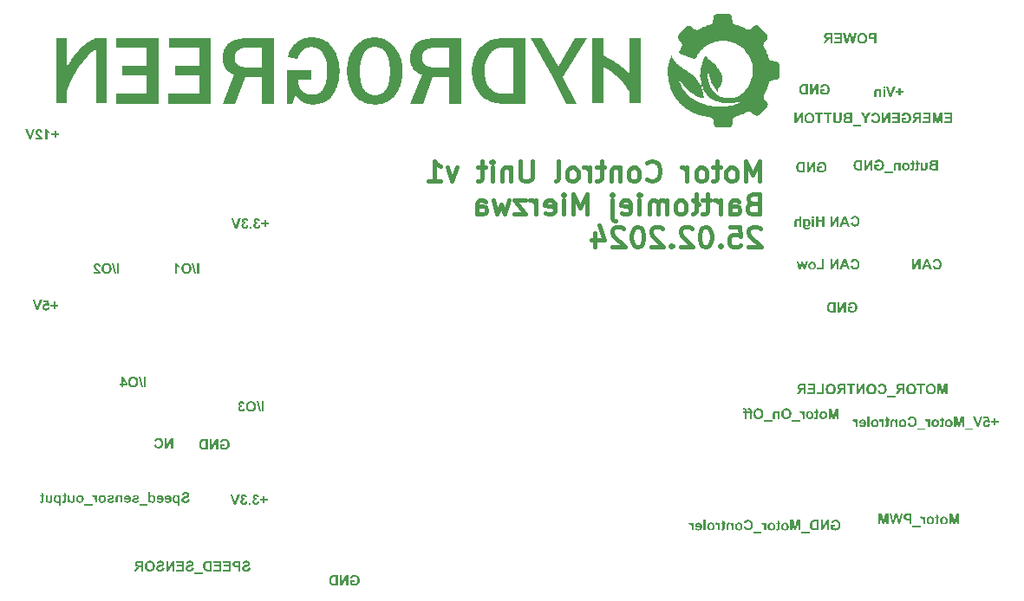
<source format=gbr>
%TF.GenerationSoftware,KiCad,Pcbnew,8.0.0*%
%TF.CreationDate,2024-03-30T18:18:10+01:00*%
%TF.ProjectId,MCU,4d43552e-6b69-4636-9164-5f7063625858,rev?*%
%TF.SameCoordinates,Original*%
%TF.FileFunction,Legend,Bot*%
%TF.FilePolarity,Positive*%
%FSLAX46Y46*%
G04 Gerber Fmt 4.6, Leading zero omitted, Abs format (unit mm)*
G04 Created by KiCad (PCBNEW 8.0.0) date 2024-03-30 18:18:10*
%MOMM*%
%LPD*%
G01*
G04 APERTURE LIST*
%ADD10C,0.200000*%
%ADD11C,0.000000*%
%ADD12C,0.400000*%
G04 APERTURE END LIST*
D10*
G36*
X58384891Y-72189316D02*
G01*
X58384891Y-71923579D01*
X58648673Y-71923579D01*
X58648673Y-71751632D01*
X58384891Y-71751632D01*
X58384891Y-71485896D01*
X58209036Y-71485896D01*
X58209036Y-71751632D01*
X57944521Y-71751632D01*
X57944521Y-71923579D01*
X58209036Y-71923579D01*
X58209036Y-72189316D01*
X58384891Y-72189316D01*
G37*
G36*
X57336601Y-72330000D02*
G01*
X57529553Y-72330000D01*
X57529553Y-71594829D01*
X57570543Y-71632638D01*
X57614194Y-71666567D01*
X57660508Y-71696615D01*
X57709483Y-71722781D01*
X57761121Y-71745067D01*
X57778925Y-71751632D01*
X57778925Y-71564054D01*
X57730467Y-71544696D01*
X57684653Y-71520013D01*
X57642178Y-71492299D01*
X57614793Y-71472219D01*
X57573944Y-71436864D01*
X57540055Y-71398702D01*
X57513127Y-71357730D01*
X57493161Y-71313949D01*
X57336601Y-71313949D01*
X57336601Y-72330000D01*
G37*
G36*
X56399930Y-72142421D02*
G01*
X56399930Y-72330000D01*
X57076726Y-72330000D01*
X57068483Y-72280235D01*
X57054745Y-72231814D01*
X57035511Y-72184736D01*
X57010781Y-72139002D01*
X56981608Y-72096648D01*
X56948434Y-72055861D01*
X56915031Y-72018711D01*
X56876392Y-71978686D01*
X56832518Y-71935788D01*
X56793649Y-71899399D01*
X56755283Y-71863597D01*
X56715762Y-71825655D01*
X56678639Y-71788314D01*
X56645130Y-71751260D01*
X56633426Y-71736001D01*
X56609166Y-71691694D01*
X56595519Y-71644159D01*
X56593614Y-71618764D01*
X56600253Y-71568428D01*
X56624097Y-71524755D01*
X56628297Y-71520334D01*
X56672591Y-71493463D01*
X56724040Y-71485896D01*
X56775352Y-71493839D01*
X56818018Y-71519820D01*
X56820272Y-71522044D01*
X56847101Y-71566452D01*
X56859060Y-71617124D01*
X56861549Y-71642212D01*
X57054012Y-71623161D01*
X57046874Y-71573772D01*
X57033571Y-71520535D01*
X57015098Y-71473875D01*
X56987013Y-71427751D01*
X56951892Y-71390580D01*
X56946301Y-71386001D01*
X56904388Y-71357926D01*
X56858151Y-71336747D01*
X56807590Y-71322463D01*
X56752704Y-71315075D01*
X56719399Y-71313949D01*
X56665770Y-71316766D01*
X56616623Y-71325215D01*
X56564949Y-71342192D01*
X56519377Y-71366835D01*
X56485170Y-71394061D01*
X56451956Y-71430885D01*
X56423987Y-71477577D01*
X56406672Y-71529185D01*
X56400263Y-71578374D01*
X56399930Y-71593119D01*
X56403364Y-71642967D01*
X56413668Y-71691030D01*
X56424354Y-71722079D01*
X56446656Y-71768733D01*
X56474100Y-71813008D01*
X56501535Y-71850307D01*
X56535813Y-71889141D01*
X56571889Y-71925480D01*
X56611419Y-71962971D01*
X56628052Y-71978290D01*
X56664814Y-72012063D01*
X56702669Y-72047655D01*
X56738656Y-72083512D01*
X56743823Y-72089176D01*
X56774139Y-72127742D01*
X56783391Y-72142421D01*
X56399930Y-72142421D01*
G37*
G36*
X55973726Y-72330000D02*
G01*
X56333740Y-71313949D01*
X56113188Y-71313949D01*
X55858443Y-72064263D01*
X55611758Y-71313949D01*
X55396091Y-71313949D01*
X55756594Y-72330000D01*
X55973726Y-72330000D01*
G37*
G36*
X78873725Y-80889316D02*
G01*
X78873725Y-80623579D01*
X79137507Y-80623579D01*
X79137507Y-80451632D01*
X78873725Y-80451632D01*
X78873725Y-80185896D01*
X78697870Y-80185896D01*
X78697870Y-80451632D01*
X78433355Y-80451632D01*
X78433355Y-80623579D01*
X78697870Y-80623579D01*
X78697870Y-80889316D01*
X78873725Y-80889316D01*
G37*
G36*
X78326133Y-80741549D02*
G01*
X78139287Y-80717369D01*
X78129524Y-80765377D01*
X78108833Y-80811250D01*
X78091171Y-80833628D01*
X78050885Y-80862379D01*
X78003301Y-80873528D01*
X77996405Y-80873684D01*
X77947859Y-80864942D01*
X77906512Y-80838715D01*
X77896021Y-80828011D01*
X77869454Y-80785620D01*
X77856952Y-80737117D01*
X77854988Y-80704668D01*
X77860518Y-80653972D01*
X77878989Y-80608664D01*
X77894311Y-80588408D01*
X77934704Y-80557554D01*
X77982611Y-80545590D01*
X77989566Y-80545422D01*
X78038732Y-80550502D01*
X78078226Y-80559832D01*
X78056977Y-80404738D01*
X78007491Y-80401983D01*
X77960394Y-80388160D01*
X77937542Y-80373963D01*
X77906585Y-80335861D01*
X77896265Y-80287013D01*
X77906942Y-80238826D01*
X77926551Y-80213496D01*
X77972023Y-80189777D01*
X78006907Y-80185896D01*
X78055330Y-80194926D01*
X78091415Y-80217892D01*
X78120805Y-80259969D01*
X78133914Y-80310949D01*
X78311722Y-80282861D01*
X78299793Y-80233354D01*
X78283049Y-80185326D01*
X78260388Y-80140980D01*
X78255791Y-80133872D01*
X78223608Y-80095290D01*
X78183113Y-80063439D01*
X78151499Y-80045945D01*
X78103446Y-80027729D01*
X78051641Y-80017074D01*
X78001290Y-80013949D01*
X77949967Y-80017066D01*
X77895105Y-80028582D01*
X77845642Y-80048582D01*
X77801579Y-80077068D01*
X77773411Y-80102609D01*
X77739172Y-80144920D01*
X77716138Y-80190245D01*
X77704310Y-80238584D01*
X77702581Y-80266741D01*
X77709511Y-80320968D01*
X77730303Y-80370171D01*
X77764956Y-80414347D01*
X77805692Y-80448213D01*
X77847417Y-80473614D01*
X77796765Y-80490125D01*
X77752887Y-80515842D01*
X77715783Y-80550765D01*
X77709175Y-80558855D01*
X77681741Y-80602766D01*
X77664467Y-80652068D01*
X77657609Y-80701049D01*
X77657152Y-80718346D01*
X77660560Y-80767862D01*
X77673154Y-80822072D01*
X77695028Y-80872448D01*
X77726182Y-80918990D01*
X77754116Y-80949888D01*
X77792060Y-80982426D01*
X77840561Y-81011878D01*
X77893621Y-81032167D01*
X77942728Y-81042265D01*
X77995184Y-81045631D01*
X78044752Y-81042677D01*
X78098457Y-81031765D01*
X78147721Y-81012811D01*
X78192544Y-80985816D01*
X78221841Y-80961612D01*
X78257553Y-80922280D01*
X78286042Y-80878017D01*
X78307308Y-80828821D01*
X78321351Y-80774693D01*
X78326133Y-80741549D01*
G37*
G36*
X77499615Y-81030000D02*
G01*
X77499615Y-80842421D01*
X77306419Y-80842421D01*
X77306419Y-81030000D01*
X77499615Y-81030000D01*
G37*
G36*
X77158652Y-80741549D02*
G01*
X76971806Y-80717369D01*
X76962043Y-80765377D01*
X76941352Y-80811250D01*
X76923690Y-80833628D01*
X76883405Y-80862379D01*
X76835820Y-80873528D01*
X76828924Y-80873684D01*
X76780378Y-80864942D01*
X76739031Y-80838715D01*
X76728540Y-80828011D01*
X76701973Y-80785620D01*
X76689471Y-80737117D01*
X76687507Y-80704668D01*
X76693037Y-80653972D01*
X76711508Y-80608664D01*
X76726831Y-80588408D01*
X76767224Y-80557554D01*
X76815130Y-80545590D01*
X76822085Y-80545422D01*
X76871251Y-80550502D01*
X76910745Y-80559832D01*
X76889496Y-80404738D01*
X76840011Y-80401983D01*
X76792914Y-80388160D01*
X76770062Y-80373963D01*
X76739104Y-80335861D01*
X76728785Y-80287013D01*
X76739462Y-80238826D01*
X76759071Y-80213496D01*
X76804542Y-80189777D01*
X76839427Y-80185896D01*
X76887849Y-80194926D01*
X76923935Y-80217892D01*
X76953324Y-80259969D01*
X76966433Y-80310949D01*
X77144242Y-80282861D01*
X77132313Y-80233354D01*
X77115569Y-80185326D01*
X77092908Y-80140980D01*
X77088310Y-80133872D01*
X77056127Y-80095290D01*
X77015632Y-80063439D01*
X76984018Y-80045945D01*
X76935965Y-80027729D01*
X76884160Y-80017074D01*
X76833809Y-80013949D01*
X76782486Y-80017066D01*
X76727624Y-80028582D01*
X76678161Y-80048582D01*
X76634098Y-80077068D01*
X76605930Y-80102609D01*
X76571691Y-80144920D01*
X76548657Y-80190245D01*
X76536829Y-80238584D01*
X76535100Y-80266741D01*
X76542031Y-80320968D01*
X76562822Y-80370171D01*
X76597476Y-80414347D01*
X76638211Y-80448213D01*
X76679936Y-80473614D01*
X76629284Y-80490125D01*
X76585406Y-80515842D01*
X76548302Y-80550765D01*
X76541694Y-80558855D01*
X76514260Y-80602766D01*
X76496987Y-80652068D01*
X76490128Y-80701049D01*
X76489671Y-80718346D01*
X76493080Y-80767862D01*
X76505674Y-80822072D01*
X76527547Y-80872448D01*
X76558701Y-80918990D01*
X76586635Y-80949888D01*
X76624580Y-80982426D01*
X76673081Y-81011878D01*
X76726140Y-81032167D01*
X76775247Y-81042265D01*
X76827703Y-81045631D01*
X76877271Y-81042677D01*
X76930976Y-81031765D01*
X76980240Y-81012811D01*
X77025063Y-80985816D01*
X77054360Y-80961612D01*
X77090072Y-80922280D01*
X77118561Y-80878017D01*
X77139827Y-80828821D01*
X77153870Y-80774693D01*
X77158652Y-80741549D01*
G37*
G36*
X76073725Y-81030000D02*
G01*
X76433739Y-80013949D01*
X76213188Y-80013949D01*
X75958443Y-80764263D01*
X75711757Y-80013949D01*
X75496091Y-80013949D01*
X75856593Y-81030000D01*
X76073725Y-81030000D01*
G37*
G36*
X58306244Y-88889316D02*
G01*
X58306244Y-88623579D01*
X58570026Y-88623579D01*
X58570026Y-88451632D01*
X58306244Y-88451632D01*
X58306244Y-88185896D01*
X58130389Y-88185896D01*
X58130389Y-88451632D01*
X57865874Y-88451632D01*
X57865874Y-88623579D01*
X58130389Y-88623579D01*
X58130389Y-88889316D01*
X58306244Y-88889316D01*
G37*
G36*
X57749126Y-88739351D02*
G01*
X57556907Y-88717369D01*
X57546145Y-88767217D01*
X57524254Y-88811762D01*
X57508059Y-88831674D01*
X57467365Y-88861828D01*
X57418043Y-88873643D01*
X57414758Y-88873684D01*
X57365357Y-88865269D01*
X57323155Y-88840024D01*
X57312420Y-88829720D01*
X57285220Y-88786425D01*
X57273036Y-88738267D01*
X57270410Y-88696608D01*
X57275317Y-88644144D01*
X57293766Y-88594942D01*
X57311932Y-88571556D01*
X57353078Y-88543005D01*
X57403855Y-88530443D01*
X57420131Y-88529790D01*
X57470363Y-88537423D01*
X57517256Y-88560321D01*
X57556604Y-88593980D01*
X57569119Y-88607948D01*
X57725679Y-88583768D01*
X57626761Y-88029581D01*
X57116537Y-88029581D01*
X57116537Y-88217159D01*
X57480459Y-88217159D01*
X57510745Y-88393503D01*
X57466069Y-88373200D01*
X57416541Y-88360664D01*
X57378854Y-88357843D01*
X57324529Y-88362296D01*
X57273968Y-88375655D01*
X57227170Y-88397919D01*
X57184135Y-88429090D01*
X57161234Y-88450900D01*
X57126402Y-88494170D01*
X57100125Y-88542769D01*
X57082404Y-88596698D01*
X57074023Y-88647165D01*
X57071841Y-88692212D01*
X57075289Y-88745019D01*
X57085632Y-88795301D01*
X57102871Y-88843059D01*
X57127005Y-88888293D01*
X57143892Y-88913007D01*
X57176442Y-88951214D01*
X57220428Y-88988515D01*
X57269790Y-89016490D01*
X57324527Y-89035140D01*
X57374248Y-89043559D01*
X57416712Y-89045631D01*
X57467198Y-89042712D01*
X57521520Y-89031926D01*
X57570909Y-89013193D01*
X57615366Y-88986512D01*
X57644102Y-88962588D01*
X57679181Y-88923522D01*
X57707481Y-88878987D01*
X57729002Y-88828981D01*
X57742054Y-88781766D01*
X57749126Y-88739351D01*
G37*
G36*
X56673725Y-89030000D02*
G01*
X57033739Y-88013949D01*
X56813188Y-88013949D01*
X56558442Y-88764263D01*
X56311757Y-88013949D01*
X56096091Y-88013949D01*
X56456593Y-89030000D01*
X56673725Y-89030000D01*
G37*
G36*
X67148429Y-96530000D02*
G01*
X67148429Y-95513949D01*
X66945219Y-95513949D01*
X66945219Y-96530000D01*
X67148429Y-96530000D01*
G37*
G36*
X66857780Y-96530000D02*
G01*
X66608408Y-95513949D01*
X66463572Y-95513949D01*
X66715630Y-96530000D01*
X66857780Y-96530000D01*
G37*
G36*
X65934155Y-95498474D02*
G01*
X65985755Y-95501486D01*
X66034620Y-95508332D01*
X66087117Y-95520849D01*
X66136042Y-95538374D01*
X66140443Y-95540267D01*
X66187436Y-95565187D01*
X66227903Y-95594353D01*
X66266224Y-95629720D01*
X66273545Y-95637446D01*
X66307234Y-95677966D01*
X66336056Y-95721634D01*
X66360013Y-95768450D01*
X66377905Y-95816771D01*
X66391402Y-95869837D01*
X66399473Y-95919099D01*
X66404316Y-95971846D01*
X66405931Y-96028080D01*
X66405801Y-96043092D01*
X66402693Y-96101109D01*
X66395440Y-96155882D01*
X66384042Y-96207412D01*
X66368501Y-96255697D01*
X66343245Y-96311493D01*
X66311514Y-96362220D01*
X66273307Y-96407878D01*
X66229614Y-96447563D01*
X66181425Y-96480521D01*
X66128739Y-96506753D01*
X66071558Y-96526260D01*
X66022576Y-96537021D01*
X65970717Y-96543479D01*
X65915979Y-96545631D01*
X65861929Y-96543467D01*
X65810665Y-96536976D01*
X65762187Y-96526156D01*
X65705506Y-96506547D01*
X65653179Y-96480175D01*
X65605204Y-96447041D01*
X65561583Y-96407145D01*
X65545523Y-96389418D01*
X65509906Y-96341450D01*
X65480765Y-96288272D01*
X65462115Y-96241976D01*
X65447609Y-96192345D01*
X65437248Y-96139379D01*
X65431031Y-96083077D01*
X65428959Y-96023440D01*
X65429043Y-96018555D01*
X65639252Y-96018555D01*
X65639328Y-96029566D01*
X65641991Y-96082025D01*
X65650209Y-96139261D01*
X65663905Y-96190262D01*
X65686807Y-96241886D01*
X65717166Y-96285024D01*
X65727076Y-96295760D01*
X65764450Y-96327882D01*
X65812288Y-96354203D01*
X65865590Y-96369442D01*
X65916712Y-96373684D01*
X65931750Y-96373335D01*
X65981769Y-96366613D01*
X66033953Y-96348455D01*
X66080825Y-96319123D01*
X66117480Y-96284291D01*
X66127033Y-96272759D01*
X66155615Y-96227244D01*
X66174105Y-96181849D01*
X66187048Y-96130563D01*
X66194444Y-96073388D01*
X66196370Y-96021242D01*
X66196295Y-96010322D01*
X66193665Y-95958321D01*
X66185551Y-95901635D01*
X66172027Y-95851183D01*
X66149412Y-95800201D01*
X66119434Y-95757704D01*
X66109626Y-95747115D01*
X66066578Y-95711593D01*
X66017424Y-95687001D01*
X65969406Y-95674449D01*
X65916712Y-95670265D01*
X65901213Y-95670602D01*
X65850017Y-95677104D01*
X65797318Y-95694667D01*
X65750817Y-95723037D01*
X65715212Y-95756727D01*
X65710538Y-95762203D01*
X65681979Y-95805423D01*
X65660690Y-95857198D01*
X65648228Y-95908386D01*
X65641107Y-95965859D01*
X65639252Y-96018555D01*
X65429043Y-96018555D01*
X65429481Y-95992937D01*
X65433656Y-95934479D01*
X65442006Y-95879418D01*
X65454531Y-95827753D01*
X65471231Y-95779484D01*
X65492106Y-95734612D01*
X65524071Y-95683299D01*
X65562560Y-95637292D01*
X65606487Y-95597255D01*
X65654766Y-95564005D01*
X65707399Y-95537540D01*
X65764385Y-95517861D01*
X65813107Y-95507004D01*
X65864616Y-95500489D01*
X65918910Y-95498318D01*
X65934155Y-95498474D01*
G37*
G36*
X65352511Y-96155575D02*
G01*
X65352511Y-96326789D01*
X64940473Y-96326789D01*
X64940473Y-96530000D01*
X64753628Y-96530000D01*
X64753628Y-96326789D01*
X64628575Y-96326789D01*
X64628575Y-96154842D01*
X64753628Y-96154842D01*
X64753628Y-95823649D01*
X64940473Y-95823649D01*
X64940473Y-96154842D01*
X65171771Y-96154842D01*
X64940473Y-95823649D01*
X64753628Y-95823649D01*
X64753628Y-95529581D01*
X64915561Y-95529581D01*
X65352511Y-96155575D01*
G37*
G36*
X78648429Y-98930000D02*
G01*
X78648429Y-97913949D01*
X78445219Y-97913949D01*
X78445219Y-98930000D01*
X78648429Y-98930000D01*
G37*
G36*
X78357780Y-98930000D02*
G01*
X78108408Y-97913949D01*
X77963572Y-97913949D01*
X78215630Y-98930000D01*
X78357780Y-98930000D01*
G37*
G36*
X77434155Y-97898474D02*
G01*
X77485755Y-97901486D01*
X77534620Y-97908332D01*
X77587117Y-97920849D01*
X77636042Y-97938374D01*
X77640443Y-97940267D01*
X77687436Y-97965187D01*
X77727903Y-97994353D01*
X77766224Y-98029720D01*
X77773545Y-98037446D01*
X77807234Y-98077966D01*
X77836056Y-98121634D01*
X77860013Y-98168450D01*
X77877905Y-98216771D01*
X77891402Y-98269837D01*
X77899473Y-98319099D01*
X77904316Y-98371846D01*
X77905931Y-98428080D01*
X77905801Y-98443092D01*
X77902693Y-98501109D01*
X77895440Y-98555882D01*
X77884042Y-98607412D01*
X77868501Y-98655697D01*
X77843245Y-98711493D01*
X77811514Y-98762220D01*
X77773307Y-98807878D01*
X77729614Y-98847563D01*
X77681425Y-98880521D01*
X77628739Y-98906753D01*
X77571558Y-98926260D01*
X77522576Y-98937021D01*
X77470717Y-98943479D01*
X77415979Y-98945631D01*
X77361929Y-98943467D01*
X77310665Y-98936976D01*
X77262187Y-98926156D01*
X77205506Y-98906547D01*
X77153179Y-98880175D01*
X77105204Y-98847041D01*
X77061583Y-98807145D01*
X77045523Y-98789418D01*
X77009906Y-98741450D01*
X76980765Y-98688272D01*
X76962115Y-98641976D01*
X76947609Y-98592345D01*
X76937248Y-98539379D01*
X76931031Y-98483077D01*
X76928959Y-98423440D01*
X76929043Y-98418555D01*
X77139252Y-98418555D01*
X77139328Y-98429566D01*
X77141991Y-98482025D01*
X77150209Y-98539261D01*
X77163905Y-98590262D01*
X77186807Y-98641886D01*
X77217166Y-98685024D01*
X77227076Y-98695760D01*
X77264450Y-98727882D01*
X77312288Y-98754203D01*
X77365590Y-98769442D01*
X77416712Y-98773684D01*
X77431750Y-98773335D01*
X77481769Y-98766613D01*
X77533953Y-98748455D01*
X77580825Y-98719123D01*
X77617480Y-98684291D01*
X77627033Y-98672759D01*
X77655615Y-98627244D01*
X77674105Y-98581849D01*
X77687048Y-98530563D01*
X77694444Y-98473388D01*
X77696370Y-98421242D01*
X77696295Y-98410322D01*
X77693665Y-98358321D01*
X77685551Y-98301635D01*
X77672027Y-98251183D01*
X77649412Y-98200201D01*
X77619434Y-98157704D01*
X77609626Y-98147115D01*
X77566578Y-98111593D01*
X77517424Y-98087001D01*
X77469406Y-98074449D01*
X77416712Y-98070265D01*
X77401213Y-98070602D01*
X77350017Y-98077104D01*
X77297318Y-98094667D01*
X77250817Y-98123037D01*
X77215212Y-98156727D01*
X77210538Y-98162203D01*
X77181979Y-98205423D01*
X77160690Y-98257198D01*
X77148228Y-98308386D01*
X77141107Y-98365859D01*
X77139252Y-98418555D01*
X76929043Y-98418555D01*
X76929481Y-98392937D01*
X76933656Y-98334479D01*
X76942006Y-98279418D01*
X76954531Y-98227753D01*
X76971231Y-98179484D01*
X76992106Y-98134612D01*
X77024071Y-98083299D01*
X77062560Y-98037292D01*
X77106487Y-97997255D01*
X77154766Y-97964005D01*
X77207399Y-97937540D01*
X77264385Y-97917861D01*
X77313107Y-97907004D01*
X77364616Y-97900489D01*
X77418910Y-97898318D01*
X77434155Y-97898474D01*
G37*
G36*
X76825644Y-98641549D02*
G01*
X76638799Y-98617369D01*
X76629036Y-98665377D01*
X76608345Y-98711250D01*
X76590683Y-98733628D01*
X76550397Y-98762379D01*
X76502813Y-98773528D01*
X76495917Y-98773684D01*
X76447370Y-98764942D01*
X76406024Y-98738715D01*
X76395533Y-98728011D01*
X76368966Y-98685620D01*
X76356463Y-98637117D01*
X76354500Y-98604668D01*
X76360030Y-98553972D01*
X76378501Y-98508664D01*
X76393823Y-98488408D01*
X76434216Y-98457554D01*
X76482123Y-98445590D01*
X76489078Y-98445422D01*
X76538244Y-98450502D01*
X76577738Y-98459832D01*
X76556489Y-98304738D01*
X76507003Y-98301983D01*
X76459906Y-98288160D01*
X76437054Y-98273963D01*
X76406096Y-98235861D01*
X76395777Y-98187013D01*
X76406454Y-98138826D01*
X76426063Y-98113496D01*
X76471534Y-98089777D01*
X76506419Y-98085896D01*
X76554842Y-98094926D01*
X76590927Y-98117892D01*
X76620316Y-98159969D01*
X76633425Y-98210949D01*
X76811234Y-98182861D01*
X76799305Y-98133354D01*
X76782561Y-98085326D01*
X76759900Y-98040980D01*
X76755303Y-98033872D01*
X76723120Y-97995290D01*
X76682625Y-97963439D01*
X76651011Y-97945945D01*
X76602958Y-97927729D01*
X76551153Y-97917074D01*
X76500801Y-97913949D01*
X76449479Y-97917066D01*
X76394617Y-97928582D01*
X76345154Y-97948582D01*
X76301091Y-97977068D01*
X76272923Y-98002609D01*
X76238684Y-98044920D01*
X76215650Y-98090245D01*
X76203822Y-98138584D01*
X76202092Y-98166741D01*
X76209023Y-98220968D01*
X76229815Y-98270171D01*
X76264468Y-98314347D01*
X76305203Y-98348213D01*
X76346928Y-98373614D01*
X76296277Y-98390125D01*
X76252399Y-98415842D01*
X76215295Y-98450765D01*
X76208687Y-98458855D01*
X76181253Y-98502766D01*
X76163979Y-98552068D01*
X76157121Y-98601049D01*
X76156663Y-98618346D01*
X76160072Y-98667862D01*
X76172666Y-98722072D01*
X76194540Y-98772448D01*
X76225694Y-98818990D01*
X76253628Y-98849888D01*
X76291572Y-98882426D01*
X76340073Y-98911878D01*
X76393132Y-98932167D01*
X76442239Y-98942265D01*
X76494695Y-98945631D01*
X76544263Y-98942677D01*
X76597969Y-98931765D01*
X76647233Y-98912811D01*
X76692056Y-98885816D01*
X76721353Y-98861612D01*
X76757064Y-98822280D01*
X76785553Y-98778017D01*
X76806819Y-98728821D01*
X76820863Y-98674693D01*
X76825644Y-98641549D01*
G37*
G36*
X72348429Y-85430000D02*
G01*
X72348429Y-84413949D01*
X72145219Y-84413949D01*
X72145219Y-85430000D01*
X72348429Y-85430000D01*
G37*
G36*
X72057780Y-85430000D02*
G01*
X71808408Y-84413949D01*
X71663572Y-84413949D01*
X71915630Y-85430000D01*
X72057780Y-85430000D01*
G37*
G36*
X71134155Y-84398474D02*
G01*
X71185755Y-84401486D01*
X71234620Y-84408332D01*
X71287117Y-84420849D01*
X71336042Y-84438374D01*
X71340443Y-84440267D01*
X71387436Y-84465187D01*
X71427903Y-84494353D01*
X71466224Y-84529720D01*
X71473545Y-84537446D01*
X71507234Y-84577966D01*
X71536056Y-84621634D01*
X71560013Y-84668450D01*
X71577905Y-84716771D01*
X71591402Y-84769837D01*
X71599473Y-84819099D01*
X71604316Y-84871846D01*
X71605931Y-84928080D01*
X71605801Y-84943092D01*
X71602693Y-85001109D01*
X71595440Y-85055882D01*
X71584042Y-85107412D01*
X71568501Y-85155697D01*
X71543245Y-85211493D01*
X71511514Y-85262220D01*
X71473307Y-85307878D01*
X71429614Y-85347563D01*
X71381425Y-85380521D01*
X71328739Y-85406753D01*
X71271558Y-85426260D01*
X71222576Y-85437021D01*
X71170717Y-85443479D01*
X71115979Y-85445631D01*
X71061929Y-85443467D01*
X71010665Y-85436976D01*
X70962187Y-85426156D01*
X70905506Y-85406547D01*
X70853179Y-85380175D01*
X70805204Y-85347041D01*
X70761583Y-85307145D01*
X70745523Y-85289418D01*
X70709906Y-85241450D01*
X70680765Y-85188272D01*
X70662115Y-85141976D01*
X70647609Y-85092345D01*
X70637248Y-85039379D01*
X70631031Y-84983077D01*
X70628959Y-84923440D01*
X70629043Y-84918555D01*
X70839252Y-84918555D01*
X70839328Y-84929566D01*
X70841991Y-84982025D01*
X70850209Y-85039261D01*
X70863905Y-85090262D01*
X70886807Y-85141886D01*
X70917166Y-85185024D01*
X70927076Y-85195760D01*
X70964450Y-85227882D01*
X71012288Y-85254203D01*
X71065590Y-85269442D01*
X71116712Y-85273684D01*
X71131750Y-85273335D01*
X71181769Y-85266613D01*
X71233953Y-85248455D01*
X71280825Y-85219123D01*
X71317480Y-85184291D01*
X71327033Y-85172759D01*
X71355615Y-85127244D01*
X71374105Y-85081849D01*
X71387048Y-85030563D01*
X71394444Y-84973388D01*
X71396370Y-84921242D01*
X71396295Y-84910322D01*
X71393665Y-84858321D01*
X71385551Y-84801635D01*
X71372027Y-84751183D01*
X71349412Y-84700201D01*
X71319434Y-84657704D01*
X71309626Y-84647115D01*
X71266578Y-84611593D01*
X71217424Y-84587001D01*
X71169406Y-84574449D01*
X71116712Y-84570265D01*
X71101213Y-84570602D01*
X71050017Y-84577104D01*
X70997318Y-84594667D01*
X70950817Y-84623037D01*
X70915212Y-84656727D01*
X70910538Y-84662203D01*
X70881979Y-84705423D01*
X70860690Y-84757198D01*
X70848228Y-84808386D01*
X70841107Y-84865859D01*
X70839252Y-84918555D01*
X70629043Y-84918555D01*
X70629481Y-84892937D01*
X70633656Y-84834479D01*
X70642006Y-84779418D01*
X70654531Y-84727753D01*
X70671231Y-84679484D01*
X70692106Y-84634612D01*
X70724071Y-84583299D01*
X70762560Y-84537292D01*
X70806487Y-84497255D01*
X70854766Y-84464005D01*
X70907399Y-84437540D01*
X70964385Y-84417861D01*
X71013107Y-84407004D01*
X71064616Y-84400489D01*
X71118910Y-84398318D01*
X71134155Y-84398474D01*
G37*
G36*
X70024947Y-85430000D02*
G01*
X70217898Y-85430000D01*
X70217898Y-84694829D01*
X70258888Y-84732638D01*
X70302540Y-84766567D01*
X70348854Y-84796615D01*
X70397829Y-84822781D01*
X70449466Y-84845067D01*
X70467270Y-84851632D01*
X70467270Y-84664054D01*
X70418813Y-84644696D01*
X70372999Y-84620013D01*
X70330524Y-84592299D01*
X70303139Y-84572219D01*
X70262290Y-84536864D01*
X70228401Y-84498702D01*
X70201473Y-84457730D01*
X70181506Y-84413949D01*
X70024947Y-84413949D01*
X70024947Y-85430000D01*
G37*
G36*
X64548429Y-85430000D02*
G01*
X64548429Y-84413949D01*
X64345219Y-84413949D01*
X64345219Y-85430000D01*
X64548429Y-85430000D01*
G37*
G36*
X64257780Y-85430000D02*
G01*
X64008408Y-84413949D01*
X63863572Y-84413949D01*
X64115630Y-85430000D01*
X64257780Y-85430000D01*
G37*
G36*
X63334155Y-84398474D02*
G01*
X63385755Y-84401486D01*
X63434620Y-84408332D01*
X63487117Y-84420849D01*
X63536042Y-84438374D01*
X63540443Y-84440267D01*
X63587436Y-84465187D01*
X63627903Y-84494353D01*
X63666224Y-84529720D01*
X63673545Y-84537446D01*
X63707234Y-84577966D01*
X63736056Y-84621634D01*
X63760013Y-84668450D01*
X63777905Y-84716771D01*
X63791402Y-84769837D01*
X63799473Y-84819099D01*
X63804316Y-84871846D01*
X63805931Y-84928080D01*
X63805801Y-84943092D01*
X63802693Y-85001109D01*
X63795440Y-85055882D01*
X63784042Y-85107412D01*
X63768501Y-85155697D01*
X63743245Y-85211493D01*
X63711514Y-85262220D01*
X63673307Y-85307878D01*
X63629614Y-85347563D01*
X63581425Y-85380521D01*
X63528739Y-85406753D01*
X63471558Y-85426260D01*
X63422576Y-85437021D01*
X63370717Y-85443479D01*
X63315979Y-85445631D01*
X63261929Y-85443467D01*
X63210665Y-85436976D01*
X63162187Y-85426156D01*
X63105506Y-85406547D01*
X63053179Y-85380175D01*
X63005204Y-85347041D01*
X62961583Y-85307145D01*
X62945523Y-85289418D01*
X62909906Y-85241450D01*
X62880765Y-85188272D01*
X62862115Y-85141976D01*
X62847609Y-85092345D01*
X62837248Y-85039379D01*
X62831031Y-84983077D01*
X62828959Y-84923440D01*
X62829043Y-84918555D01*
X63039252Y-84918555D01*
X63039328Y-84929566D01*
X63041991Y-84982025D01*
X63050209Y-85039261D01*
X63063905Y-85090262D01*
X63086807Y-85141886D01*
X63117166Y-85185024D01*
X63127076Y-85195760D01*
X63164450Y-85227882D01*
X63212288Y-85254203D01*
X63265590Y-85269442D01*
X63316712Y-85273684D01*
X63331750Y-85273335D01*
X63381769Y-85266613D01*
X63433953Y-85248455D01*
X63480825Y-85219123D01*
X63517480Y-85184291D01*
X63527033Y-85172759D01*
X63555615Y-85127244D01*
X63574105Y-85081849D01*
X63587048Y-85030563D01*
X63594444Y-84973388D01*
X63596370Y-84921242D01*
X63596295Y-84910322D01*
X63593665Y-84858321D01*
X63585551Y-84801635D01*
X63572027Y-84751183D01*
X63549412Y-84700201D01*
X63519434Y-84657704D01*
X63509626Y-84647115D01*
X63466578Y-84611593D01*
X63417424Y-84587001D01*
X63369406Y-84574449D01*
X63316712Y-84570265D01*
X63301213Y-84570602D01*
X63250017Y-84577104D01*
X63197318Y-84594667D01*
X63150817Y-84623037D01*
X63115212Y-84656727D01*
X63110538Y-84662203D01*
X63081979Y-84705423D01*
X63060690Y-84757198D01*
X63048228Y-84808386D01*
X63041107Y-84865859D01*
X63039252Y-84918555D01*
X62829043Y-84918555D01*
X62829481Y-84892937D01*
X62833656Y-84834479D01*
X62842006Y-84779418D01*
X62854531Y-84727753D01*
X62871231Y-84679484D01*
X62892106Y-84634612D01*
X62924071Y-84583299D01*
X62962560Y-84537292D01*
X63006487Y-84497255D01*
X63054766Y-84464005D01*
X63107399Y-84437540D01*
X63164385Y-84417861D01*
X63213107Y-84407004D01*
X63264616Y-84400489D01*
X63318910Y-84398318D01*
X63334155Y-84398474D01*
G37*
G36*
X62066921Y-85242421D02*
G01*
X62066921Y-85430000D01*
X62743718Y-85430000D01*
X62735475Y-85380235D01*
X62721737Y-85331814D01*
X62702502Y-85284736D01*
X62677773Y-85239002D01*
X62648599Y-85196648D01*
X62615426Y-85155861D01*
X62582023Y-85118711D01*
X62543384Y-85078686D01*
X62499510Y-85035788D01*
X62460641Y-84999399D01*
X62422275Y-84963597D01*
X62382754Y-84925655D01*
X62345631Y-84888314D01*
X62312122Y-84851260D01*
X62300418Y-84836001D01*
X62276157Y-84791694D01*
X62262511Y-84744159D01*
X62260606Y-84718764D01*
X62267245Y-84668428D01*
X62291089Y-84624755D01*
X62295289Y-84620334D01*
X62339583Y-84593463D01*
X62391032Y-84585896D01*
X62442344Y-84593839D01*
X62485010Y-84619820D01*
X62487263Y-84622044D01*
X62514093Y-84666452D01*
X62526052Y-84717124D01*
X62528540Y-84742212D01*
X62721004Y-84723161D01*
X62713866Y-84673772D01*
X62700563Y-84620535D01*
X62682090Y-84573875D01*
X62654005Y-84527751D01*
X62618884Y-84490580D01*
X62613293Y-84486001D01*
X62571380Y-84457926D01*
X62525143Y-84436747D01*
X62474582Y-84422463D01*
X62419696Y-84415075D01*
X62386391Y-84413949D01*
X62332762Y-84416766D01*
X62283615Y-84425215D01*
X62231941Y-84442192D01*
X62186369Y-84466835D01*
X62152162Y-84494061D01*
X62118948Y-84530885D01*
X62090979Y-84577577D01*
X62073664Y-84629185D01*
X62067254Y-84678374D01*
X62066921Y-84693119D01*
X62070356Y-84742967D01*
X62080660Y-84791030D01*
X62091346Y-84822079D01*
X62113648Y-84868733D01*
X62141092Y-84913008D01*
X62168527Y-84950307D01*
X62202804Y-84989141D01*
X62238881Y-85025480D01*
X62278411Y-85062971D01*
X62295044Y-85078290D01*
X62331806Y-85112063D01*
X62369661Y-85147655D01*
X62405648Y-85183512D01*
X62410815Y-85189176D01*
X62441131Y-85227742D01*
X62450383Y-85242421D01*
X62066921Y-85242421D01*
G37*
G36*
X87537926Y-115554842D02*
G01*
X87537926Y-115382896D01*
X87099510Y-115382896D01*
X87099510Y-115791270D01*
X87140026Y-115824594D01*
X87183631Y-115852270D01*
X87227646Y-115874984D01*
X87277130Y-115896295D01*
X87284646Y-115899225D01*
X87337799Y-115917307D01*
X87391255Y-115930948D01*
X87445016Y-115940148D01*
X87499080Y-115944906D01*
X87530110Y-115945631D01*
X87587944Y-115943287D01*
X87642927Y-115936254D01*
X87695060Y-115924534D01*
X87744342Y-115908125D01*
X87790773Y-115887027D01*
X87805616Y-115878953D01*
X87847619Y-115851939D01*
X87885518Y-115820907D01*
X87924545Y-115779624D01*
X87953551Y-115739885D01*
X87978453Y-115696127D01*
X87982204Y-115688443D01*
X88002291Y-115641151D01*
X88018222Y-115592330D01*
X88029997Y-115541981D01*
X88037616Y-115490103D01*
X88041080Y-115436697D01*
X88041310Y-115418555D01*
X88038992Y-115360449D01*
X88032037Y-115304833D01*
X88020445Y-115251708D01*
X88004216Y-115201072D01*
X87983351Y-115152927D01*
X87975365Y-115137431D01*
X87948489Y-115093287D01*
X87917319Y-115053179D01*
X87881856Y-115017107D01*
X87842100Y-114985070D01*
X87798050Y-114957069D01*
X87782413Y-114948632D01*
X87730985Y-114926619D01*
X87681151Y-114912518D01*
X87626807Y-114903231D01*
X87576635Y-114899104D01*
X87541345Y-114898318D01*
X87484737Y-114900345D01*
X87432147Y-114906427D01*
X87383576Y-114916564D01*
X87330596Y-114934081D01*
X87283404Y-114957437D01*
X87248498Y-114981360D01*
X87211576Y-115014734D01*
X87179942Y-115052572D01*
X87153598Y-115094876D01*
X87132544Y-115141645D01*
X87116779Y-115192878D01*
X87112699Y-115210949D01*
X87314688Y-115242212D01*
X87331642Y-115195715D01*
X87358776Y-115152117D01*
X87394800Y-115116427D01*
X87438563Y-115090145D01*
X87489253Y-115074773D01*
X87541345Y-115070265D01*
X87597071Y-115074367D01*
X87647560Y-115086674D01*
X87692814Y-115107185D01*
X87732832Y-115135901D01*
X87753348Y-115155994D01*
X87783993Y-115197379D01*
X87807110Y-115246735D01*
X87820935Y-115295384D01*
X87829229Y-115349889D01*
X87831918Y-115399784D01*
X87831994Y-115410251D01*
X87830050Y-115464819D01*
X87824219Y-115514951D01*
X87812089Y-115569253D01*
X87794360Y-115617166D01*
X87766601Y-115664991D01*
X87752371Y-115682826D01*
X87715068Y-115718229D01*
X87673044Y-115744936D01*
X87626298Y-115762948D01*
X87574830Y-115772264D01*
X87543299Y-115773684D01*
X87491424Y-115769452D01*
X87443396Y-115758031D01*
X87415316Y-115748039D01*
X87369681Y-115727259D01*
X87325979Y-115701259D01*
X87304918Y-115685757D01*
X87304918Y-115554842D01*
X87537926Y-115554842D01*
G37*
G36*
X86915839Y-115930000D02*
G01*
X86915839Y-114913949D01*
X86718003Y-114913949D01*
X86305965Y-115600516D01*
X86305965Y-114913949D01*
X86117165Y-114913949D01*
X86117165Y-115930000D01*
X86321108Y-115930000D01*
X86727040Y-115253691D01*
X86727040Y-115930000D01*
X86915839Y-115930000D01*
G37*
G36*
X85908582Y-115930000D02*
G01*
X85525853Y-115930000D01*
X85498410Y-115929664D01*
X85447761Y-115926977D01*
X85397531Y-115920743D01*
X85345846Y-115908506D01*
X85334755Y-115904783D01*
X85288411Y-115885811D01*
X85243760Y-115860471D01*
X85202964Y-115827418D01*
X85198615Y-115823087D01*
X85166104Y-115785470D01*
X85137653Y-115742571D01*
X85113264Y-115694390D01*
X85095253Y-115647899D01*
X85091497Y-115636407D01*
X85078896Y-115587749D01*
X85070172Y-115534787D01*
X85065719Y-115484913D01*
X85064234Y-115431744D01*
X85064374Y-115422219D01*
X85274528Y-115422219D01*
X85274852Y-115450879D01*
X85277447Y-115503574D01*
X85283468Y-115555485D01*
X85295288Y-115608332D01*
X85299242Y-115620772D01*
X85318858Y-115666889D01*
X85348533Y-115706273D01*
X85382690Y-115730223D01*
X85430354Y-115748283D01*
X85449185Y-115752090D01*
X85500449Y-115756898D01*
X85553453Y-115758053D01*
X85705128Y-115758053D01*
X85705128Y-115085896D01*
X85613781Y-115085896D01*
X85606091Y-115085906D01*
X85550323Y-115086669D01*
X85499810Y-115088987D01*
X85446963Y-115095666D01*
X85443411Y-115096467D01*
X85394878Y-115113862D01*
X85352929Y-115143538D01*
X85343908Y-115152765D01*
X85314699Y-115195119D01*
X85295288Y-115241723D01*
X85289307Y-115262745D01*
X85280387Y-115312767D01*
X85275825Y-115366882D01*
X85274528Y-115422219D01*
X85064374Y-115422219D01*
X85064750Y-115396737D01*
X85067454Y-115346903D01*
X85073540Y-115292822D01*
X85082782Y-115243112D01*
X85097207Y-115191653D01*
X85108251Y-115161939D01*
X85131855Y-115112179D01*
X85160251Y-115067211D01*
X85193439Y-115027034D01*
X85213821Y-115006970D01*
X85253606Y-114975903D01*
X85297370Y-114951328D01*
X85345114Y-114933244D01*
X85381826Y-114924803D01*
X85432069Y-114918189D01*
X85484677Y-114914873D01*
X85536844Y-114913949D01*
X85908582Y-114913949D01*
X85908582Y-115930000D01*
G37*
G36*
X145421003Y-97230000D02*
G01*
X145421003Y-96213949D01*
X145116677Y-96213949D01*
X144933983Y-96907110D01*
X144753243Y-96213949D01*
X144448428Y-96213949D01*
X144448428Y-97230000D01*
X144637228Y-97230000D01*
X144637228Y-96430104D01*
X144837263Y-97230000D01*
X145032902Y-97230000D01*
X145232204Y-96430104D01*
X145232204Y-97230000D01*
X145421003Y-97230000D01*
G37*
G36*
X143822292Y-96198474D02*
G01*
X143873892Y-96201486D01*
X143922757Y-96208332D01*
X143975254Y-96220849D01*
X144024179Y-96238374D01*
X144028579Y-96240267D01*
X144075573Y-96265187D01*
X144116040Y-96294353D01*
X144154360Y-96329720D01*
X144161682Y-96337446D01*
X144195370Y-96377966D01*
X144224192Y-96421634D01*
X144248149Y-96468450D01*
X144266041Y-96516771D01*
X144279538Y-96569837D01*
X144287610Y-96619099D01*
X144292453Y-96671846D01*
X144294067Y-96728080D01*
X144293937Y-96743092D01*
X144290829Y-96801109D01*
X144283576Y-96855882D01*
X144272179Y-96907412D01*
X144256637Y-96955697D01*
X144231381Y-97011493D01*
X144199650Y-97062220D01*
X144161443Y-97107878D01*
X144117750Y-97147563D01*
X144069561Y-97180521D01*
X144016876Y-97206753D01*
X143959695Y-97226260D01*
X143910713Y-97237021D01*
X143858853Y-97243479D01*
X143804116Y-97245631D01*
X143750066Y-97243467D01*
X143698801Y-97236976D01*
X143650323Y-97226156D01*
X143593643Y-97206547D01*
X143541315Y-97180175D01*
X143493341Y-97147041D01*
X143449719Y-97107145D01*
X143433659Y-97089418D01*
X143398043Y-97041450D01*
X143368902Y-96988272D01*
X143350251Y-96941976D01*
X143335746Y-96892345D01*
X143325385Y-96839379D01*
X143319168Y-96783077D01*
X143317096Y-96723440D01*
X143317179Y-96718555D01*
X143527389Y-96718555D01*
X143527465Y-96729566D01*
X143530128Y-96782025D01*
X143538345Y-96839261D01*
X143552041Y-96890262D01*
X143574943Y-96941886D01*
X143605302Y-96985024D01*
X143615212Y-96995760D01*
X143652587Y-97027882D01*
X143700424Y-97054203D01*
X143753726Y-97069442D01*
X143804848Y-97073684D01*
X143819887Y-97073335D01*
X143869905Y-97066613D01*
X143922089Y-97048455D01*
X143968961Y-97019123D01*
X144005616Y-96984291D01*
X144015169Y-96972759D01*
X144043752Y-96927244D01*
X144062242Y-96881849D01*
X144075185Y-96830563D01*
X144082581Y-96773388D01*
X144084507Y-96721242D01*
X144084431Y-96710322D01*
X144081802Y-96658321D01*
X144073687Y-96601635D01*
X144060163Y-96551183D01*
X144037548Y-96500201D01*
X144007570Y-96457704D01*
X143997762Y-96447115D01*
X143954714Y-96411593D01*
X143905561Y-96387001D01*
X143857542Y-96374449D01*
X143804848Y-96370265D01*
X143789350Y-96370602D01*
X143738154Y-96377104D01*
X143685455Y-96394667D01*
X143638953Y-96423037D01*
X143603348Y-96456727D01*
X143598675Y-96462203D01*
X143570116Y-96505423D01*
X143548826Y-96557198D01*
X143536364Y-96608386D01*
X143529243Y-96665859D01*
X143527389Y-96718555D01*
X143317179Y-96718555D01*
X143317617Y-96692937D01*
X143321792Y-96634479D01*
X143330142Y-96579418D01*
X143342668Y-96527753D01*
X143359368Y-96479484D01*
X143380243Y-96434612D01*
X143412208Y-96383299D01*
X143450696Y-96337292D01*
X143494623Y-96297255D01*
X143542903Y-96264005D01*
X143595535Y-96237540D01*
X143652521Y-96217861D01*
X143701244Y-96207004D01*
X143752752Y-96200489D01*
X143807047Y-96198318D01*
X143822292Y-96198474D01*
G37*
G36*
X142937786Y-97230000D02*
G01*
X142937786Y-96385896D01*
X143236495Y-96385896D01*
X143236495Y-96213949D01*
X142436356Y-96213949D01*
X142436356Y-96385896D01*
X142734332Y-96385896D01*
X142734332Y-97230000D01*
X142937786Y-97230000D01*
G37*
G36*
X141904497Y-96198474D02*
G01*
X141956097Y-96201486D01*
X142004962Y-96208332D01*
X142057459Y-96220849D01*
X142106384Y-96238374D01*
X142110785Y-96240267D01*
X142157778Y-96265187D01*
X142198245Y-96294353D01*
X142236565Y-96329720D01*
X142243887Y-96337446D01*
X142277575Y-96377966D01*
X142306398Y-96421634D01*
X142330354Y-96468450D01*
X142348246Y-96516771D01*
X142361743Y-96569837D01*
X142369815Y-96619099D01*
X142374658Y-96671846D01*
X142376272Y-96728080D01*
X142376143Y-96743092D01*
X142373034Y-96801109D01*
X142365781Y-96855882D01*
X142354384Y-96907412D01*
X142338842Y-96955697D01*
X142313587Y-97011493D01*
X142281855Y-97062220D01*
X142243648Y-97107878D01*
X142199955Y-97147563D01*
X142151766Y-97180521D01*
X142099081Y-97206753D01*
X142041900Y-97226260D01*
X141992918Y-97237021D01*
X141941058Y-97243479D01*
X141886321Y-97245631D01*
X141832271Y-97243467D01*
X141781006Y-97236976D01*
X141732528Y-97226156D01*
X141675848Y-97206547D01*
X141623520Y-97180175D01*
X141575546Y-97147041D01*
X141531925Y-97107145D01*
X141515865Y-97089418D01*
X141480248Y-97041450D01*
X141451107Y-96988272D01*
X141432457Y-96941976D01*
X141417951Y-96892345D01*
X141407590Y-96839379D01*
X141401373Y-96783077D01*
X141399301Y-96723440D01*
X141399385Y-96718555D01*
X141609594Y-96718555D01*
X141609670Y-96729566D01*
X141612333Y-96782025D01*
X141620550Y-96839261D01*
X141634246Y-96890262D01*
X141657148Y-96941886D01*
X141687507Y-96985024D01*
X141697417Y-96995760D01*
X141734792Y-97027882D01*
X141782629Y-97054203D01*
X141835931Y-97069442D01*
X141887054Y-97073684D01*
X141902092Y-97073335D01*
X141952111Y-97066613D01*
X142004295Y-97048455D01*
X142051166Y-97019123D01*
X142087821Y-96984291D01*
X142097374Y-96972759D01*
X142125957Y-96927244D01*
X142144447Y-96881849D01*
X142157390Y-96830563D01*
X142164786Y-96773388D01*
X142166712Y-96721242D01*
X142166637Y-96710322D01*
X142164007Y-96658321D01*
X142155893Y-96601635D01*
X142142369Y-96551183D01*
X142119753Y-96500201D01*
X142089775Y-96457704D01*
X142079967Y-96447115D01*
X142036920Y-96411593D01*
X141987766Y-96387001D01*
X141939747Y-96374449D01*
X141887054Y-96370265D01*
X141871555Y-96370602D01*
X141820359Y-96377104D01*
X141767660Y-96394667D01*
X141721158Y-96423037D01*
X141685553Y-96456727D01*
X141680880Y-96462203D01*
X141652321Y-96505423D01*
X141631032Y-96557198D01*
X141618569Y-96608386D01*
X141611448Y-96665859D01*
X141609594Y-96718555D01*
X141399385Y-96718555D01*
X141399823Y-96692937D01*
X141403998Y-96634479D01*
X141412348Y-96579418D01*
X141424873Y-96527753D01*
X141441573Y-96479484D01*
X141462448Y-96434612D01*
X141494413Y-96383299D01*
X141532902Y-96337292D01*
X141576828Y-96297255D01*
X141625108Y-96264005D01*
X141677741Y-96237540D01*
X141734726Y-96217861D01*
X141783449Y-96207004D01*
X141834957Y-96200489D01*
X141889252Y-96198318D01*
X141904497Y-96198474D01*
G37*
G36*
X141245916Y-97230000D02*
G01*
X141042706Y-97230000D01*
X141042706Y-96807948D01*
X141001429Y-96807948D01*
X140997085Y-96807959D01*
X140947340Y-96810098D01*
X140899091Y-96819183D01*
X140877330Y-96829158D01*
X140838031Y-96860704D01*
X140820521Y-96881083D01*
X140789920Y-96921627D01*
X140758466Y-96966117D01*
X140730808Y-97006517D01*
X140583774Y-97230000D01*
X140340508Y-97230000D01*
X140463606Y-97032163D01*
X140489853Y-96990283D01*
X140517826Y-96947847D01*
X140546303Y-96907822D01*
X140579377Y-96867543D01*
X140605256Y-96842039D01*
X140645470Y-96809896D01*
X140688066Y-96782302D01*
X140671746Y-96779645D01*
X140618700Y-96766964D01*
X140571989Y-96749024D01*
X140526361Y-96722081D01*
X140489008Y-96688269D01*
X140459836Y-96648518D01*
X140438999Y-96603761D01*
X140426497Y-96553996D01*
X140423017Y-96508262D01*
X140631890Y-96508262D01*
X140633917Y-96534590D01*
X140652650Y-96582267D01*
X140667023Y-96599045D01*
X140709559Y-96624033D01*
X140738723Y-96629818D01*
X140791522Y-96634026D01*
X140841253Y-96635580D01*
X140892253Y-96636001D01*
X141042706Y-96636001D01*
X141042706Y-96385896D01*
X140883948Y-96385896D01*
X140834612Y-96386060D01*
X140785091Y-96386751D01*
X140735693Y-96389316D01*
X140699117Y-96399573D01*
X140659001Y-96427906D01*
X140640468Y-96458313D01*
X140631890Y-96508262D01*
X140423017Y-96508262D01*
X140422329Y-96499225D01*
X140422501Y-96488008D01*
X140428512Y-96434298D01*
X140443109Y-96384548D01*
X140466293Y-96338757D01*
X140496633Y-96299120D01*
X140536618Y-96265162D01*
X140583530Y-96241304D01*
X140608510Y-96233424D01*
X140657457Y-96223593D01*
X140709353Y-96217796D01*
X140760569Y-96214911D01*
X140818003Y-96213949D01*
X141245916Y-96213949D01*
X141245916Y-97230000D01*
G37*
G36*
X140351743Y-97511367D02*
G01*
X140351743Y-97386315D01*
X139549405Y-97386315D01*
X139549405Y-97511367D01*
X140351743Y-97511367D01*
G37*
G36*
X138813502Y-96839211D02*
G01*
X138616398Y-96901737D01*
X138632061Y-96951698D01*
X138650658Y-96997474D01*
X138676848Y-97046878D01*
X138707262Y-97090255D01*
X138741900Y-97127605D01*
X138767340Y-97149155D01*
X138808816Y-97176630D01*
X138854294Y-97198420D01*
X138903773Y-97214525D01*
X138957254Y-97224947D01*
X139014736Y-97229684D01*
X139034786Y-97230000D01*
X139083802Y-97227878D01*
X139141939Y-97219258D01*
X139196593Y-97204007D01*
X139247765Y-97182125D01*
X139295454Y-97153613D01*
X139339661Y-97118469D01*
X139364514Y-97094200D01*
X139401665Y-97049330D01*
X139432520Y-96999595D01*
X139457078Y-96944993D01*
X139472190Y-96897808D01*
X139483273Y-96847509D01*
X139490325Y-96794097D01*
X139493348Y-96737570D01*
X139493474Y-96722951D01*
X139491447Y-96662410D01*
X139485368Y-96605348D01*
X139475236Y-96551768D01*
X139461051Y-96501667D01*
X139442812Y-96455047D01*
X139414315Y-96401667D01*
X139379486Y-96353725D01*
X139363781Y-96336071D01*
X139321184Y-96296386D01*
X139274604Y-96263428D01*
X139224040Y-96237195D01*
X139169493Y-96217689D01*
X139110963Y-96204909D01*
X139061271Y-96199528D01*
X139022329Y-96198318D01*
X138966250Y-96201144D01*
X138913570Y-96209623D01*
X138864288Y-96223756D01*
X138818406Y-96243541D01*
X138775922Y-96268979D01*
X138736837Y-96300070D01*
X138722155Y-96314089D01*
X138689976Y-96352130D01*
X138662071Y-96397620D01*
X138641161Y-96443535D01*
X138623523Y-96495153D01*
X138619084Y-96510949D01*
X138820340Y-96542212D01*
X138837187Y-96491425D01*
X138863212Y-96448545D01*
X138894835Y-96416427D01*
X138936677Y-96390145D01*
X138984292Y-96374773D01*
X139032588Y-96370265D01*
X139085894Y-96375241D01*
X139133948Y-96390170D01*
X139176752Y-96415053D01*
X139214304Y-96449888D01*
X139244758Y-96495882D01*
X139264268Y-96546270D01*
X139275688Y-96596994D01*
X139282214Y-96654673D01*
X139283913Y-96708053D01*
X139282238Y-96764546D01*
X139277211Y-96815720D01*
X139266755Y-96870108D01*
X139251474Y-96916836D01*
X139227546Y-96961672D01*
X139215281Y-96977697D01*
X139178385Y-97012852D01*
X139136330Y-97037964D01*
X139089114Y-97053030D01*
X139036740Y-97058053D01*
X138983675Y-97051819D01*
X138935979Y-97033117D01*
X138897277Y-97005296D01*
X138864013Y-96966408D01*
X138839582Y-96921294D01*
X138822245Y-96873147D01*
X138813502Y-96839211D01*
G37*
G36*
X138017128Y-96198474D02*
G01*
X138068728Y-96201486D01*
X138117593Y-96208332D01*
X138170090Y-96220849D01*
X138219015Y-96238374D01*
X138223415Y-96240267D01*
X138270409Y-96265187D01*
X138310876Y-96294353D01*
X138349196Y-96329720D01*
X138356518Y-96337446D01*
X138390206Y-96377966D01*
X138419028Y-96421634D01*
X138442985Y-96468450D01*
X138460877Y-96516771D01*
X138474374Y-96569837D01*
X138482446Y-96619099D01*
X138487289Y-96671846D01*
X138488903Y-96728080D01*
X138488773Y-96743092D01*
X138485665Y-96801109D01*
X138478412Y-96855882D01*
X138467015Y-96907412D01*
X138451473Y-96955697D01*
X138426217Y-97011493D01*
X138394486Y-97062220D01*
X138356279Y-97107878D01*
X138312586Y-97147563D01*
X138264397Y-97180521D01*
X138211712Y-97206753D01*
X138154531Y-97226260D01*
X138105549Y-97237021D01*
X138053689Y-97243479D01*
X137998952Y-97245631D01*
X137944902Y-97243467D01*
X137893637Y-97236976D01*
X137845159Y-97226156D01*
X137788479Y-97206547D01*
X137736151Y-97180175D01*
X137688177Y-97147041D01*
X137644555Y-97107145D01*
X137628495Y-97089418D01*
X137592879Y-97041450D01*
X137563738Y-96988272D01*
X137545088Y-96941976D01*
X137530582Y-96892345D01*
X137520221Y-96839379D01*
X137514004Y-96783077D01*
X137511932Y-96723440D01*
X137512015Y-96718555D01*
X137722225Y-96718555D01*
X137722301Y-96729566D01*
X137724964Y-96782025D01*
X137733181Y-96839261D01*
X137746877Y-96890262D01*
X137769779Y-96941886D01*
X137800138Y-96985024D01*
X137810048Y-96995760D01*
X137847423Y-97027882D01*
X137895260Y-97054203D01*
X137948562Y-97069442D01*
X137999685Y-97073684D01*
X138014723Y-97073335D01*
X138064741Y-97066613D01*
X138116925Y-97048455D01*
X138163797Y-97019123D01*
X138200452Y-96984291D01*
X138210005Y-96972759D01*
X138238588Y-96927244D01*
X138257078Y-96881849D01*
X138270021Y-96830563D01*
X138277417Y-96773388D01*
X138279343Y-96721242D01*
X138279267Y-96710322D01*
X138276638Y-96658321D01*
X138268523Y-96601635D01*
X138254999Y-96551183D01*
X138232384Y-96500201D01*
X138202406Y-96457704D01*
X138192598Y-96447115D01*
X138149550Y-96411593D01*
X138100397Y-96387001D01*
X138052378Y-96374449D01*
X137999685Y-96370265D01*
X137984186Y-96370602D01*
X137932990Y-96377104D01*
X137880291Y-96394667D01*
X137833789Y-96423037D01*
X137798184Y-96456727D01*
X137793511Y-96462203D01*
X137764952Y-96505423D01*
X137743662Y-96557198D01*
X137731200Y-96608386D01*
X137724079Y-96665859D01*
X137722225Y-96718555D01*
X137512015Y-96718555D01*
X137512453Y-96692937D01*
X137516628Y-96634479D01*
X137524978Y-96579418D01*
X137537504Y-96527753D01*
X137554204Y-96479484D01*
X137575079Y-96434612D01*
X137607044Y-96383299D01*
X137645532Y-96337292D01*
X137689459Y-96297255D01*
X137737739Y-96264005D01*
X137790371Y-96237540D01*
X137847357Y-96217861D01*
X137896080Y-96207004D01*
X137947588Y-96200489D01*
X138001883Y-96198318D01*
X138017128Y-96198474D01*
G37*
G36*
X137357082Y-97230000D02*
G01*
X137357082Y-96213949D01*
X137159245Y-96213949D01*
X136747207Y-96900516D01*
X136747207Y-96213949D01*
X136558407Y-96213949D01*
X136558407Y-97230000D01*
X136762350Y-97230000D01*
X137168282Y-96553691D01*
X137168282Y-97230000D01*
X137357082Y-97230000D01*
G37*
G36*
X136122434Y-97230000D02*
G01*
X136122434Y-96385896D01*
X136421143Y-96385896D01*
X136421143Y-96213949D01*
X135621003Y-96213949D01*
X135621003Y-96385896D01*
X135918980Y-96385896D01*
X135918980Y-97230000D01*
X136122434Y-97230000D01*
G37*
G36*
X135493509Y-97230000D02*
G01*
X135290299Y-97230000D01*
X135290299Y-96807948D01*
X135249022Y-96807948D01*
X135244677Y-96807959D01*
X135194932Y-96810098D01*
X135146684Y-96819183D01*
X135124923Y-96829158D01*
X135085623Y-96860704D01*
X135068114Y-96881083D01*
X135037512Y-96921627D01*
X135006058Y-96966117D01*
X134978400Y-97006517D01*
X134831366Y-97230000D01*
X134588100Y-97230000D01*
X134711199Y-97032163D01*
X134737445Y-96990283D01*
X134765418Y-96947847D01*
X134793896Y-96907822D01*
X134826970Y-96867543D01*
X134852848Y-96842039D01*
X134893062Y-96809896D01*
X134935658Y-96782302D01*
X134919339Y-96779645D01*
X134866293Y-96766964D01*
X134819582Y-96749024D01*
X134773954Y-96722081D01*
X134736600Y-96688269D01*
X134707428Y-96648518D01*
X134686591Y-96603761D01*
X134674089Y-96553996D01*
X134670610Y-96508262D01*
X134879482Y-96508262D01*
X134881510Y-96534590D01*
X134900243Y-96582267D01*
X134914616Y-96599045D01*
X134957151Y-96624033D01*
X134986316Y-96629818D01*
X135039114Y-96634026D01*
X135088846Y-96635580D01*
X135139845Y-96636001D01*
X135290299Y-96636001D01*
X135290299Y-96385896D01*
X135131541Y-96385896D01*
X135082205Y-96386060D01*
X135032683Y-96386751D01*
X134983285Y-96389316D01*
X134946709Y-96399573D01*
X134906593Y-96427906D01*
X134888060Y-96458313D01*
X134879482Y-96508262D01*
X134670610Y-96508262D01*
X134669922Y-96499225D01*
X134670094Y-96488008D01*
X134676104Y-96434298D01*
X134690701Y-96384548D01*
X134713885Y-96338757D01*
X134744225Y-96299120D01*
X134784210Y-96265162D01*
X134831122Y-96241304D01*
X134856102Y-96233424D01*
X134905050Y-96223593D01*
X134956945Y-96217796D01*
X135008162Y-96214911D01*
X135065595Y-96213949D01*
X135493509Y-96213949D01*
X135493509Y-97230000D01*
G37*
G36*
X134053555Y-96198474D02*
G01*
X134105155Y-96201486D01*
X134154020Y-96208332D01*
X134206517Y-96220849D01*
X134255442Y-96238374D01*
X134259843Y-96240267D01*
X134306836Y-96265187D01*
X134347303Y-96294353D01*
X134385623Y-96329720D01*
X134392945Y-96337446D01*
X134426633Y-96377966D01*
X134455456Y-96421634D01*
X134479412Y-96468450D01*
X134497304Y-96516771D01*
X134510801Y-96569837D01*
X134518873Y-96619099D01*
X134523716Y-96671846D01*
X134525330Y-96728080D01*
X134525200Y-96743092D01*
X134522092Y-96801109D01*
X134514839Y-96855882D01*
X134503442Y-96907412D01*
X134487900Y-96955697D01*
X134462645Y-97011493D01*
X134430913Y-97062220D01*
X134392706Y-97107878D01*
X134349013Y-97147563D01*
X134300824Y-97180521D01*
X134248139Y-97206753D01*
X134190958Y-97226260D01*
X134141976Y-97237021D01*
X134090116Y-97243479D01*
X134035379Y-97245631D01*
X133981329Y-97243467D01*
X133930064Y-97236976D01*
X133881586Y-97226156D01*
X133824906Y-97206547D01*
X133772578Y-97180175D01*
X133724604Y-97147041D01*
X133680982Y-97107145D01*
X133664923Y-97089418D01*
X133629306Y-97041450D01*
X133600165Y-96988272D01*
X133581515Y-96941976D01*
X133567009Y-96892345D01*
X133556648Y-96839379D01*
X133550431Y-96783077D01*
X133548359Y-96723440D01*
X133548442Y-96718555D01*
X133758652Y-96718555D01*
X133758728Y-96729566D01*
X133761391Y-96782025D01*
X133769608Y-96839261D01*
X133783304Y-96890262D01*
X133806206Y-96941886D01*
X133836565Y-96985024D01*
X133846475Y-96995760D01*
X133883850Y-97027882D01*
X133931687Y-97054203D01*
X133984989Y-97069442D01*
X134036112Y-97073684D01*
X134051150Y-97073335D01*
X134101168Y-97066613D01*
X134153352Y-97048455D01*
X134200224Y-97019123D01*
X134236879Y-96984291D01*
X134246432Y-96972759D01*
X134275015Y-96927244D01*
X134293505Y-96881849D01*
X134306448Y-96830563D01*
X134313844Y-96773388D01*
X134315770Y-96721242D01*
X134315695Y-96710322D01*
X134313065Y-96658321D01*
X134304950Y-96601635D01*
X134291426Y-96551183D01*
X134268811Y-96500201D01*
X134238833Y-96457704D01*
X134229025Y-96447115D01*
X134185977Y-96411593D01*
X134136824Y-96387001D01*
X134088805Y-96374449D01*
X134036112Y-96370265D01*
X134020613Y-96370602D01*
X133969417Y-96377104D01*
X133916718Y-96394667D01*
X133870216Y-96423037D01*
X133834611Y-96456727D01*
X133829938Y-96462203D01*
X133801379Y-96505423D01*
X133780090Y-96557198D01*
X133767627Y-96608386D01*
X133760506Y-96665859D01*
X133758652Y-96718555D01*
X133548442Y-96718555D01*
X133548880Y-96692937D01*
X133553056Y-96634479D01*
X133561406Y-96579418D01*
X133573931Y-96527753D01*
X133590631Y-96479484D01*
X133611506Y-96434612D01*
X133643471Y-96383299D01*
X133681959Y-96337292D01*
X133725886Y-96297255D01*
X133774166Y-96264005D01*
X133826799Y-96237540D01*
X133883784Y-96217861D01*
X133932507Y-96207004D01*
X133984015Y-96200489D01*
X134038310Y-96198318D01*
X134053555Y-96198474D01*
G37*
G36*
X133390089Y-97230000D02*
G01*
X133390089Y-96213949D01*
X133186879Y-96213949D01*
X133186879Y-97058053D01*
X132681297Y-97058053D01*
X132681297Y-97230000D01*
X133390089Y-97230000D01*
G37*
G36*
X132540857Y-97230000D02*
G01*
X132540857Y-96213949D01*
X131794206Y-96213949D01*
X131794206Y-96385896D01*
X132337403Y-96385896D01*
X132337403Y-96604738D01*
X131831820Y-96604738D01*
X131831820Y-96776685D01*
X132337403Y-96776685D01*
X132337403Y-97058053D01*
X131774911Y-97058053D01*
X131774911Y-97230000D01*
X132540857Y-97230000D01*
G37*
G36*
X131607116Y-97230000D02*
G01*
X131403906Y-97230000D01*
X131403906Y-96807948D01*
X131362629Y-96807948D01*
X131358285Y-96807959D01*
X131308540Y-96810098D01*
X131260292Y-96819183D01*
X131238531Y-96829158D01*
X131199231Y-96860704D01*
X131181722Y-96881083D01*
X131151120Y-96921627D01*
X131119666Y-96966117D01*
X131092008Y-97006517D01*
X130944974Y-97230000D01*
X130701708Y-97230000D01*
X130824807Y-97032163D01*
X130851053Y-96990283D01*
X130879026Y-96947847D01*
X130907503Y-96907822D01*
X130940578Y-96867543D01*
X130966456Y-96842039D01*
X131006670Y-96809896D01*
X131049266Y-96782302D01*
X131032946Y-96779645D01*
X130979901Y-96766964D01*
X130933189Y-96749024D01*
X130887562Y-96722081D01*
X130850208Y-96688269D01*
X130821036Y-96648518D01*
X130800199Y-96603761D01*
X130787697Y-96553996D01*
X130784218Y-96508262D01*
X130993090Y-96508262D01*
X130995117Y-96534590D01*
X131013851Y-96582267D01*
X131028224Y-96599045D01*
X131070759Y-96624033D01*
X131099924Y-96629818D01*
X131152722Y-96634026D01*
X131202454Y-96635580D01*
X131253453Y-96636001D01*
X131403906Y-96636001D01*
X131403906Y-96385896D01*
X131245149Y-96385896D01*
X131195813Y-96386060D01*
X131146291Y-96386751D01*
X131096893Y-96389316D01*
X131060317Y-96399573D01*
X131020201Y-96427906D01*
X131001668Y-96458313D01*
X130993090Y-96508262D01*
X130784218Y-96508262D01*
X130783530Y-96499225D01*
X130783701Y-96488008D01*
X130789712Y-96434298D01*
X130804309Y-96384548D01*
X130827493Y-96338757D01*
X130857833Y-96299120D01*
X130897818Y-96265162D01*
X130944730Y-96241304D01*
X130969710Y-96233424D01*
X131018658Y-96223593D01*
X131070553Y-96217796D01*
X131121770Y-96214911D01*
X131179203Y-96213949D01*
X131607116Y-96213949D01*
X131607116Y-97230000D01*
G37*
G36*
X144183914Y-84639211D02*
G01*
X143986810Y-84701737D01*
X144002474Y-84751698D01*
X144021071Y-84797474D01*
X144047260Y-84846878D01*
X144077674Y-84890255D01*
X144112313Y-84927605D01*
X144137752Y-84949155D01*
X144179229Y-84976630D01*
X144224706Y-84998420D01*
X144274186Y-85014525D01*
X144327666Y-85024947D01*
X144385148Y-85029684D01*
X144405198Y-85030000D01*
X144454215Y-85027878D01*
X144512351Y-85019258D01*
X144567005Y-85004007D01*
X144618177Y-84982125D01*
X144665866Y-84953613D01*
X144710073Y-84918469D01*
X144734926Y-84894200D01*
X144772078Y-84849330D01*
X144802932Y-84799595D01*
X144827490Y-84744993D01*
X144842603Y-84697808D01*
X144853685Y-84647509D01*
X144860738Y-84594097D01*
X144863760Y-84537570D01*
X144863886Y-84522951D01*
X144861860Y-84462410D01*
X144855780Y-84405348D01*
X144845648Y-84351768D01*
X144831463Y-84301667D01*
X144813225Y-84255047D01*
X144784728Y-84201667D01*
X144749898Y-84153725D01*
X144734193Y-84136071D01*
X144691596Y-84096386D01*
X144645016Y-84063428D01*
X144594452Y-84037195D01*
X144539906Y-84017689D01*
X144481376Y-84004909D01*
X144431684Y-83999528D01*
X144392742Y-83998318D01*
X144336662Y-84001144D01*
X144283982Y-84009623D01*
X144234701Y-84023756D01*
X144188818Y-84043541D01*
X144146334Y-84068979D01*
X144107250Y-84100070D01*
X144092567Y-84114089D01*
X144060388Y-84152130D01*
X144032484Y-84197620D01*
X144011573Y-84243535D01*
X143993935Y-84295153D01*
X143989497Y-84310949D01*
X144190753Y-84342212D01*
X144207600Y-84291425D01*
X144233624Y-84248545D01*
X144265247Y-84216427D01*
X144307090Y-84190145D01*
X144354705Y-84174773D01*
X144403000Y-84170265D01*
X144456306Y-84175241D01*
X144504361Y-84190170D01*
X144547164Y-84215053D01*
X144584717Y-84249888D01*
X144615171Y-84295882D01*
X144634680Y-84346270D01*
X144646101Y-84396994D01*
X144652626Y-84454673D01*
X144654326Y-84508053D01*
X144652650Y-84564546D01*
X144647623Y-84615720D01*
X144637168Y-84670108D01*
X144621886Y-84716836D01*
X144597959Y-84761672D01*
X144585694Y-84777697D01*
X144548798Y-84812852D01*
X144506742Y-84837964D01*
X144459527Y-84853030D01*
X144407152Y-84858053D01*
X144354088Y-84851819D01*
X144306391Y-84833117D01*
X144267689Y-84805296D01*
X144234426Y-84766408D01*
X144209994Y-84721294D01*
X144192657Y-84673147D01*
X144183914Y-84639211D01*
G37*
G36*
X143920376Y-85030000D02*
G01*
X143704710Y-85030000D01*
X143621667Y-84795526D01*
X143218911Y-84795526D01*
X143130983Y-85030000D01*
X142909943Y-85030000D01*
X143071241Y-84623579D01*
X143284368Y-84623579D01*
X143559141Y-84623579D01*
X143423098Y-84264054D01*
X143284368Y-84623579D01*
X143071241Y-84623579D01*
X143313188Y-84013949D01*
X143528122Y-84013949D01*
X143920376Y-85030000D01*
G37*
G36*
X142805652Y-85030000D02*
G01*
X142805652Y-84013949D01*
X142607815Y-84013949D01*
X142195777Y-84700516D01*
X142195777Y-84013949D01*
X142006978Y-84013949D01*
X142006978Y-85030000D01*
X142210920Y-85030000D01*
X142616852Y-84353691D01*
X142616852Y-85030000D01*
X142805652Y-85030000D01*
G37*
G36*
X78773725Y-107889316D02*
G01*
X78773725Y-107623579D01*
X79037507Y-107623579D01*
X79037507Y-107451632D01*
X78773725Y-107451632D01*
X78773725Y-107185896D01*
X78597870Y-107185896D01*
X78597870Y-107451632D01*
X78333355Y-107451632D01*
X78333355Y-107623579D01*
X78597870Y-107623579D01*
X78597870Y-107889316D01*
X78773725Y-107889316D01*
G37*
G36*
X78226133Y-107741549D02*
G01*
X78039287Y-107717369D01*
X78029524Y-107765377D01*
X78008833Y-107811250D01*
X77991171Y-107833628D01*
X77950885Y-107862379D01*
X77903301Y-107873528D01*
X77896405Y-107873684D01*
X77847859Y-107864942D01*
X77806512Y-107838715D01*
X77796021Y-107828011D01*
X77769454Y-107785620D01*
X77756952Y-107737117D01*
X77754988Y-107704668D01*
X77760518Y-107653972D01*
X77778989Y-107608664D01*
X77794311Y-107588408D01*
X77834704Y-107557554D01*
X77882611Y-107545590D01*
X77889566Y-107545422D01*
X77938732Y-107550502D01*
X77978226Y-107559832D01*
X77956977Y-107404738D01*
X77907491Y-107401983D01*
X77860394Y-107388160D01*
X77837542Y-107373963D01*
X77806585Y-107335861D01*
X77796265Y-107287013D01*
X77806942Y-107238826D01*
X77826551Y-107213496D01*
X77872023Y-107189777D01*
X77906907Y-107185896D01*
X77955330Y-107194926D01*
X77991415Y-107217892D01*
X78020805Y-107259969D01*
X78033914Y-107310949D01*
X78211722Y-107282861D01*
X78199793Y-107233354D01*
X78183049Y-107185326D01*
X78160388Y-107140980D01*
X78155791Y-107133872D01*
X78123608Y-107095290D01*
X78083113Y-107063439D01*
X78051499Y-107045945D01*
X78003446Y-107027729D01*
X77951641Y-107017074D01*
X77901290Y-107013949D01*
X77849967Y-107017066D01*
X77795105Y-107028582D01*
X77745642Y-107048582D01*
X77701579Y-107077068D01*
X77673411Y-107102609D01*
X77639172Y-107144920D01*
X77616138Y-107190245D01*
X77604310Y-107238584D01*
X77602581Y-107266741D01*
X77609511Y-107320968D01*
X77630303Y-107370171D01*
X77664956Y-107414347D01*
X77705692Y-107448213D01*
X77747417Y-107473614D01*
X77696765Y-107490125D01*
X77652887Y-107515842D01*
X77615783Y-107550765D01*
X77609175Y-107558855D01*
X77581741Y-107602766D01*
X77564467Y-107652068D01*
X77557609Y-107701049D01*
X77557152Y-107718346D01*
X77560560Y-107767862D01*
X77573154Y-107822072D01*
X77595028Y-107872448D01*
X77626182Y-107918990D01*
X77654116Y-107949888D01*
X77692060Y-107982426D01*
X77740561Y-108011878D01*
X77793621Y-108032167D01*
X77842728Y-108042265D01*
X77895184Y-108045631D01*
X77944752Y-108042677D01*
X77998457Y-108031765D01*
X78047721Y-108012811D01*
X78092544Y-107985816D01*
X78121841Y-107961612D01*
X78157553Y-107922280D01*
X78186042Y-107878017D01*
X78207308Y-107828821D01*
X78221351Y-107774693D01*
X78226133Y-107741549D01*
G37*
G36*
X77399615Y-108030000D02*
G01*
X77399615Y-107842421D01*
X77206419Y-107842421D01*
X77206419Y-108030000D01*
X77399615Y-108030000D01*
G37*
G36*
X77058652Y-107741549D02*
G01*
X76871806Y-107717369D01*
X76862043Y-107765377D01*
X76841352Y-107811250D01*
X76823690Y-107833628D01*
X76783405Y-107862379D01*
X76735820Y-107873528D01*
X76728924Y-107873684D01*
X76680378Y-107864942D01*
X76639031Y-107838715D01*
X76628540Y-107828011D01*
X76601973Y-107785620D01*
X76589471Y-107737117D01*
X76587507Y-107704668D01*
X76593037Y-107653972D01*
X76611508Y-107608664D01*
X76626831Y-107588408D01*
X76667224Y-107557554D01*
X76715130Y-107545590D01*
X76722085Y-107545422D01*
X76771251Y-107550502D01*
X76810745Y-107559832D01*
X76789496Y-107404738D01*
X76740011Y-107401983D01*
X76692914Y-107388160D01*
X76670062Y-107373963D01*
X76639104Y-107335861D01*
X76628785Y-107287013D01*
X76639462Y-107238826D01*
X76659071Y-107213496D01*
X76704542Y-107189777D01*
X76739427Y-107185896D01*
X76787849Y-107194926D01*
X76823935Y-107217892D01*
X76853324Y-107259969D01*
X76866433Y-107310949D01*
X77044242Y-107282861D01*
X77032313Y-107233354D01*
X77015569Y-107185326D01*
X76992908Y-107140980D01*
X76988310Y-107133872D01*
X76956127Y-107095290D01*
X76915632Y-107063439D01*
X76884018Y-107045945D01*
X76835965Y-107027729D01*
X76784160Y-107017074D01*
X76733809Y-107013949D01*
X76682486Y-107017066D01*
X76627624Y-107028582D01*
X76578161Y-107048582D01*
X76534098Y-107077068D01*
X76505930Y-107102609D01*
X76471691Y-107144920D01*
X76448657Y-107190245D01*
X76436829Y-107238584D01*
X76435100Y-107266741D01*
X76442031Y-107320968D01*
X76462822Y-107370171D01*
X76497476Y-107414347D01*
X76538211Y-107448213D01*
X76579936Y-107473614D01*
X76529284Y-107490125D01*
X76485406Y-107515842D01*
X76448302Y-107550765D01*
X76441694Y-107558855D01*
X76414260Y-107602766D01*
X76396987Y-107652068D01*
X76390128Y-107701049D01*
X76389671Y-107718346D01*
X76393080Y-107767862D01*
X76405674Y-107822072D01*
X76427547Y-107872448D01*
X76458701Y-107918990D01*
X76486635Y-107949888D01*
X76524580Y-107982426D01*
X76573081Y-108011878D01*
X76626140Y-108032167D01*
X76675247Y-108042265D01*
X76727703Y-108045631D01*
X76777271Y-108042677D01*
X76830976Y-108031765D01*
X76880240Y-108012811D01*
X76925063Y-107985816D01*
X76954360Y-107961612D01*
X76990072Y-107922280D01*
X77018561Y-107878017D01*
X77039827Y-107828821D01*
X77053870Y-107774693D01*
X77058652Y-107741549D01*
G37*
G36*
X75973725Y-108030000D02*
G01*
X76333739Y-107013949D01*
X76113188Y-107013949D01*
X75858443Y-107764263D01*
X75611757Y-107013949D01*
X75396091Y-107013949D01*
X75756593Y-108030000D01*
X75973725Y-108030000D01*
G37*
G36*
X71447731Y-107501737D02*
G01*
X71249894Y-107486106D01*
X71236967Y-107536453D01*
X71215806Y-107582879D01*
X71184264Y-107622376D01*
X71177598Y-107628255D01*
X71135483Y-107654119D01*
X71084363Y-107669248D01*
X71030076Y-107673684D01*
X70978672Y-107670458D01*
X70930529Y-107659305D01*
X70885226Y-107635405D01*
X70882065Y-107632896D01*
X70848004Y-107594374D01*
X70832677Y-107547290D01*
X70832239Y-107537152D01*
X70845059Y-107488608D01*
X70853244Y-107477313D01*
X70894172Y-107447670D01*
X70926273Y-107434326D01*
X70975126Y-107419380D01*
X71024948Y-107405722D01*
X71073663Y-107392910D01*
X71089182Y-107388897D01*
X71137865Y-107375404D01*
X71190004Y-107358047D01*
X71235290Y-107339420D01*
X71279463Y-107316082D01*
X71318527Y-107287292D01*
X71354691Y-107248769D01*
X71381972Y-107206716D01*
X71400372Y-107161133D01*
X71409889Y-107112021D01*
X71411339Y-107082372D01*
X71406202Y-107030158D01*
X71390790Y-106980310D01*
X71367864Y-106937048D01*
X71336794Y-106897783D01*
X71298235Y-106864862D01*
X71252187Y-106838287D01*
X71242079Y-106833733D01*
X71193113Y-106816613D01*
X71145112Y-106806099D01*
X71092897Y-106800012D01*
X71043753Y-106798318D01*
X70986814Y-106800399D01*
X70934455Y-106806642D01*
X70886675Y-106817047D01*
X70835384Y-106835028D01*
X70790687Y-106859002D01*
X70758478Y-106883558D01*
X70720843Y-106923574D01*
X70691926Y-106969037D01*
X70671729Y-107019945D01*
X70661356Y-107067916D01*
X70657605Y-107110949D01*
X70861060Y-107110949D01*
X70874993Y-107060654D01*
X70901927Y-107016996D01*
X70916991Y-107003237D01*
X70962833Y-106980697D01*
X71015223Y-106971424D01*
X71045952Y-106970265D01*
X71097491Y-106973747D01*
X71145588Y-106985622D01*
X71184681Y-107005924D01*
X71214371Y-107047003D01*
X71216921Y-107067473D01*
X71199886Y-107114231D01*
X71186635Y-107127313D01*
X71142385Y-107151779D01*
X71095674Y-107168815D01*
X71043506Y-107184197D01*
X70999790Y-107195457D01*
X70946824Y-107209064D01*
X70899303Y-107222774D01*
X70850742Y-107238899D01*
X70804316Y-107257500D01*
X70780215Y-107269218D01*
X70738823Y-107295422D01*
X70700288Y-107330472D01*
X70669085Y-107372044D01*
X70646141Y-107420486D01*
X70633547Y-107470784D01*
X70628942Y-107521152D01*
X70628785Y-107533000D01*
X70633484Y-107586271D01*
X70647580Y-107637395D01*
X70671074Y-107686372D01*
X70676901Y-107695910D01*
X70707115Y-107735546D01*
X70743628Y-107769000D01*
X70786438Y-107796271D01*
X70812944Y-107808750D01*
X70859609Y-107824886D01*
X70911679Y-107836411D01*
X70961673Y-107842714D01*
X71015804Y-107845487D01*
X71032030Y-107845631D01*
X71089552Y-107843490D01*
X71142745Y-107837068D01*
X71191609Y-107826365D01*
X71244532Y-107807869D01*
X71291220Y-107783208D01*
X71325365Y-107757948D01*
X71360848Y-107722150D01*
X71390544Y-107680702D01*
X71414452Y-107633604D01*
X71432573Y-107580857D01*
X71443252Y-107532584D01*
X71447731Y-107501737D01*
G37*
G36*
X70098213Y-107081807D02*
G01*
X70148554Y-107092947D01*
X70195254Y-107113635D01*
X70220241Y-107129493D01*
X70257530Y-107161356D01*
X70290020Y-107202540D01*
X70290020Y-107095317D01*
X70470027Y-107095317D01*
X70470027Y-108111367D01*
X70277075Y-108111367D01*
X70277075Y-107739141D01*
X70256922Y-107759829D01*
X70217698Y-107793993D01*
X70173760Y-107821695D01*
X70164413Y-107825973D01*
X70114779Y-107841050D01*
X70064095Y-107845631D01*
X70025260Y-107843150D01*
X69974015Y-107831343D01*
X69926418Y-107809811D01*
X69882466Y-107778556D01*
X69847696Y-107744026D01*
X69826745Y-107717285D01*
X69800555Y-107672380D01*
X69780651Y-107621721D01*
X69767033Y-107565310D01*
X69760486Y-107513906D01*
X69758370Y-107460216D01*
X69954919Y-107460216D01*
X69956010Y-107499185D01*
X69962295Y-107554094D01*
X69976045Y-107604918D01*
X69999615Y-107647794D01*
X70017092Y-107667217D01*
X70060496Y-107695515D01*
X70111478Y-107704947D01*
X70149227Y-107700021D01*
X70194330Y-107678125D01*
X70230425Y-107642665D01*
X70251689Y-107607265D01*
X70268349Y-107557259D01*
X70276703Y-107503758D01*
X70279029Y-107449958D01*
X70278300Y-107422377D01*
X70272469Y-107372460D01*
X70258938Y-107324660D01*
X70232379Y-107278255D01*
X70207542Y-107252930D01*
X70164620Y-107228510D01*
X70114898Y-107220369D01*
X70086244Y-107223198D01*
X70038610Y-107243458D01*
X70001081Y-107279476D01*
X69980885Y-107312846D01*
X69965062Y-107359802D01*
X69957128Y-107409910D01*
X69954919Y-107460216D01*
X69758370Y-107460216D01*
X69758303Y-107458506D01*
X69759082Y-107425677D01*
X69763844Y-107374044D01*
X69775273Y-107317169D01*
X69792936Y-107265841D01*
X69816833Y-107220059D01*
X69846963Y-107179825D01*
X69869728Y-107156355D01*
X69912448Y-107122812D01*
X69958839Y-107098853D01*
X70008899Y-107084477D01*
X70062630Y-107079685D01*
X70098213Y-107081807D01*
G37*
G36*
X69349305Y-107080089D02*
G01*
X69400762Y-107086143D01*
X69448682Y-107099461D01*
X69493063Y-107120043D01*
X69533907Y-107147889D01*
X69571213Y-107183000D01*
X69593424Y-107210004D01*
X69621188Y-107255147D01*
X69642288Y-107305854D01*
X69656725Y-107362126D01*
X69663666Y-107413269D01*
X69665979Y-107468276D01*
X69663446Y-107523591D01*
X69655847Y-107575231D01*
X69643182Y-107623196D01*
X69622003Y-107674511D01*
X69593928Y-107720823D01*
X69562961Y-107756778D01*
X69519409Y-107791881D01*
X69468885Y-107818207D01*
X69421456Y-107833443D01*
X69369185Y-107842584D01*
X69312072Y-107845631D01*
X69261427Y-107843153D01*
X69208270Y-107834254D01*
X69160150Y-107818882D01*
X69112037Y-107793852D01*
X69083506Y-107772677D01*
X69046377Y-107734668D01*
X69016049Y-107689163D01*
X68994800Y-107642421D01*
X69187263Y-107611158D01*
X69201300Y-107644348D01*
X69234158Y-107682721D01*
X69261541Y-107697112D01*
X69310118Y-107704947D01*
X69334349Y-107703213D01*
X69381549Y-107687554D01*
X69421492Y-107655610D01*
X69447171Y-107617015D01*
X69462747Y-107569070D01*
X69468143Y-107517369D01*
X68984542Y-107517369D01*
X68984378Y-107503589D01*
X68985647Y-107450709D01*
X68991300Y-107392316D01*
X69176273Y-107392316D01*
X69464723Y-107392316D01*
X69463034Y-107359166D01*
X69450783Y-107309678D01*
X69424179Y-107266531D01*
X69413520Y-107255712D01*
X69370864Y-107229205D01*
X69319887Y-107220369D01*
X69308961Y-107220756D01*
X69259034Y-107234280D01*
X69219503Y-107264333D01*
X69197545Y-107295617D01*
X69181334Y-107343611D01*
X69176273Y-107392316D01*
X68991300Y-107392316D01*
X68991559Y-107389642D01*
X69002277Y-107334169D01*
X69017801Y-107284288D01*
X69042774Y-107231815D01*
X69074667Y-107187397D01*
X69092902Y-107168147D01*
X69132990Y-107135329D01*
X69177904Y-107110084D01*
X69227644Y-107092413D01*
X69282209Y-107082315D01*
X69331367Y-107079685D01*
X69349305Y-107080089D01*
G37*
G36*
X68570659Y-107080089D02*
G01*
X68622116Y-107086143D01*
X68670035Y-107099461D01*
X68714417Y-107120043D01*
X68755261Y-107147889D01*
X68792567Y-107183000D01*
X68814778Y-107210004D01*
X68842541Y-107255147D01*
X68863642Y-107305854D01*
X68878079Y-107362126D01*
X68885020Y-107413269D01*
X68887333Y-107468276D01*
X68884800Y-107523591D01*
X68877201Y-107575231D01*
X68864536Y-107623196D01*
X68843356Y-107674511D01*
X68815282Y-107720823D01*
X68784315Y-107756778D01*
X68740763Y-107791881D01*
X68690239Y-107818207D01*
X68642810Y-107833443D01*
X68590539Y-107842584D01*
X68533425Y-107845631D01*
X68482780Y-107843153D01*
X68429623Y-107834254D01*
X68381504Y-107818882D01*
X68333390Y-107793852D01*
X68304860Y-107772677D01*
X68267731Y-107734668D01*
X68237403Y-107689163D01*
X68216154Y-107642421D01*
X68408617Y-107611158D01*
X68422654Y-107644348D01*
X68455512Y-107682721D01*
X68482894Y-107697112D01*
X68531471Y-107704947D01*
X68555703Y-107703213D01*
X68602902Y-107687554D01*
X68642846Y-107655610D01*
X68668524Y-107617015D01*
X68684101Y-107569070D01*
X68689497Y-107517369D01*
X68205896Y-107517369D01*
X68205732Y-107503589D01*
X68207001Y-107450709D01*
X68212654Y-107392316D01*
X68397626Y-107392316D01*
X68686077Y-107392316D01*
X68684387Y-107359166D01*
X68672137Y-107309678D01*
X68645533Y-107266531D01*
X68634874Y-107255712D01*
X68592218Y-107229205D01*
X68541241Y-107220369D01*
X68530315Y-107220756D01*
X68480387Y-107234280D01*
X68440857Y-107264333D01*
X68418899Y-107295617D01*
X68402688Y-107343611D01*
X68397626Y-107392316D01*
X68212654Y-107392316D01*
X68212913Y-107389642D01*
X68223631Y-107334169D01*
X68239155Y-107284288D01*
X68264128Y-107231815D01*
X68296021Y-107187397D01*
X68314256Y-107168147D01*
X68354344Y-107135329D01*
X68399258Y-107110084D01*
X68448998Y-107092413D01*
X68503563Y-107082315D01*
X68552721Y-107079685D01*
X68570659Y-107080089D01*
G37*
G36*
X67576238Y-107181290D02*
G01*
X67599101Y-107157477D01*
X67641591Y-107123443D01*
X67687237Y-107099133D01*
X67736039Y-107084547D01*
X67787996Y-107079685D01*
X67820561Y-107081201D01*
X67874114Y-107091143D01*
X67923296Y-107110366D01*
X67968107Y-107138868D01*
X68008547Y-107176650D01*
X68028984Y-107202288D01*
X68054529Y-107245982D01*
X68073943Y-107295963D01*
X68087227Y-107352228D01*
X68093613Y-107403917D01*
X68095742Y-107459972D01*
X68094342Y-107504267D01*
X68088652Y-107556106D01*
X68078585Y-107604020D01*
X68060728Y-107656339D01*
X68036568Y-107703008D01*
X68006105Y-107744026D01*
X67983131Y-107767840D01*
X67940208Y-107801873D01*
X67893826Y-107826183D01*
X67843984Y-107840769D01*
X67790683Y-107845631D01*
X67763695Y-107844193D01*
X67713823Y-107833896D01*
X67668073Y-107815589D01*
X67635139Y-107796003D01*
X67595194Y-107761954D01*
X67562560Y-107722777D01*
X67562560Y-107830000D01*
X67383286Y-107830000D01*
X67383286Y-107468032D01*
X67575749Y-107468032D01*
X67576894Y-107503536D01*
X67583489Y-107554365D01*
X67597914Y-107602753D01*
X67622644Y-107645596D01*
X67640833Y-107665766D01*
X67685016Y-107695152D01*
X67735728Y-107704947D01*
X67740943Y-107704870D01*
X67789076Y-107695596D01*
X67833592Y-107667544D01*
X67866398Y-107625812D01*
X67878960Y-107598639D01*
X67891554Y-107548589D01*
X67897095Y-107499034D01*
X67898638Y-107448736D01*
X67897913Y-107421168D01*
X67892112Y-107371342D01*
X67878653Y-107323755D01*
X67852232Y-107277766D01*
X67830866Y-107255402D01*
X67785542Y-107228441D01*
X67737194Y-107220369D01*
X67707433Y-107223151D01*
X67658673Y-107243076D01*
X67621178Y-107278499D01*
X67601303Y-107312052D01*
X67585731Y-107360820D01*
X67577923Y-107413966D01*
X67575749Y-107468032D01*
X67383286Y-107468032D01*
X67383286Y-106813949D01*
X67576238Y-106813949D01*
X67576238Y-107181290D01*
G37*
G36*
X67311478Y-108111367D02*
G01*
X67311478Y-107986315D01*
X66509141Y-107986315D01*
X66509141Y-108111367D01*
X67311478Y-108111367D01*
G37*
G36*
X66486915Y-107626789D02*
G01*
X66293230Y-107595526D01*
X66274484Y-107642787D01*
X66243160Y-107677103D01*
X66197731Y-107697986D01*
X66145558Y-107704838D01*
X66137159Y-107704947D01*
X66086291Y-107701066D01*
X66037294Y-107685299D01*
X66024563Y-107677348D01*
X65999558Y-107633724D01*
X65999162Y-107625812D01*
X66012839Y-107589420D01*
X66059958Y-107568484D01*
X66077564Y-107564019D01*
X66133266Y-107551273D01*
X66183626Y-107538801D01*
X66239062Y-107523598D01*
X66286151Y-107508824D01*
X66338049Y-107488862D01*
X66373586Y-107469741D01*
X66411413Y-107437165D01*
X66441050Y-107393584D01*
X66457008Y-107342661D01*
X66460048Y-107304633D01*
X66454136Y-107253467D01*
X66436400Y-107207132D01*
X66406841Y-107165626D01*
X66385309Y-107144654D01*
X66342674Y-107116230D01*
X66296928Y-107098021D01*
X66243304Y-107086030D01*
X66191072Y-107080701D01*
X66153035Y-107079685D01*
X66099594Y-107081489D01*
X66044084Y-107088150D01*
X65995937Y-107099721D01*
X65949928Y-107118955D01*
X65930529Y-107130976D01*
X65893064Y-107163730D01*
X65862823Y-107204289D01*
X65839809Y-107252654D01*
X65830146Y-107282896D01*
X66012351Y-107314159D01*
X66033678Y-107267703D01*
X66056803Y-107244549D01*
X66102158Y-107224998D01*
X66149615Y-107220369D01*
X66200689Y-107223358D01*
X66249873Y-107236638D01*
X66258792Y-107241618D01*
X66280774Y-107280942D01*
X66261478Y-107315868D01*
X66214114Y-107335790D01*
X66165052Y-107349903D01*
X66108999Y-107363879D01*
X66081227Y-107370334D01*
X66026696Y-107383999D01*
X65978691Y-107398796D01*
X65930933Y-107417493D01*
X65887229Y-107440749D01*
X65865805Y-107456308D01*
X65831458Y-107496587D01*
X65811368Y-107546563D01*
X65805477Y-107600411D01*
X65812104Y-107654675D01*
X65831984Y-107704533D01*
X65860782Y-107745154D01*
X65889252Y-107773335D01*
X65929749Y-107801505D01*
X65977936Y-107822756D01*
X66025360Y-107835464D01*
X66078435Y-107843089D01*
X66137159Y-107845631D01*
X66190931Y-107843562D01*
X66240325Y-107837353D01*
X66292415Y-107824880D01*
X66338546Y-107806773D01*
X66373342Y-107786769D01*
X66412955Y-107754696D01*
X66445088Y-107717342D01*
X66469741Y-107674707D01*
X66486915Y-107626789D01*
G37*
G36*
X65379870Y-107080089D02*
G01*
X65431327Y-107086143D01*
X65479247Y-107099461D01*
X65523628Y-107120043D01*
X65564472Y-107147889D01*
X65601778Y-107183000D01*
X65623989Y-107210004D01*
X65651753Y-107255147D01*
X65672853Y-107305854D01*
X65687290Y-107362126D01*
X65694231Y-107413269D01*
X65696545Y-107468276D01*
X65694012Y-107523591D01*
X65686412Y-107575231D01*
X65673747Y-107623196D01*
X65652568Y-107674511D01*
X65624493Y-107720823D01*
X65593526Y-107756778D01*
X65549975Y-107791881D01*
X65499451Y-107818207D01*
X65452021Y-107833443D01*
X65399750Y-107842584D01*
X65342637Y-107845631D01*
X65291992Y-107843153D01*
X65238835Y-107834254D01*
X65190715Y-107818882D01*
X65142602Y-107793852D01*
X65114071Y-107772677D01*
X65076943Y-107734668D01*
X65046614Y-107689163D01*
X65025365Y-107642421D01*
X65217829Y-107611158D01*
X65231865Y-107644348D01*
X65264723Y-107682721D01*
X65292106Y-107697112D01*
X65340683Y-107704947D01*
X65364914Y-107703213D01*
X65412114Y-107687554D01*
X65452058Y-107655610D01*
X65477736Y-107617015D01*
X65493313Y-107569070D01*
X65498708Y-107517369D01*
X65015107Y-107517369D01*
X65014944Y-107503589D01*
X65016213Y-107450709D01*
X65021865Y-107392316D01*
X65206838Y-107392316D01*
X65495289Y-107392316D01*
X65493599Y-107359166D01*
X65481349Y-107309678D01*
X65454744Y-107266531D01*
X65444085Y-107255712D01*
X65401430Y-107229205D01*
X65350453Y-107220369D01*
X65339527Y-107220756D01*
X65289599Y-107234280D01*
X65250069Y-107264333D01*
X65228111Y-107295617D01*
X65211899Y-107343611D01*
X65206838Y-107392316D01*
X65021865Y-107392316D01*
X65022124Y-107389642D01*
X65032842Y-107334169D01*
X65048366Y-107284288D01*
X65073339Y-107231815D01*
X65105233Y-107187397D01*
X65123467Y-107168147D01*
X65163555Y-107135329D01*
X65208469Y-107110084D01*
X65258209Y-107092413D01*
X65312775Y-107082315D01*
X65361932Y-107079685D01*
X65379870Y-107080089D01*
G37*
G36*
X64198115Y-107830000D02*
G01*
X64391067Y-107830000D01*
X64391067Y-107450690D01*
X64391845Y-107395797D01*
X64394582Y-107346741D01*
X64402757Y-107297160D01*
X64403523Y-107294863D01*
X64429153Y-107252156D01*
X64443579Y-107239909D01*
X64489408Y-107221915D01*
X64510501Y-107220369D01*
X64560996Y-107228297D01*
X64600627Y-107248457D01*
X64635896Y-107283280D01*
X64655337Y-107322707D01*
X64664826Y-107373153D01*
X64668561Y-107423237D01*
X64669935Y-107478169D01*
X64669992Y-107493433D01*
X64669992Y-107830000D01*
X64862944Y-107830000D01*
X64862944Y-107095317D01*
X64683670Y-107095317D01*
X64683670Y-107202540D01*
X64646123Y-107160788D01*
X64605107Y-107127675D01*
X64560623Y-107103201D01*
X64512669Y-107087364D01*
X64461246Y-107080165D01*
X64443335Y-107079685D01*
X64393196Y-107083515D01*
X64343347Y-107096204D01*
X64326587Y-107102889D01*
X64282587Y-107127432D01*
X64246475Y-107161995D01*
X64221230Y-107205478D01*
X64208861Y-107243572D01*
X64201148Y-107294856D01*
X64198377Y-107348403D01*
X64198115Y-107373998D01*
X64198115Y-107830000D01*
G37*
G36*
X64074772Y-107626789D02*
G01*
X63881088Y-107595526D01*
X63862342Y-107642787D01*
X63831018Y-107677103D01*
X63785589Y-107697986D01*
X63733416Y-107704838D01*
X63725016Y-107704947D01*
X63674149Y-107701066D01*
X63625151Y-107685299D01*
X63612420Y-107677348D01*
X63587416Y-107633724D01*
X63587019Y-107625812D01*
X63600697Y-107589420D01*
X63647816Y-107568484D01*
X63665421Y-107564019D01*
X63721124Y-107551273D01*
X63771484Y-107538801D01*
X63826920Y-107523598D01*
X63874008Y-107508824D01*
X63925907Y-107488862D01*
X63961443Y-107469741D01*
X63999271Y-107437165D01*
X64028907Y-107393584D01*
X64044866Y-107342661D01*
X64047905Y-107304633D01*
X64041994Y-107253467D01*
X64024258Y-107207132D01*
X63994698Y-107165626D01*
X63973167Y-107144654D01*
X63930531Y-107116230D01*
X63884785Y-107098021D01*
X63831162Y-107086030D01*
X63778929Y-107080701D01*
X63740892Y-107079685D01*
X63687452Y-107081489D01*
X63631942Y-107088150D01*
X63583794Y-107099721D01*
X63537785Y-107118955D01*
X63518387Y-107130976D01*
X63480921Y-107163730D01*
X63450681Y-107204289D01*
X63427667Y-107252654D01*
X63418003Y-107282896D01*
X63600208Y-107314159D01*
X63621535Y-107267703D01*
X63644661Y-107244549D01*
X63690015Y-107224998D01*
X63737473Y-107220369D01*
X63788546Y-107223358D01*
X63837731Y-107236638D01*
X63846649Y-107241618D01*
X63868631Y-107280942D01*
X63849336Y-107315868D01*
X63801972Y-107335790D01*
X63752910Y-107349903D01*
X63696857Y-107363879D01*
X63669085Y-107370334D01*
X63614554Y-107383999D01*
X63566549Y-107398796D01*
X63518791Y-107417493D01*
X63475086Y-107440749D01*
X63453663Y-107456308D01*
X63419316Y-107496587D01*
X63399226Y-107546563D01*
X63393335Y-107600411D01*
X63399961Y-107654675D01*
X63419842Y-107704533D01*
X63448639Y-107745154D01*
X63477110Y-107773335D01*
X63517607Y-107801505D01*
X63565794Y-107822756D01*
X63613218Y-107835464D01*
X63666292Y-107843089D01*
X63725016Y-107845631D01*
X63778789Y-107843562D01*
X63828182Y-107837353D01*
X63880273Y-107824880D01*
X63926403Y-107806773D01*
X63961199Y-107786769D01*
X64000812Y-107754696D01*
X64032946Y-107717342D01*
X64057599Y-107674707D01*
X64074772Y-107626789D01*
G37*
G36*
X62949271Y-107082662D02*
G01*
X62999005Y-107091592D01*
X63046235Y-107106476D01*
X63090962Y-107127313D01*
X63122177Y-107146676D01*
X63163784Y-107181355D01*
X63199131Y-107222797D01*
X63225296Y-107265310D01*
X63241398Y-107299422D01*
X63257686Y-107345599D01*
X63268931Y-107398497D01*
X63272679Y-107452400D01*
X63272494Y-107468034D01*
X63268931Y-107520396D01*
X63260833Y-107569087D01*
X63246026Y-107620241D01*
X63225296Y-107666601D01*
X63205998Y-107698088D01*
X63171321Y-107739749D01*
X63129766Y-107774724D01*
X63087054Y-107800202D01*
X63040923Y-107820077D01*
X62993631Y-107834274D01*
X62945180Y-107842792D01*
X62895568Y-107845631D01*
X62875542Y-107845204D01*
X62818051Y-107838792D01*
X62764442Y-107824687D01*
X62714713Y-107802889D01*
X62668866Y-107773396D01*
X62626901Y-107736210D01*
X62607782Y-107715196D01*
X62575187Y-107670179D01*
X62550114Y-107621178D01*
X62532563Y-107568192D01*
X62522534Y-107511223D01*
X62519947Y-107461193D01*
X62718492Y-107461193D01*
X62719744Y-107496986D01*
X62726957Y-107548525D01*
X62742735Y-107598077D01*
X62769783Y-107642665D01*
X62800428Y-107672772D01*
X62847300Y-107697588D01*
X62896300Y-107704947D01*
X62936860Y-107700021D01*
X62985048Y-107678125D01*
X63023307Y-107642665D01*
X63043387Y-107612680D01*
X63061958Y-107566400D01*
X63071621Y-107517964D01*
X63074842Y-107462658D01*
X63073584Y-107427293D01*
X63066337Y-107376315D01*
X63050483Y-107327212D01*
X63023307Y-107282896D01*
X62992425Y-107252670D01*
X62945358Y-107227758D01*
X62896300Y-107220369D01*
X62855780Y-107225315D01*
X62807763Y-107247297D01*
X62769783Y-107282896D01*
X62749797Y-107312715D01*
X62731314Y-107358611D01*
X62721697Y-107406543D01*
X62718492Y-107461193D01*
X62519947Y-107461193D01*
X62519922Y-107460704D01*
X62520852Y-107430249D01*
X62526532Y-107381722D01*
X62540165Y-107327174D01*
X62561234Y-107276644D01*
X62589738Y-107230133D01*
X62625679Y-107187641D01*
X62646035Y-107168348D01*
X62689901Y-107135455D01*
X62737975Y-107110153D01*
X62790256Y-107092442D01*
X62846745Y-107082321D01*
X62897033Y-107079685D01*
X62949271Y-107082662D01*
G37*
G36*
X62188485Y-107830000D02*
G01*
X62381437Y-107830000D01*
X62381437Y-107095317D01*
X62202162Y-107095317D01*
X62202162Y-107199120D01*
X62174370Y-107158109D01*
X62140950Y-107119558D01*
X62119608Y-107102644D01*
X62072282Y-107083475D01*
X62035833Y-107079685D01*
X61987061Y-107085250D01*
X61939662Y-107101942D01*
X61908827Y-107119253D01*
X61968666Y-107299016D01*
X62012905Y-107276225D01*
X62059280Y-107267264D01*
X62107235Y-107276731D01*
X62128157Y-107289246D01*
X62158592Y-107330557D01*
X62172365Y-107368625D01*
X62181542Y-107422781D01*
X62185399Y-107472721D01*
X62187477Y-107525108D01*
X62188343Y-107575520D01*
X62188485Y-107608715D01*
X62188485Y-107830000D01*
G37*
G36*
X61943021Y-108111367D02*
G01*
X61943021Y-107986315D01*
X61140683Y-107986315D01*
X61140683Y-108111367D01*
X61943021Y-108111367D01*
G37*
G36*
X60771601Y-107082662D02*
G01*
X60821335Y-107091592D01*
X60868566Y-107106476D01*
X60913293Y-107127313D01*
X60944508Y-107146676D01*
X60986115Y-107181355D01*
X61021462Y-107222797D01*
X61047626Y-107265310D01*
X61063729Y-107299422D01*
X61080017Y-107345599D01*
X61091261Y-107398497D01*
X61095009Y-107452400D01*
X61094824Y-107468034D01*
X61091261Y-107520396D01*
X61083164Y-107569087D01*
X61068356Y-107620241D01*
X61047626Y-107666601D01*
X61028329Y-107698088D01*
X60993652Y-107739749D01*
X60952097Y-107774724D01*
X60909385Y-107800202D01*
X60863253Y-107820077D01*
X60815962Y-107834274D01*
X60767510Y-107842792D01*
X60717898Y-107845631D01*
X60697872Y-107845204D01*
X60640382Y-107838792D01*
X60586772Y-107824687D01*
X60537044Y-107802889D01*
X60491197Y-107773396D01*
X60449231Y-107736210D01*
X60430113Y-107715196D01*
X60397518Y-107670179D01*
X60372445Y-107621178D01*
X60354894Y-107568192D01*
X60344865Y-107511223D01*
X60342278Y-107461193D01*
X60540822Y-107461193D01*
X60542075Y-107496986D01*
X60549287Y-107548525D01*
X60565065Y-107598077D01*
X60592113Y-107642665D01*
X60622759Y-107672772D01*
X60669631Y-107697588D01*
X60718631Y-107704947D01*
X60759190Y-107700021D01*
X60807379Y-107678125D01*
X60845637Y-107642665D01*
X60865718Y-107612680D01*
X60884289Y-107566400D01*
X60893952Y-107517964D01*
X60897173Y-107462658D01*
X60895915Y-107427293D01*
X60888667Y-107376315D01*
X60872814Y-107327212D01*
X60845637Y-107282896D01*
X60814756Y-107252670D01*
X60767689Y-107227758D01*
X60718631Y-107220369D01*
X60678111Y-107225315D01*
X60630094Y-107247297D01*
X60592113Y-107282896D01*
X60572128Y-107312715D01*
X60553645Y-107358611D01*
X60544028Y-107406543D01*
X60540822Y-107461193D01*
X60342278Y-107461193D01*
X60342253Y-107460704D01*
X60343182Y-107430249D01*
X60348863Y-107381722D01*
X60362496Y-107327174D01*
X60383564Y-107276644D01*
X60412069Y-107230133D01*
X60448010Y-107187641D01*
X60468366Y-107168348D01*
X60512232Y-107135455D01*
X60560306Y-107110153D01*
X60612587Y-107092442D01*
X60669076Y-107082321D01*
X60719364Y-107079685D01*
X60771601Y-107082662D01*
G37*
G36*
X59715526Y-107830000D02*
G01*
X59715526Y-107720823D01*
X59748922Y-107761066D01*
X59789394Y-107794233D01*
X59820306Y-107812414D01*
X59865699Y-107831326D01*
X59917259Y-107843004D01*
X59957326Y-107845631D01*
X60010186Y-107841063D01*
X60058855Y-107827359D01*
X60088973Y-107813147D01*
X60131081Y-107782440D01*
X60162547Y-107743107D01*
X60173481Y-107722044D01*
X60189407Y-107671612D01*
X60197063Y-107619982D01*
X60199590Y-107566051D01*
X60199615Y-107559623D01*
X60199615Y-107095317D01*
X60006663Y-107095317D01*
X60006663Y-107436524D01*
X60006294Y-107490975D01*
X60004930Y-107543735D01*
X60001699Y-107594534D01*
X59996161Y-107628499D01*
X59971754Y-107671613D01*
X59957326Y-107684431D01*
X59911327Y-107702944D01*
X59885763Y-107704947D01*
X59836238Y-107697158D01*
X59797347Y-107677348D01*
X59760991Y-107642125D01*
X59743614Y-107608960D01*
X59734284Y-107556070D01*
X59730906Y-107504089D01*
X59729429Y-107446458D01*
X59729203Y-107408436D01*
X59729203Y-107095317D01*
X59536252Y-107095317D01*
X59536252Y-107830000D01*
X59715526Y-107830000D01*
G37*
G36*
X59006245Y-107095317D02*
G01*
X59006245Y-107236001D01*
X59138136Y-107236001D01*
X59138136Y-107554982D01*
X59137778Y-107607690D01*
X59135900Y-107657145D01*
X59134472Y-107668066D01*
X59117131Y-107694689D01*
X59084647Y-107704947D01*
X59036391Y-107696174D01*
X59006977Y-107686385D01*
X58990369Y-107820230D01*
X59038792Y-107834692D01*
X59091371Y-107843150D01*
X59142776Y-107845631D01*
X59192480Y-107841113D01*
X59237054Y-107827557D01*
X59280674Y-107800862D01*
X59298603Y-107780907D01*
X59319095Y-107734670D01*
X59325714Y-107703482D01*
X59330294Y-107651153D01*
X59331606Y-107600525D01*
X59331820Y-107563531D01*
X59331820Y-107236001D01*
X59420480Y-107236001D01*
X59420480Y-107095317D01*
X59331820Y-107095317D01*
X59331820Y-106954633D01*
X59138136Y-106845212D01*
X59138136Y-107095317D01*
X59006245Y-107095317D01*
G37*
G36*
X58508401Y-107081807D02*
G01*
X58558742Y-107092947D01*
X58605442Y-107113635D01*
X58630430Y-107129493D01*
X58667719Y-107161356D01*
X58700208Y-107202540D01*
X58700208Y-107095317D01*
X58880215Y-107095317D01*
X58880215Y-108111367D01*
X58687263Y-108111367D01*
X58687263Y-107739141D01*
X58667111Y-107759829D01*
X58627887Y-107793993D01*
X58583949Y-107821695D01*
X58574601Y-107825973D01*
X58524967Y-107841050D01*
X58474284Y-107845631D01*
X58435448Y-107843150D01*
X58384204Y-107831343D01*
X58336606Y-107809811D01*
X58292655Y-107778556D01*
X58257885Y-107744026D01*
X58236933Y-107717285D01*
X58210744Y-107672380D01*
X58190840Y-107621721D01*
X58177221Y-107565310D01*
X58170674Y-107513906D01*
X58168559Y-107460216D01*
X58365107Y-107460216D01*
X58366198Y-107499185D01*
X58372484Y-107554094D01*
X58386233Y-107604918D01*
X58409804Y-107647794D01*
X58427280Y-107667217D01*
X58470684Y-107695515D01*
X58521667Y-107704947D01*
X58559416Y-107700021D01*
X58604519Y-107678125D01*
X58640613Y-107642665D01*
X58661877Y-107607265D01*
X58678538Y-107557259D01*
X58686892Y-107503758D01*
X58689217Y-107449958D01*
X58688488Y-107422377D01*
X58682657Y-107372460D01*
X58669127Y-107324660D01*
X58642567Y-107278255D01*
X58617731Y-107252930D01*
X58574809Y-107228510D01*
X58525086Y-107220369D01*
X58496432Y-107223198D01*
X58448798Y-107243458D01*
X58411269Y-107279476D01*
X58391073Y-107312846D01*
X58375250Y-107359802D01*
X58367316Y-107409910D01*
X58365107Y-107460216D01*
X58168559Y-107460216D01*
X58168492Y-107458506D01*
X58169271Y-107425677D01*
X58174033Y-107374044D01*
X58185462Y-107317169D01*
X58203125Y-107265841D01*
X58227021Y-107220059D01*
X58257152Y-107179825D01*
X58279916Y-107156355D01*
X58322637Y-107122812D01*
X58369027Y-107098853D01*
X58419088Y-107084477D01*
X58472818Y-107079685D01*
X58508401Y-107081807D01*
G37*
G36*
X57539811Y-107830000D02*
G01*
X57539811Y-107720823D01*
X57573207Y-107761066D01*
X57613679Y-107794233D01*
X57644591Y-107812414D01*
X57689983Y-107831326D01*
X57741543Y-107843004D01*
X57781611Y-107845631D01*
X57834470Y-107841063D01*
X57883140Y-107827359D01*
X57913258Y-107813147D01*
X57955366Y-107782440D01*
X57986832Y-107743107D01*
X57997766Y-107722044D01*
X58013691Y-107671612D01*
X58021348Y-107619982D01*
X58023874Y-107566051D01*
X58023900Y-107559623D01*
X58023900Y-107095317D01*
X57830948Y-107095317D01*
X57830948Y-107436524D01*
X57830579Y-107490975D01*
X57829215Y-107543735D01*
X57825984Y-107594534D01*
X57820446Y-107628499D01*
X57796039Y-107671613D01*
X57781611Y-107684431D01*
X57735612Y-107702944D01*
X57710048Y-107704947D01*
X57660522Y-107697158D01*
X57621632Y-107677348D01*
X57585276Y-107642125D01*
X57567898Y-107608960D01*
X57558568Y-107556070D01*
X57555191Y-107504089D01*
X57553713Y-107446458D01*
X57553488Y-107408436D01*
X57553488Y-107095317D01*
X57360536Y-107095317D01*
X57360536Y-107830000D01*
X57539811Y-107830000D01*
G37*
G36*
X56830529Y-107095317D02*
G01*
X56830529Y-107236001D01*
X56962420Y-107236001D01*
X56962420Y-107554982D01*
X56962063Y-107607690D01*
X56960184Y-107657145D01*
X56958757Y-107668066D01*
X56941416Y-107694689D01*
X56908931Y-107704947D01*
X56860676Y-107696174D01*
X56831262Y-107686385D01*
X56814654Y-107820230D01*
X56863077Y-107834692D01*
X56915656Y-107843150D01*
X56967061Y-107845631D01*
X57016764Y-107841113D01*
X57061339Y-107827557D01*
X57104959Y-107800862D01*
X57122888Y-107780907D01*
X57143379Y-107734670D01*
X57149999Y-107703482D01*
X57154579Y-107651153D01*
X57155890Y-107600525D01*
X57156105Y-107563531D01*
X57156105Y-107236001D01*
X57244765Y-107236001D01*
X57244765Y-107095317D01*
X57156105Y-107095317D01*
X57156105Y-106954633D01*
X56962420Y-106845212D01*
X56962420Y-107095317D01*
X56830529Y-107095317D01*
G37*
G36*
X69815840Y-102530000D02*
G01*
X69815840Y-101513949D01*
X69618003Y-101513949D01*
X69205965Y-102200516D01*
X69205965Y-101513949D01*
X69017165Y-101513949D01*
X69017165Y-102530000D01*
X69221108Y-102530000D01*
X69627040Y-101853691D01*
X69627040Y-102530000D01*
X69815840Y-102530000D01*
G37*
G36*
X68163537Y-102139211D02*
G01*
X67966433Y-102201737D01*
X67982096Y-102251698D01*
X68000694Y-102297474D01*
X68026883Y-102346878D01*
X68057297Y-102390255D01*
X68091935Y-102427605D01*
X68117375Y-102449155D01*
X68158851Y-102476630D01*
X68204329Y-102498420D01*
X68253808Y-102514525D01*
X68307289Y-102524947D01*
X68364771Y-102529684D01*
X68384821Y-102530000D01*
X68433837Y-102527878D01*
X68491974Y-102519258D01*
X68546628Y-102504007D01*
X68597800Y-102482125D01*
X68645489Y-102453613D01*
X68689696Y-102418469D01*
X68714549Y-102394200D01*
X68751700Y-102349330D01*
X68782555Y-102299595D01*
X68807113Y-102244993D01*
X68822225Y-102197808D01*
X68833308Y-102147509D01*
X68840360Y-102094097D01*
X68843383Y-102037570D01*
X68843509Y-102022951D01*
X68841482Y-101962410D01*
X68835403Y-101905348D01*
X68825271Y-101851768D01*
X68811086Y-101801667D01*
X68792847Y-101755047D01*
X68764350Y-101701667D01*
X68729521Y-101653725D01*
X68713816Y-101636071D01*
X68671219Y-101596386D01*
X68624639Y-101563428D01*
X68574075Y-101537195D01*
X68519528Y-101517689D01*
X68460998Y-101504909D01*
X68411306Y-101499528D01*
X68372364Y-101498318D01*
X68316285Y-101501144D01*
X68263605Y-101509623D01*
X68214323Y-101523756D01*
X68168441Y-101543541D01*
X68125957Y-101568979D01*
X68086872Y-101600070D01*
X68072190Y-101614089D01*
X68040011Y-101652130D01*
X68012106Y-101697620D01*
X67991196Y-101743535D01*
X67973558Y-101795153D01*
X67969119Y-101810949D01*
X68170376Y-101842212D01*
X68187222Y-101791425D01*
X68213247Y-101748545D01*
X68244870Y-101716427D01*
X68286712Y-101690145D01*
X68334327Y-101674773D01*
X68382623Y-101670265D01*
X68435929Y-101675241D01*
X68483983Y-101690170D01*
X68526787Y-101715053D01*
X68564339Y-101749888D01*
X68594793Y-101795882D01*
X68614303Y-101846270D01*
X68625723Y-101896994D01*
X68632249Y-101954673D01*
X68633948Y-102008053D01*
X68632273Y-102064546D01*
X68627246Y-102115720D01*
X68616790Y-102170108D01*
X68601509Y-102216836D01*
X68577582Y-102261672D01*
X68565316Y-102277697D01*
X68528420Y-102312852D01*
X68486365Y-102337964D01*
X68439149Y-102353030D01*
X68386775Y-102358053D01*
X68333710Y-102351819D01*
X68286014Y-102333117D01*
X68247312Y-102305296D01*
X68214048Y-102266408D01*
X68189617Y-102221294D01*
X68172280Y-102173147D01*
X68163537Y-102139211D01*
G37*
G36*
X74837926Y-102254842D02*
G01*
X74837926Y-102082896D01*
X74399510Y-102082896D01*
X74399510Y-102491270D01*
X74440026Y-102524594D01*
X74483631Y-102552270D01*
X74527646Y-102574984D01*
X74577130Y-102596295D01*
X74584646Y-102599225D01*
X74637799Y-102617307D01*
X74691255Y-102630948D01*
X74745016Y-102640148D01*
X74799080Y-102644906D01*
X74830110Y-102645631D01*
X74887944Y-102643287D01*
X74942927Y-102636254D01*
X74995060Y-102624534D01*
X75044342Y-102608125D01*
X75090773Y-102587027D01*
X75105616Y-102578953D01*
X75147619Y-102551939D01*
X75185518Y-102520907D01*
X75224545Y-102479624D01*
X75253551Y-102439885D01*
X75278453Y-102396127D01*
X75282204Y-102388443D01*
X75302291Y-102341151D01*
X75318222Y-102292330D01*
X75329997Y-102241981D01*
X75337616Y-102190103D01*
X75341080Y-102136697D01*
X75341310Y-102118555D01*
X75338992Y-102060449D01*
X75332037Y-102004833D01*
X75320445Y-101951708D01*
X75304216Y-101901072D01*
X75283351Y-101852927D01*
X75275365Y-101837431D01*
X75248489Y-101793287D01*
X75217319Y-101753179D01*
X75181856Y-101717107D01*
X75142100Y-101685070D01*
X75098050Y-101657069D01*
X75082413Y-101648632D01*
X75030985Y-101626619D01*
X74981151Y-101612518D01*
X74926807Y-101603231D01*
X74876635Y-101599104D01*
X74841345Y-101598318D01*
X74784737Y-101600345D01*
X74732147Y-101606427D01*
X74683576Y-101616564D01*
X74630596Y-101634081D01*
X74583404Y-101657437D01*
X74548498Y-101681360D01*
X74511576Y-101714734D01*
X74479942Y-101752572D01*
X74453598Y-101794876D01*
X74432544Y-101841645D01*
X74416779Y-101892878D01*
X74412699Y-101910949D01*
X74614688Y-101942212D01*
X74631642Y-101895715D01*
X74658776Y-101852117D01*
X74694800Y-101816427D01*
X74738563Y-101790145D01*
X74789253Y-101774773D01*
X74841345Y-101770265D01*
X74897071Y-101774367D01*
X74947560Y-101786674D01*
X74992814Y-101807185D01*
X75032832Y-101835901D01*
X75053348Y-101855994D01*
X75083993Y-101897379D01*
X75107110Y-101946735D01*
X75120935Y-101995384D01*
X75129229Y-102049889D01*
X75131918Y-102099784D01*
X75131994Y-102110251D01*
X75130050Y-102164819D01*
X75124219Y-102214951D01*
X75112089Y-102269253D01*
X75094360Y-102317166D01*
X75066601Y-102364991D01*
X75052371Y-102382826D01*
X75015068Y-102418229D01*
X74973044Y-102444936D01*
X74926298Y-102462948D01*
X74874830Y-102472264D01*
X74843299Y-102473684D01*
X74791424Y-102469452D01*
X74743396Y-102458031D01*
X74715316Y-102448039D01*
X74669681Y-102427259D01*
X74625979Y-102401259D01*
X74604918Y-102385757D01*
X74604918Y-102254842D01*
X74837926Y-102254842D01*
G37*
G36*
X74215839Y-102630000D02*
G01*
X74215839Y-101613949D01*
X74018003Y-101613949D01*
X73605965Y-102300516D01*
X73605965Y-101613949D01*
X73417165Y-101613949D01*
X73417165Y-102630000D01*
X73621108Y-102630000D01*
X74027040Y-101953691D01*
X74027040Y-102630000D01*
X74215839Y-102630000D01*
G37*
G36*
X73208582Y-102630000D02*
G01*
X72825853Y-102630000D01*
X72798410Y-102629664D01*
X72747761Y-102626977D01*
X72697531Y-102620743D01*
X72645846Y-102608506D01*
X72634755Y-102604783D01*
X72588411Y-102585811D01*
X72543760Y-102560471D01*
X72502964Y-102527418D01*
X72498615Y-102523087D01*
X72466104Y-102485470D01*
X72437653Y-102442571D01*
X72413264Y-102394390D01*
X72395253Y-102347899D01*
X72391497Y-102336407D01*
X72378896Y-102287749D01*
X72370172Y-102234787D01*
X72365719Y-102184913D01*
X72364234Y-102131744D01*
X72364374Y-102122219D01*
X72574528Y-102122219D01*
X72574852Y-102150879D01*
X72577447Y-102203574D01*
X72583468Y-102255485D01*
X72595288Y-102308332D01*
X72599242Y-102320772D01*
X72618858Y-102366889D01*
X72648533Y-102406273D01*
X72682690Y-102430223D01*
X72730354Y-102448283D01*
X72749185Y-102452090D01*
X72800449Y-102456898D01*
X72853453Y-102458053D01*
X73005128Y-102458053D01*
X73005128Y-101785896D01*
X72913781Y-101785896D01*
X72906091Y-101785906D01*
X72850323Y-101786669D01*
X72799810Y-101788987D01*
X72746963Y-101795666D01*
X72743411Y-101796467D01*
X72694878Y-101813862D01*
X72652929Y-101843538D01*
X72643908Y-101852765D01*
X72614699Y-101895119D01*
X72595288Y-101941723D01*
X72589307Y-101962745D01*
X72580387Y-102012767D01*
X72575825Y-102066882D01*
X72574528Y-102122219D01*
X72364374Y-102122219D01*
X72364750Y-102096737D01*
X72367454Y-102046903D01*
X72373540Y-101992822D01*
X72382782Y-101943112D01*
X72397207Y-101891653D01*
X72408251Y-101861939D01*
X72431855Y-101812179D01*
X72460251Y-101767211D01*
X72493439Y-101727034D01*
X72513821Y-101706970D01*
X72553606Y-101675903D01*
X72597370Y-101651328D01*
X72645114Y-101633244D01*
X72681826Y-101624803D01*
X72732069Y-101618189D01*
X72784677Y-101614873D01*
X72836844Y-101613949D01*
X73208582Y-101613949D01*
X73208582Y-102630000D01*
G37*
G36*
X77377808Y-114201737D02*
G01*
X77179971Y-114186106D01*
X77167044Y-114236453D01*
X77145883Y-114282879D01*
X77114341Y-114322376D01*
X77107675Y-114328255D01*
X77065560Y-114354119D01*
X77014440Y-114369248D01*
X76960153Y-114373684D01*
X76908749Y-114370458D01*
X76860606Y-114359305D01*
X76815303Y-114335405D01*
X76812142Y-114332896D01*
X76778081Y-114294374D01*
X76762754Y-114247290D01*
X76762316Y-114237152D01*
X76775136Y-114188608D01*
X76783321Y-114177313D01*
X76824249Y-114147670D01*
X76856350Y-114134326D01*
X76905203Y-114119380D01*
X76955025Y-114105722D01*
X77003740Y-114092910D01*
X77019259Y-114088897D01*
X77067942Y-114075404D01*
X77120081Y-114058047D01*
X77165367Y-114039420D01*
X77209540Y-114016082D01*
X77248604Y-113987292D01*
X77284768Y-113948769D01*
X77312049Y-113906716D01*
X77330449Y-113861133D01*
X77339966Y-113812021D01*
X77341416Y-113782372D01*
X77336279Y-113730158D01*
X77320867Y-113680310D01*
X77297941Y-113637048D01*
X77266871Y-113597783D01*
X77228312Y-113564862D01*
X77182264Y-113538287D01*
X77172156Y-113533733D01*
X77123190Y-113516613D01*
X77075189Y-113506099D01*
X77022974Y-113500012D01*
X76973830Y-113498318D01*
X76916891Y-113500399D01*
X76864532Y-113506642D01*
X76816752Y-113517047D01*
X76765461Y-113535028D01*
X76720764Y-113559002D01*
X76688555Y-113583558D01*
X76650920Y-113623574D01*
X76622003Y-113669037D01*
X76601806Y-113719945D01*
X76591433Y-113767916D01*
X76587682Y-113810949D01*
X76791137Y-113810949D01*
X76805070Y-113760654D01*
X76832004Y-113716996D01*
X76847068Y-113703237D01*
X76892910Y-113680697D01*
X76945300Y-113671424D01*
X76976029Y-113670265D01*
X77027568Y-113673747D01*
X77075665Y-113685622D01*
X77114758Y-113705924D01*
X77144448Y-113747003D01*
X77146998Y-113767473D01*
X77129963Y-113814231D01*
X77116712Y-113827313D01*
X77072462Y-113851779D01*
X77025751Y-113868815D01*
X76973583Y-113884197D01*
X76929867Y-113895457D01*
X76876901Y-113909064D01*
X76829380Y-113922774D01*
X76780819Y-113938899D01*
X76734393Y-113957500D01*
X76710292Y-113969218D01*
X76668900Y-113995422D01*
X76630365Y-114030472D01*
X76599162Y-114072044D01*
X76576218Y-114120486D01*
X76563624Y-114170784D01*
X76559019Y-114221152D01*
X76558862Y-114233000D01*
X76563561Y-114286271D01*
X76577657Y-114337395D01*
X76601151Y-114386372D01*
X76606978Y-114395910D01*
X76637192Y-114435546D01*
X76673705Y-114469000D01*
X76716515Y-114496271D01*
X76743021Y-114508750D01*
X76789686Y-114524886D01*
X76841756Y-114536411D01*
X76891750Y-114542714D01*
X76945881Y-114545487D01*
X76962107Y-114545631D01*
X77019629Y-114543490D01*
X77072822Y-114537068D01*
X77121686Y-114526365D01*
X77174609Y-114507869D01*
X77221297Y-114483208D01*
X77255442Y-114457948D01*
X77290925Y-114422150D01*
X77320621Y-114380702D01*
X77344529Y-114333604D01*
X77362650Y-114280857D01*
X77373329Y-114232584D01*
X77377808Y-114201737D01*
G37*
G36*
X76393265Y-114530000D02*
G01*
X76189811Y-114530000D01*
X76189811Y-114139211D01*
X76057187Y-114139211D01*
X75999934Y-114138521D01*
X75948922Y-114136453D01*
X75898264Y-114132400D01*
X75846405Y-114124801D01*
X75829661Y-114120547D01*
X75783286Y-114102354D01*
X75740892Y-114077173D01*
X75719104Y-114060168D01*
X75683228Y-114021703D01*
X75655407Y-113978255D01*
X75651326Y-113970264D01*
X75633584Y-113922218D01*
X75624368Y-113872530D01*
X75621859Y-113825847D01*
X75831262Y-113825847D01*
X75834491Y-113857309D01*
X75854221Y-113903028D01*
X75873913Y-113925468D01*
X75917724Y-113951877D01*
X75923103Y-113953740D01*
X75973230Y-113962921D01*
X76023329Y-113966302D01*
X76078436Y-113967264D01*
X76189811Y-113967264D01*
X76189811Y-113685896D01*
X76091625Y-113685896D01*
X76047058Y-113686223D01*
X75995595Y-113687826D01*
X75945324Y-113692735D01*
X75902652Y-113706774D01*
X75863502Y-113736699D01*
X75839322Y-113776571D01*
X75831262Y-113825847D01*
X75621859Y-113825847D01*
X75621702Y-113822916D01*
X75624495Y-113772565D01*
X75634528Y-113720202D01*
X75651858Y-113673365D01*
X75680076Y-113627278D01*
X75699010Y-113604917D01*
X75736576Y-113571218D01*
X75778625Y-113545944D01*
X75825156Y-113529092D01*
X75845872Y-113524730D01*
X75899087Y-113518741D01*
X75954636Y-113515739D01*
X76012109Y-113514319D01*
X76066957Y-113513949D01*
X76393265Y-113513949D01*
X76393265Y-114530000D01*
G37*
G36*
X75460257Y-114530000D02*
G01*
X75460257Y-113513949D01*
X74713607Y-113513949D01*
X74713607Y-113685896D01*
X75256803Y-113685896D01*
X75256803Y-113904738D01*
X74751220Y-113904738D01*
X74751220Y-114076685D01*
X75256803Y-114076685D01*
X75256803Y-114358053D01*
X74694312Y-114358053D01*
X74694312Y-114530000D01*
X75460257Y-114530000D01*
G37*
G36*
X74527250Y-114530000D02*
G01*
X74527250Y-113513949D01*
X73780599Y-113513949D01*
X73780599Y-113685896D01*
X74323795Y-113685896D01*
X74323795Y-113904738D01*
X73818213Y-113904738D01*
X73818213Y-114076685D01*
X74323795Y-114076685D01*
X74323795Y-114358053D01*
X73761304Y-114358053D01*
X73761304Y-114530000D01*
X74527250Y-114530000D01*
G37*
G36*
X73594975Y-114530000D02*
G01*
X73212246Y-114530000D01*
X73184803Y-114529664D01*
X73134153Y-114526977D01*
X73083924Y-114520743D01*
X73032239Y-114508506D01*
X73021148Y-114504783D01*
X72974804Y-114485811D01*
X72930153Y-114460471D01*
X72889357Y-114427418D01*
X72885008Y-114423087D01*
X72852497Y-114385470D01*
X72824046Y-114342571D01*
X72799656Y-114294390D01*
X72781646Y-114247899D01*
X72777890Y-114236407D01*
X72765288Y-114187749D01*
X72756564Y-114134787D01*
X72752112Y-114084913D01*
X72750627Y-114031744D01*
X72750767Y-114022219D01*
X72960920Y-114022219D01*
X72961245Y-114050879D01*
X72963840Y-114103574D01*
X72969861Y-114155485D01*
X72981681Y-114208332D01*
X72985635Y-114220772D01*
X73005250Y-114266889D01*
X73034926Y-114306273D01*
X73069083Y-114330223D01*
X73116747Y-114348283D01*
X73135577Y-114352090D01*
X73186842Y-114356898D01*
X73239846Y-114358053D01*
X73391520Y-114358053D01*
X73391520Y-113685896D01*
X73300174Y-113685896D01*
X73292484Y-113685906D01*
X73236716Y-113686669D01*
X73186203Y-113688987D01*
X73133356Y-113695666D01*
X73129804Y-113696467D01*
X73081271Y-113713862D01*
X73039322Y-113743538D01*
X73030301Y-113752765D01*
X73001092Y-113795119D01*
X72981681Y-113841723D01*
X72975700Y-113862745D01*
X72966780Y-113912767D01*
X72962218Y-113966882D01*
X72960920Y-114022219D01*
X72750767Y-114022219D01*
X72751142Y-113996737D01*
X72753847Y-113946903D01*
X72759933Y-113892822D01*
X72769174Y-113843112D01*
X72783600Y-113791653D01*
X72794643Y-113761939D01*
X72818248Y-113712179D01*
X72846644Y-113667211D01*
X72879832Y-113627034D01*
X72900214Y-113606970D01*
X72939998Y-113575903D01*
X72983763Y-113551328D01*
X73031507Y-113533244D01*
X73068219Y-113524803D01*
X73118462Y-113518189D01*
X73171070Y-113514873D01*
X73223237Y-113513949D01*
X73594975Y-113513949D01*
X73594975Y-114530000D01*
G37*
G36*
X72699336Y-114811367D02*
G01*
X72699336Y-114686315D01*
X71896998Y-114686315D01*
X71896998Y-114811367D01*
X72699336Y-114811367D01*
G37*
G36*
X71856943Y-114201737D02*
G01*
X71659106Y-114186106D01*
X71646179Y-114236453D01*
X71625017Y-114282879D01*
X71593475Y-114322376D01*
X71586810Y-114328255D01*
X71544694Y-114354119D01*
X71493574Y-114369248D01*
X71439287Y-114373684D01*
X71387883Y-114370458D01*
X71339741Y-114359305D01*
X71294438Y-114335405D01*
X71291276Y-114332896D01*
X71257216Y-114294374D01*
X71241889Y-114247290D01*
X71241451Y-114237152D01*
X71254271Y-114188608D01*
X71262456Y-114177313D01*
X71303383Y-114147670D01*
X71335484Y-114134326D01*
X71384338Y-114119380D01*
X71434159Y-114105722D01*
X71482874Y-114092910D01*
X71498394Y-114088897D01*
X71547077Y-114075404D01*
X71599215Y-114058047D01*
X71644501Y-114039420D01*
X71688675Y-114016082D01*
X71727738Y-113987292D01*
X71763902Y-113948769D01*
X71791184Y-113906716D01*
X71809583Y-113861133D01*
X71819100Y-113812021D01*
X71820550Y-113782372D01*
X71815413Y-113730158D01*
X71800002Y-113680310D01*
X71777075Y-113637048D01*
X71746006Y-113597783D01*
X71707447Y-113564862D01*
X71661399Y-113538287D01*
X71651290Y-113533733D01*
X71602325Y-113516613D01*
X71554323Y-113506099D01*
X71502109Y-113500012D01*
X71452965Y-113498318D01*
X71396026Y-113500399D01*
X71343666Y-113506642D01*
X71295886Y-113517047D01*
X71244595Y-113535028D01*
X71199899Y-113559002D01*
X71167689Y-113583558D01*
X71130054Y-113623574D01*
X71101138Y-113669037D01*
X71080940Y-113719945D01*
X71070568Y-113767916D01*
X71066817Y-113810949D01*
X71270271Y-113810949D01*
X71284205Y-113760654D01*
X71311139Y-113716996D01*
X71326203Y-113703237D01*
X71372044Y-113680697D01*
X71424434Y-113671424D01*
X71455163Y-113670265D01*
X71506702Y-113673747D01*
X71554800Y-113685622D01*
X71593893Y-113705924D01*
X71623583Y-113747003D01*
X71626133Y-113767473D01*
X71609097Y-113814231D01*
X71595847Y-113827313D01*
X71551597Y-113851779D01*
X71504886Y-113868815D01*
X71452718Y-113884197D01*
X71409001Y-113895457D01*
X71356036Y-113909064D01*
X71308514Y-113922774D01*
X71259953Y-113938899D01*
X71213528Y-113957500D01*
X71189427Y-113969218D01*
X71148034Y-113995422D01*
X71109500Y-114030472D01*
X71078296Y-114072044D01*
X71055352Y-114120486D01*
X71042758Y-114170784D01*
X71038154Y-114221152D01*
X71037996Y-114233000D01*
X71042695Y-114286271D01*
X71056792Y-114337395D01*
X71080286Y-114386372D01*
X71086112Y-114395910D01*
X71116327Y-114435546D01*
X71152839Y-114469000D01*
X71195650Y-114496271D01*
X71222156Y-114508750D01*
X71268821Y-114524886D01*
X71320891Y-114536411D01*
X71370884Y-114542714D01*
X71425015Y-114545487D01*
X71441241Y-114545631D01*
X71498764Y-114543490D01*
X71551957Y-114537068D01*
X71600821Y-114526365D01*
X71653743Y-114507869D01*
X71700432Y-114483208D01*
X71734577Y-114457948D01*
X71770060Y-114422150D01*
X71799755Y-114380702D01*
X71823664Y-114333604D01*
X71841784Y-114280857D01*
X71852464Y-114232584D01*
X71856943Y-114201737D01*
G37*
G36*
X70872400Y-114530000D02*
G01*
X70872400Y-113513949D01*
X70125749Y-113513949D01*
X70125749Y-113685896D01*
X70668945Y-113685896D01*
X70668945Y-113904738D01*
X70163363Y-113904738D01*
X70163363Y-114076685D01*
X70668945Y-114076685D01*
X70668945Y-114358053D01*
X70106454Y-114358053D01*
X70106454Y-114530000D01*
X70872400Y-114530000D01*
G37*
G36*
X69937194Y-114530000D02*
G01*
X69937194Y-113513949D01*
X69739357Y-113513949D01*
X69327320Y-114200516D01*
X69327320Y-113513949D01*
X69138520Y-113513949D01*
X69138520Y-114530000D01*
X69342463Y-114530000D01*
X69748394Y-113853691D01*
X69748394Y-114530000D01*
X69937194Y-114530000D01*
G37*
G36*
X68980739Y-114201737D02*
G01*
X68782902Y-114186106D01*
X68769975Y-114236453D01*
X68748814Y-114282879D01*
X68717271Y-114322376D01*
X68710606Y-114328255D01*
X68668491Y-114354119D01*
X68617370Y-114369248D01*
X68563084Y-114373684D01*
X68511680Y-114370458D01*
X68463537Y-114359305D01*
X68418234Y-114335405D01*
X68415072Y-114332896D01*
X68381012Y-114294374D01*
X68365685Y-114247290D01*
X68365247Y-114237152D01*
X68378067Y-114188608D01*
X68386252Y-114177313D01*
X68427179Y-114147670D01*
X68459280Y-114134326D01*
X68508134Y-114119380D01*
X68557956Y-114105722D01*
X68606670Y-114092910D01*
X68622190Y-114088897D01*
X68670873Y-114075404D01*
X68723011Y-114058047D01*
X68768297Y-114039420D01*
X68812471Y-114016082D01*
X68851534Y-113987292D01*
X68887699Y-113948769D01*
X68914980Y-113906716D01*
X68933380Y-113861133D01*
X68942897Y-113812021D01*
X68944347Y-113782372D01*
X68939210Y-113730158D01*
X68923798Y-113680310D01*
X68900871Y-113637048D01*
X68869802Y-113597783D01*
X68831243Y-113564862D01*
X68785195Y-113538287D01*
X68775086Y-113533733D01*
X68726121Y-113516613D01*
X68678120Y-113506099D01*
X68625905Y-113500012D01*
X68576761Y-113498318D01*
X68519822Y-113500399D01*
X68467463Y-113506642D01*
X68419683Y-113517047D01*
X68368392Y-113535028D01*
X68323695Y-113559002D01*
X68291486Y-113583558D01*
X68253850Y-113623574D01*
X68224934Y-113669037D01*
X68204737Y-113719945D01*
X68194364Y-113767916D01*
X68190613Y-113810949D01*
X68394068Y-113810949D01*
X68408001Y-113760654D01*
X68434935Y-113716996D01*
X68449999Y-113703237D01*
X68495841Y-113680697D01*
X68548231Y-113671424D01*
X68578959Y-113670265D01*
X68630498Y-113673747D01*
X68678596Y-113685622D01*
X68717689Y-113705924D01*
X68747379Y-113747003D01*
X68749929Y-113767473D01*
X68732893Y-113814231D01*
X68719643Y-113827313D01*
X68675393Y-113851779D01*
X68628682Y-113868815D01*
X68576514Y-113884197D01*
X68532798Y-113895457D01*
X68479832Y-113909064D01*
X68432311Y-113922774D01*
X68383750Y-113938899D01*
X68337324Y-113957500D01*
X68313223Y-113969218D01*
X68271831Y-113995422D01*
X68233296Y-114030472D01*
X68202093Y-114072044D01*
X68179148Y-114120486D01*
X68166555Y-114170784D01*
X68161950Y-114221152D01*
X68161793Y-114233000D01*
X68166491Y-114286271D01*
X68180588Y-114337395D01*
X68204082Y-114386372D01*
X68209908Y-114395910D01*
X68240123Y-114435546D01*
X68276635Y-114469000D01*
X68319446Y-114496271D01*
X68345952Y-114508750D01*
X68392617Y-114524886D01*
X68444687Y-114536411D01*
X68494681Y-114542714D01*
X68548812Y-114545487D01*
X68565038Y-114545631D01*
X68622560Y-114543490D01*
X68675753Y-114537068D01*
X68724617Y-114526365D01*
X68777540Y-114507869D01*
X68824228Y-114483208D01*
X68858373Y-114457948D01*
X68893856Y-114422150D01*
X68923552Y-114380702D01*
X68947460Y-114333604D01*
X68965581Y-114280857D01*
X68976260Y-114232584D01*
X68980739Y-114201737D01*
G37*
G36*
X67565698Y-113498474D02*
G01*
X67617298Y-113501486D01*
X67666163Y-113508332D01*
X67718660Y-113520849D01*
X67767585Y-113538374D01*
X67771986Y-113540267D01*
X67818979Y-113565187D01*
X67859446Y-113594353D01*
X67897766Y-113629720D01*
X67905088Y-113637446D01*
X67938776Y-113677966D01*
X67967599Y-113721634D01*
X67991555Y-113768450D01*
X68009447Y-113816771D01*
X68022944Y-113869837D01*
X68031016Y-113919099D01*
X68035859Y-113971846D01*
X68037473Y-114028080D01*
X68037344Y-114043092D01*
X68034235Y-114101109D01*
X68026982Y-114155882D01*
X68015585Y-114207412D01*
X68000043Y-114255697D01*
X67974788Y-114311493D01*
X67943056Y-114362220D01*
X67904849Y-114407878D01*
X67861156Y-114447563D01*
X67812967Y-114480521D01*
X67760282Y-114506753D01*
X67703101Y-114526260D01*
X67654119Y-114537021D01*
X67602259Y-114543479D01*
X67547522Y-114545631D01*
X67493472Y-114543467D01*
X67442207Y-114536976D01*
X67393729Y-114526156D01*
X67337049Y-114506547D01*
X67284721Y-114480175D01*
X67236747Y-114447041D01*
X67193126Y-114407145D01*
X67177066Y-114389418D01*
X67141449Y-114341450D01*
X67112308Y-114288272D01*
X67093658Y-114241976D01*
X67079152Y-114192345D01*
X67068791Y-114139379D01*
X67062574Y-114083077D01*
X67060502Y-114023440D01*
X67060586Y-114018555D01*
X67270795Y-114018555D01*
X67270871Y-114029566D01*
X67273534Y-114082025D01*
X67281751Y-114139261D01*
X67295447Y-114190262D01*
X67318349Y-114241886D01*
X67348708Y-114285024D01*
X67358618Y-114295760D01*
X67395993Y-114327882D01*
X67443830Y-114354203D01*
X67497132Y-114369442D01*
X67548255Y-114373684D01*
X67563293Y-114373335D01*
X67613311Y-114366613D01*
X67665495Y-114348455D01*
X67712367Y-114319123D01*
X67749022Y-114284291D01*
X67758575Y-114272759D01*
X67787158Y-114227244D01*
X67805648Y-114181849D01*
X67818591Y-114130563D01*
X67825987Y-114073388D01*
X67827913Y-114021242D01*
X67827838Y-114010322D01*
X67825208Y-113958321D01*
X67817093Y-113901635D01*
X67803569Y-113851183D01*
X67780954Y-113800201D01*
X67750976Y-113757704D01*
X67741168Y-113747115D01*
X67698120Y-113711593D01*
X67648967Y-113687001D01*
X67600948Y-113674449D01*
X67548255Y-113670265D01*
X67532756Y-113670602D01*
X67481560Y-113677104D01*
X67428861Y-113694667D01*
X67382359Y-113723037D01*
X67346754Y-113756727D01*
X67342081Y-113762203D01*
X67313522Y-113805423D01*
X67292233Y-113857198D01*
X67279770Y-113908386D01*
X67272649Y-113965859D01*
X67270795Y-114018555D01*
X67060586Y-114018555D01*
X67061024Y-113992937D01*
X67065199Y-113934479D01*
X67073549Y-113879418D01*
X67086074Y-113827753D01*
X67102774Y-113779484D01*
X67123649Y-113734612D01*
X67155614Y-113683299D01*
X67194102Y-113637292D01*
X67238029Y-113597255D01*
X67286309Y-113564005D01*
X67338942Y-113537540D01*
X67395927Y-113517861D01*
X67444650Y-113507004D01*
X67496158Y-113500489D01*
X67550453Y-113498318D01*
X67565698Y-113498474D01*
G37*
G36*
X66907117Y-114530000D02*
G01*
X66703907Y-114530000D01*
X66703907Y-114107948D01*
X66662630Y-114107948D01*
X66658286Y-114107959D01*
X66608541Y-114110098D01*
X66560292Y-114119183D01*
X66538531Y-114129158D01*
X66499232Y-114160704D01*
X66481722Y-114181083D01*
X66451121Y-114221627D01*
X66419667Y-114266117D01*
X66392009Y-114306517D01*
X66244975Y-114530000D01*
X66001709Y-114530000D01*
X66124807Y-114332163D01*
X66151054Y-114290283D01*
X66179027Y-114247847D01*
X66207504Y-114207822D01*
X66240578Y-114167543D01*
X66266456Y-114142039D01*
X66306671Y-114109896D01*
X66349266Y-114082302D01*
X66332947Y-114079645D01*
X66279901Y-114066964D01*
X66233190Y-114049024D01*
X66187562Y-114022081D01*
X66150209Y-113988269D01*
X66121037Y-113948518D01*
X66100200Y-113903761D01*
X66087698Y-113853996D01*
X66084218Y-113808262D01*
X66293091Y-113808262D01*
X66295118Y-113834590D01*
X66313851Y-113882267D01*
X66328224Y-113899045D01*
X66370760Y-113924033D01*
X66399924Y-113929818D01*
X66452723Y-113934026D01*
X66502454Y-113935580D01*
X66553453Y-113936001D01*
X66703907Y-113936001D01*
X66703907Y-113685896D01*
X66545149Y-113685896D01*
X66495813Y-113686060D01*
X66446292Y-113686751D01*
X66396894Y-113689316D01*
X66360318Y-113699573D01*
X66320202Y-113727906D01*
X66301669Y-113758313D01*
X66293091Y-113808262D01*
X66084218Y-113808262D01*
X66083530Y-113799225D01*
X66083702Y-113788008D01*
X66089713Y-113734298D01*
X66104310Y-113684548D01*
X66127494Y-113638757D01*
X66157834Y-113599120D01*
X66197819Y-113565162D01*
X66244731Y-113541304D01*
X66269711Y-113533424D01*
X66318658Y-113523593D01*
X66370554Y-113517796D01*
X66421770Y-113514911D01*
X66479204Y-113513949D01*
X66907117Y-113513949D01*
X66907117Y-114530000D01*
G37*
G36*
X138483077Y-62930000D02*
G01*
X138279622Y-62930000D01*
X138279622Y-62539211D01*
X138146999Y-62539211D01*
X138089745Y-62538521D01*
X138038733Y-62536453D01*
X137988076Y-62532400D01*
X137936217Y-62524801D01*
X137919473Y-62520547D01*
X137873097Y-62502354D01*
X137830704Y-62477173D01*
X137808915Y-62460168D01*
X137773040Y-62421703D01*
X137745219Y-62378255D01*
X137741138Y-62370264D01*
X137723396Y-62322218D01*
X137714180Y-62272530D01*
X137711671Y-62225847D01*
X137921074Y-62225847D01*
X137924303Y-62257309D01*
X137944033Y-62303028D01*
X137963725Y-62325468D01*
X138007536Y-62351877D01*
X138012915Y-62353740D01*
X138063042Y-62362921D01*
X138113140Y-62366302D01*
X138168248Y-62367264D01*
X138279622Y-62367264D01*
X138279622Y-62085896D01*
X138181437Y-62085896D01*
X138136869Y-62086223D01*
X138085407Y-62087826D01*
X138035135Y-62092735D01*
X137992463Y-62106774D01*
X137953314Y-62136699D01*
X137929134Y-62176571D01*
X137921074Y-62225847D01*
X137711671Y-62225847D01*
X137711514Y-62222916D01*
X137714307Y-62172565D01*
X137724340Y-62120202D01*
X137741670Y-62073365D01*
X137769888Y-62027278D01*
X137788821Y-62004917D01*
X137826388Y-61971218D01*
X137868437Y-61945944D01*
X137914968Y-61929092D01*
X137935683Y-61924730D01*
X137988899Y-61918741D01*
X138044448Y-61915739D01*
X138101921Y-61914319D01*
X138156768Y-61913949D01*
X138483077Y-61913949D01*
X138483077Y-62930000D01*
G37*
G36*
X137119571Y-61898474D02*
G01*
X137171171Y-61901486D01*
X137220036Y-61908332D01*
X137272533Y-61920849D01*
X137321458Y-61938374D01*
X137325859Y-61940267D01*
X137372852Y-61965187D01*
X137413319Y-61994353D01*
X137451639Y-62029720D01*
X137458961Y-62037446D01*
X137492649Y-62077966D01*
X137521472Y-62121634D01*
X137545428Y-62168450D01*
X137563320Y-62216771D01*
X137576817Y-62269837D01*
X137584889Y-62319099D01*
X137589732Y-62371846D01*
X137591346Y-62428080D01*
X137591217Y-62443092D01*
X137588108Y-62501109D01*
X137580855Y-62555882D01*
X137569458Y-62607412D01*
X137553916Y-62655697D01*
X137528661Y-62711493D01*
X137496929Y-62762220D01*
X137458722Y-62807878D01*
X137415029Y-62847563D01*
X137366840Y-62880521D01*
X137314155Y-62906753D01*
X137256974Y-62926260D01*
X137207992Y-62937021D01*
X137156132Y-62943479D01*
X137101395Y-62945631D01*
X137047345Y-62943467D01*
X136996080Y-62936976D01*
X136947602Y-62926156D01*
X136890922Y-62906547D01*
X136838594Y-62880175D01*
X136790620Y-62847041D01*
X136746999Y-62807145D01*
X136730939Y-62789418D01*
X136695322Y-62741450D01*
X136666181Y-62688272D01*
X136647531Y-62641976D01*
X136633025Y-62592345D01*
X136622664Y-62539379D01*
X136616447Y-62483077D01*
X136614375Y-62423440D01*
X136614459Y-62418555D01*
X136824668Y-62418555D01*
X136824744Y-62429566D01*
X136827407Y-62482025D01*
X136835624Y-62539261D01*
X136849320Y-62590262D01*
X136872222Y-62641886D01*
X136902581Y-62685024D01*
X136912491Y-62695760D01*
X136949866Y-62727882D01*
X136997703Y-62754203D01*
X137051005Y-62769442D01*
X137102128Y-62773684D01*
X137117166Y-62773335D01*
X137167185Y-62766613D01*
X137219369Y-62748455D01*
X137266240Y-62719123D01*
X137302895Y-62684291D01*
X137312448Y-62672759D01*
X137341031Y-62627244D01*
X137359521Y-62581849D01*
X137372464Y-62530563D01*
X137379860Y-62473388D01*
X137381786Y-62421242D01*
X137381711Y-62410322D01*
X137379081Y-62358321D01*
X137370967Y-62301635D01*
X137357443Y-62251183D01*
X137334827Y-62200201D01*
X137304849Y-62157704D01*
X137295041Y-62147115D01*
X137251994Y-62111593D01*
X137202840Y-62087001D01*
X137154821Y-62074449D01*
X137102128Y-62070265D01*
X137086629Y-62070602D01*
X137035433Y-62077104D01*
X136982734Y-62094667D01*
X136936232Y-62123037D01*
X136900627Y-62156727D01*
X136895954Y-62162203D01*
X136867395Y-62205423D01*
X136846106Y-62257198D01*
X136833644Y-62308386D01*
X136826522Y-62365859D01*
X136824668Y-62418555D01*
X136614459Y-62418555D01*
X136614897Y-62392937D01*
X136619072Y-62334479D01*
X136627422Y-62279418D01*
X136639947Y-62227753D01*
X136656647Y-62179484D01*
X136677522Y-62134612D01*
X136709487Y-62083299D01*
X136747976Y-62037292D01*
X136791902Y-61997255D01*
X136840182Y-61964005D01*
X136892815Y-61937540D01*
X136949800Y-61917861D01*
X136998523Y-61907004D01*
X137050031Y-61900489D01*
X137104326Y-61898318D01*
X137119571Y-61898474D01*
G37*
G36*
X136318841Y-62930000D02*
G01*
X136559176Y-61913949D01*
X136351081Y-61913949D01*
X136199406Y-62611995D01*
X136015247Y-61913949D01*
X135773447Y-61913949D01*
X135596859Y-62623719D01*
X135442253Y-61913949D01*
X135237578Y-61913949D01*
X135482065Y-62930000D01*
X135697731Y-62930000D01*
X135898499Y-62170404D01*
X136098290Y-62930000D01*
X136318841Y-62930000D01*
G37*
G36*
X135140858Y-62930000D02*
G01*
X135140858Y-61913949D01*
X134394207Y-61913949D01*
X134394207Y-62085896D01*
X134937403Y-62085896D01*
X134937403Y-62304738D01*
X134431821Y-62304738D01*
X134431821Y-62476685D01*
X134937403Y-62476685D01*
X134937403Y-62758053D01*
X134374912Y-62758053D01*
X134374912Y-62930000D01*
X135140858Y-62930000D01*
G37*
G36*
X134207117Y-62930000D02*
G01*
X134003907Y-62930000D01*
X134003907Y-62507948D01*
X133962630Y-62507948D01*
X133958286Y-62507959D01*
X133908541Y-62510098D01*
X133860292Y-62519183D01*
X133838531Y-62529158D01*
X133799232Y-62560704D01*
X133781723Y-62581083D01*
X133751121Y-62621627D01*
X133719667Y-62666117D01*
X133692009Y-62706517D01*
X133544975Y-62930000D01*
X133301709Y-62930000D01*
X133424807Y-62732163D01*
X133451054Y-62690283D01*
X133479027Y-62647847D01*
X133507504Y-62607822D01*
X133540578Y-62567543D01*
X133566457Y-62542039D01*
X133606671Y-62509896D01*
X133649267Y-62482302D01*
X133632947Y-62479645D01*
X133579901Y-62466964D01*
X133533190Y-62449024D01*
X133487563Y-62422081D01*
X133450209Y-62388269D01*
X133421037Y-62348518D01*
X133400200Y-62303761D01*
X133387698Y-62253996D01*
X133384218Y-62208262D01*
X133593091Y-62208262D01*
X133595118Y-62234590D01*
X133613851Y-62282267D01*
X133628224Y-62299045D01*
X133670760Y-62324033D01*
X133699925Y-62329818D01*
X133752723Y-62334026D01*
X133802455Y-62335580D01*
X133853454Y-62336001D01*
X134003907Y-62336001D01*
X134003907Y-62085896D01*
X133845149Y-62085896D01*
X133795813Y-62086060D01*
X133746292Y-62086751D01*
X133696894Y-62089316D01*
X133660318Y-62099573D01*
X133620202Y-62127906D01*
X133601669Y-62158313D01*
X133593091Y-62208262D01*
X133384218Y-62208262D01*
X133383530Y-62199225D01*
X133383702Y-62188008D01*
X133389713Y-62134298D01*
X133404310Y-62084548D01*
X133427494Y-62038757D01*
X133457834Y-61999120D01*
X133497819Y-61965162D01*
X133544731Y-61941304D01*
X133569711Y-61933424D01*
X133618658Y-61923593D01*
X133670554Y-61917796D01*
X133721770Y-61914911D01*
X133779204Y-61913949D01*
X134207117Y-61913949D01*
X134207117Y-62930000D01*
G37*
G36*
X145895987Y-70730000D02*
G01*
X145895987Y-69713949D01*
X145149336Y-69713949D01*
X145149336Y-69885896D01*
X145692532Y-69885896D01*
X145692532Y-70104738D01*
X145186950Y-70104738D01*
X145186950Y-70276685D01*
X145692532Y-70276685D01*
X145692532Y-70558053D01*
X145130041Y-70558053D01*
X145130041Y-70730000D01*
X145895987Y-70730000D01*
G37*
G36*
X144965666Y-70730000D02*
G01*
X144965666Y-69713949D01*
X144661339Y-69713949D01*
X144478646Y-70407110D01*
X144297906Y-69713949D01*
X143993091Y-69713949D01*
X143993091Y-70730000D01*
X144181890Y-70730000D01*
X144181890Y-69930104D01*
X144381925Y-70730000D01*
X144577564Y-70730000D01*
X144776866Y-69930104D01*
X144776866Y-70730000D01*
X144965666Y-70730000D01*
G37*
G36*
X143797452Y-70730000D02*
G01*
X143797452Y-69713949D01*
X143050802Y-69713949D01*
X143050802Y-69885896D01*
X143593998Y-69885896D01*
X143593998Y-70104738D01*
X143088415Y-70104738D01*
X143088415Y-70276685D01*
X143593998Y-70276685D01*
X143593998Y-70558053D01*
X143031507Y-70558053D01*
X143031507Y-70730000D01*
X143797452Y-70730000D01*
G37*
G36*
X142863712Y-70730000D02*
G01*
X142660502Y-70730000D01*
X142660502Y-70307948D01*
X142619225Y-70307948D01*
X142614881Y-70307959D01*
X142565135Y-70310098D01*
X142516887Y-70319183D01*
X142495126Y-70329158D01*
X142455826Y-70360704D01*
X142438317Y-70381083D01*
X142407715Y-70421627D01*
X142376261Y-70466117D01*
X142348604Y-70506517D01*
X142201569Y-70730000D01*
X141958304Y-70730000D01*
X142081402Y-70532163D01*
X142107649Y-70490283D01*
X142135621Y-70447847D01*
X142164099Y-70407822D01*
X142197173Y-70367543D01*
X142223051Y-70342039D01*
X142263265Y-70309896D01*
X142305861Y-70282302D01*
X142289542Y-70279645D01*
X142236496Y-70266964D01*
X142189785Y-70249024D01*
X142144157Y-70222081D01*
X142106803Y-70188269D01*
X142077631Y-70148518D01*
X142056794Y-70103761D01*
X142044292Y-70053996D01*
X142040813Y-70008262D01*
X142249685Y-70008262D01*
X142251713Y-70034590D01*
X142270446Y-70082267D01*
X142284819Y-70099045D01*
X142327355Y-70124033D01*
X142356519Y-70129818D01*
X142409318Y-70134026D01*
X142459049Y-70135580D01*
X142510048Y-70136001D01*
X142660502Y-70136001D01*
X142660502Y-69885896D01*
X142501744Y-69885896D01*
X142452408Y-69886060D01*
X142402887Y-69886751D01*
X142353488Y-69889316D01*
X142316912Y-69899573D01*
X142276796Y-69927906D01*
X142258263Y-69958313D01*
X142249685Y-70008262D01*
X142040813Y-70008262D01*
X142040125Y-69999225D01*
X142040297Y-69988008D01*
X142046307Y-69934298D01*
X142060905Y-69884548D01*
X142084089Y-69838757D01*
X142114428Y-69799120D01*
X142154413Y-69765162D01*
X142201325Y-69741304D01*
X142226305Y-69733424D01*
X142275253Y-69723593D01*
X142327148Y-69717796D01*
X142378365Y-69714911D01*
X142435798Y-69713949D01*
X142863712Y-69713949D01*
X142863712Y-70730000D01*
G37*
G36*
X141385798Y-70354842D02*
G01*
X141385798Y-70182896D01*
X140947382Y-70182896D01*
X140947382Y-70591270D01*
X140987899Y-70624594D01*
X141031504Y-70652270D01*
X141075518Y-70674984D01*
X141125003Y-70696295D01*
X141132518Y-70699225D01*
X141185671Y-70717307D01*
X141239128Y-70730948D01*
X141292888Y-70740148D01*
X141346952Y-70744906D01*
X141377983Y-70745631D01*
X141435817Y-70743287D01*
X141490800Y-70736254D01*
X141542932Y-70724534D01*
X141592214Y-70708125D01*
X141638645Y-70687027D01*
X141653488Y-70678953D01*
X141695492Y-70651939D01*
X141733390Y-70620907D01*
X141772418Y-70579624D01*
X141801424Y-70539885D01*
X141826325Y-70496127D01*
X141830076Y-70488443D01*
X141850163Y-70441151D01*
X141866094Y-70392330D01*
X141877869Y-70341981D01*
X141885489Y-70290103D01*
X141888952Y-70236697D01*
X141889183Y-70218555D01*
X141886864Y-70160449D01*
X141879909Y-70104833D01*
X141868317Y-70051708D01*
X141852088Y-70001072D01*
X141831223Y-69952927D01*
X141823237Y-69937431D01*
X141796361Y-69893287D01*
X141765191Y-69853179D01*
X141729729Y-69817107D01*
X141689972Y-69785070D01*
X141645923Y-69757069D01*
X141630285Y-69748632D01*
X141578857Y-69726619D01*
X141529024Y-69712518D01*
X141474679Y-69703231D01*
X141424507Y-69699104D01*
X141389218Y-69698318D01*
X141332609Y-69700345D01*
X141280019Y-69706427D01*
X141231449Y-69716564D01*
X141178469Y-69734081D01*
X141131277Y-69757437D01*
X141096371Y-69781360D01*
X141059448Y-69814734D01*
X141027815Y-69852572D01*
X141001471Y-69894876D01*
X140980416Y-69941645D01*
X140964651Y-69992878D01*
X140960572Y-70010949D01*
X141162560Y-70042212D01*
X141179514Y-69995715D01*
X141206649Y-69952117D01*
X141242672Y-69916427D01*
X141286435Y-69890145D01*
X141337125Y-69874773D01*
X141389218Y-69870265D01*
X141444943Y-69874367D01*
X141495433Y-69886674D01*
X141540686Y-69907185D01*
X141580704Y-69935901D01*
X141601221Y-69955994D01*
X141631865Y-69997379D01*
X141654983Y-70046735D01*
X141668807Y-70095384D01*
X141677102Y-70149889D01*
X141679790Y-70199784D01*
X141679867Y-70210251D01*
X141677923Y-70264819D01*
X141672091Y-70314951D01*
X141659961Y-70369253D01*
X141642232Y-70417166D01*
X141614473Y-70464991D01*
X141600244Y-70482826D01*
X141562941Y-70518229D01*
X141520916Y-70544936D01*
X141474170Y-70562948D01*
X141422702Y-70572264D01*
X141391172Y-70573684D01*
X141339296Y-70569452D01*
X141291268Y-70558031D01*
X141263188Y-70548039D01*
X141217553Y-70527259D01*
X141173851Y-70501259D01*
X141152791Y-70485757D01*
X141152791Y-70354842D01*
X141385798Y-70354842D01*
G37*
G36*
X140765910Y-70730000D02*
G01*
X140765910Y-69713949D01*
X140019260Y-69713949D01*
X140019260Y-69885896D01*
X140562456Y-69885896D01*
X140562456Y-70104738D01*
X140056873Y-70104738D01*
X140056873Y-70276685D01*
X140562456Y-70276685D01*
X140562456Y-70558053D01*
X139999964Y-70558053D01*
X139999964Y-70730000D01*
X140765910Y-70730000D01*
G37*
G36*
X139830704Y-70730000D02*
G01*
X139830704Y-69713949D01*
X139632867Y-69713949D01*
X139220830Y-70400516D01*
X139220830Y-69713949D01*
X139032030Y-69713949D01*
X139032030Y-70730000D01*
X139235973Y-70730000D01*
X139641904Y-70053691D01*
X139641904Y-70730000D01*
X139830704Y-70730000D01*
G37*
G36*
X138178401Y-70339211D02*
G01*
X137981297Y-70401737D01*
X137996961Y-70451698D01*
X138015558Y-70497474D01*
X138041747Y-70546878D01*
X138072161Y-70590255D01*
X138106800Y-70627605D01*
X138132239Y-70649155D01*
X138173716Y-70676630D01*
X138219194Y-70698420D01*
X138268673Y-70714525D01*
X138322153Y-70724947D01*
X138379635Y-70729684D01*
X138399685Y-70730000D01*
X138448702Y-70727878D01*
X138506838Y-70719258D01*
X138561492Y-70704007D01*
X138612664Y-70682125D01*
X138660353Y-70653613D01*
X138704560Y-70618469D01*
X138729413Y-70594200D01*
X138766565Y-70549330D01*
X138797419Y-70499595D01*
X138821977Y-70444993D01*
X138837090Y-70397808D01*
X138848172Y-70347509D01*
X138855225Y-70294097D01*
X138858247Y-70237570D01*
X138858373Y-70222951D01*
X138856347Y-70162410D01*
X138850268Y-70105348D01*
X138840135Y-70051768D01*
X138825950Y-70001667D01*
X138807712Y-69955047D01*
X138779215Y-69901667D01*
X138744385Y-69853725D01*
X138728680Y-69836071D01*
X138686083Y-69796386D01*
X138639503Y-69763428D01*
X138588940Y-69737195D01*
X138534393Y-69717689D01*
X138475863Y-69704909D01*
X138426171Y-69699528D01*
X138387229Y-69698318D01*
X138331150Y-69701144D01*
X138278469Y-69709623D01*
X138229188Y-69723756D01*
X138183305Y-69743541D01*
X138140821Y-69768979D01*
X138101737Y-69800070D01*
X138087054Y-69814089D01*
X138054875Y-69852130D01*
X138026971Y-69897620D01*
X138006060Y-69943535D01*
X137988422Y-69995153D01*
X137983984Y-70010949D01*
X138185240Y-70042212D01*
X138202087Y-69991425D01*
X138228111Y-69948545D01*
X138259734Y-69916427D01*
X138301577Y-69890145D01*
X138349192Y-69874773D01*
X138397487Y-69870265D01*
X138450793Y-69875241D01*
X138498848Y-69890170D01*
X138541651Y-69915053D01*
X138579204Y-69949888D01*
X138609658Y-69995882D01*
X138629167Y-70046270D01*
X138640588Y-70096994D01*
X138647114Y-70154673D01*
X138648813Y-70208053D01*
X138647137Y-70264546D01*
X138642111Y-70315720D01*
X138631655Y-70370108D01*
X138616374Y-70416836D01*
X138592446Y-70461672D01*
X138580181Y-70477697D01*
X138543285Y-70512852D01*
X138501229Y-70537964D01*
X138454014Y-70553030D01*
X138401639Y-70558053D01*
X138348575Y-70551819D01*
X138300879Y-70533117D01*
X138262177Y-70505296D01*
X138228913Y-70466408D01*
X138204482Y-70421294D01*
X138187144Y-70373147D01*
X138178401Y-70339211D01*
G37*
G36*
X137548010Y-70730000D02*
G01*
X137548010Y-70302330D01*
X137916817Y-69713949D01*
X137678436Y-69713949D01*
X137441521Y-70121346D01*
X137209490Y-69713949D01*
X136975017Y-69713949D01*
X137345289Y-70303796D01*
X137345289Y-70730000D01*
X137548010Y-70730000D01*
G37*
G36*
X136994800Y-71011367D02*
G01*
X136994800Y-70886315D01*
X136192463Y-70886315D01*
X136192463Y-71011367D01*
X136994800Y-71011367D01*
G37*
G36*
X136100139Y-70730000D02*
G01*
X135757222Y-70730000D01*
X135722031Y-70729690D01*
X135668989Y-70729023D01*
X135614596Y-70727969D01*
X135563899Y-70726393D01*
X135512002Y-70723161D01*
X135468438Y-70715720D01*
X135420754Y-70700225D01*
X135375715Y-70675289D01*
X135349565Y-70654238D01*
X135315780Y-70616537D01*
X135288520Y-70571486D01*
X135274522Y-70538650D01*
X135261023Y-70488539D01*
X135256524Y-70437397D01*
X135256694Y-70427871D01*
X135466817Y-70427871D01*
X135471533Y-70467387D01*
X135495394Y-70512379D01*
X135521235Y-70534109D01*
X135569155Y-70551946D01*
X135606429Y-70555900D01*
X135658685Y-70557671D01*
X135708618Y-70558053D01*
X135896929Y-70558053D01*
X135896929Y-70292316D01*
X135732798Y-70292316D01*
X135707596Y-70292443D01*
X135655456Y-70293724D01*
X135602122Y-70297397D01*
X135552302Y-70306727D01*
X135526065Y-70318486D01*
X135488799Y-70352156D01*
X135474567Y-70379616D01*
X135466817Y-70427871D01*
X135256694Y-70427871D01*
X135256718Y-70426555D01*
X135263496Y-70375012D01*
X135279959Y-70327904D01*
X135306105Y-70285233D01*
X135315732Y-70273430D01*
X135353246Y-70238893D01*
X135399108Y-70211749D01*
X135447522Y-70193642D01*
X135416610Y-70176744D01*
X135376596Y-70144355D01*
X135344207Y-70103517D01*
X135327538Y-70072742D01*
X135311463Y-70023832D01*
X135309163Y-70001423D01*
X135503942Y-70001423D01*
X135508900Y-70038167D01*
X135533984Y-70080558D01*
X135566857Y-70103516D01*
X135616050Y-70116950D01*
X135658471Y-70119287D01*
X135709839Y-70120156D01*
X135763572Y-70120369D01*
X135896929Y-70120369D01*
X135896929Y-69885896D01*
X135780181Y-69885896D01*
X135771315Y-69885900D01*
X135715456Y-69886110D01*
X135659574Y-69886861D01*
X135606280Y-69889316D01*
X135571716Y-69897307D01*
X135529832Y-69924975D01*
X135513069Y-69951731D01*
X135503942Y-70001423D01*
X135309163Y-70001423D01*
X135306105Y-69971625D01*
X135307196Y-69947176D01*
X135317041Y-69897385D01*
X135337124Y-69851946D01*
X135345062Y-69838910D01*
X135376692Y-69798572D01*
X135414305Y-69766461D01*
X135426101Y-69758749D01*
X135470453Y-69737224D01*
X135519574Y-69724207D01*
X135548129Y-69720210D01*
X135599020Y-69716203D01*
X135648284Y-69714440D01*
X135697627Y-69713949D01*
X136100139Y-69713949D01*
X136100139Y-70730000D01*
G37*
G36*
X135092149Y-69713949D02*
G01*
X134888694Y-69713949D01*
X134888694Y-70265450D01*
X134888332Y-70318414D01*
X134887031Y-70368125D01*
X134883696Y-70417634D01*
X134881123Y-70435443D01*
X134864639Y-70482174D01*
X134833544Y-70523394D01*
X134819085Y-70535826D01*
X134773114Y-70560338D01*
X134725021Y-70571318D01*
X134684752Y-70573684D01*
X134634734Y-70570202D01*
X134585733Y-70556829D01*
X134554082Y-70538025D01*
X134520594Y-70500823D01*
X134501909Y-70453333D01*
X134501325Y-70450097D01*
X134495818Y-70401394D01*
X134493356Y-70352153D01*
X134492368Y-70299237D01*
X134492288Y-70277173D01*
X134492288Y-69713949D01*
X134289078Y-69713949D01*
X134289078Y-70246643D01*
X134289484Y-70301117D01*
X134290700Y-70350355D01*
X134293230Y-70402531D01*
X134297658Y-70453874D01*
X134305687Y-70504808D01*
X134320256Y-70553923D01*
X134343721Y-70601184D01*
X134366503Y-70632302D01*
X134403884Y-70668183D01*
X134445572Y-70695884D01*
X134484961Y-70714856D01*
X134535675Y-70731085D01*
X134588944Y-70740552D01*
X134642361Y-70744880D01*
X134678646Y-70745631D01*
X134730246Y-70744455D01*
X134784281Y-70740109D01*
X134837908Y-70731220D01*
X134887874Y-70716222D01*
X134897487Y-70712170D01*
X134940993Y-70689172D01*
X134981797Y-70659411D01*
X135015212Y-70624975D01*
X135043479Y-70583954D01*
X135064723Y-70537886D01*
X135072121Y-70512379D01*
X135080883Y-70463592D01*
X135086496Y-70412387D01*
X135089782Y-70362173D01*
X135091660Y-70306119D01*
X135092149Y-70254947D01*
X135092149Y-69713949D01*
G37*
G36*
X133853837Y-70730000D02*
G01*
X133853837Y-69885896D01*
X134152546Y-69885896D01*
X134152546Y-69713949D01*
X133352407Y-69713949D01*
X133352407Y-69885896D01*
X133650383Y-69885896D01*
X133650383Y-70730000D01*
X133853837Y-70730000D01*
G37*
G36*
X132998987Y-70730000D02*
G01*
X132998987Y-69885896D01*
X133297696Y-69885896D01*
X133297696Y-69713949D01*
X132497557Y-69713949D01*
X132497557Y-69885896D01*
X132795533Y-69885896D01*
X132795533Y-70730000D01*
X132998987Y-70730000D01*
G37*
G36*
X131965698Y-69698474D02*
G01*
X132017298Y-69701486D01*
X132066163Y-69708332D01*
X132118660Y-69720849D01*
X132167585Y-69738374D01*
X132171986Y-69740267D01*
X132218979Y-69765187D01*
X132259446Y-69794353D01*
X132297766Y-69829720D01*
X132305088Y-69837446D01*
X132338776Y-69877966D01*
X132367599Y-69921634D01*
X132391555Y-69968450D01*
X132409447Y-70016771D01*
X132422945Y-70069837D01*
X132431016Y-70119099D01*
X132435859Y-70171846D01*
X132437473Y-70228080D01*
X132437344Y-70243092D01*
X132434235Y-70301109D01*
X132426982Y-70355882D01*
X132415585Y-70407412D01*
X132400043Y-70455697D01*
X132374788Y-70511493D01*
X132343056Y-70562220D01*
X132304849Y-70607878D01*
X132261156Y-70647563D01*
X132212967Y-70680521D01*
X132160282Y-70706753D01*
X132103101Y-70726260D01*
X132054119Y-70737021D01*
X132002259Y-70743479D01*
X131947522Y-70745631D01*
X131893472Y-70743467D01*
X131842208Y-70736976D01*
X131793729Y-70726156D01*
X131737049Y-70706547D01*
X131684721Y-70680175D01*
X131636747Y-70647041D01*
X131593126Y-70607145D01*
X131577066Y-70589418D01*
X131541449Y-70541450D01*
X131512308Y-70488272D01*
X131493658Y-70441976D01*
X131479152Y-70392345D01*
X131468791Y-70339379D01*
X131462574Y-70283077D01*
X131460502Y-70223440D01*
X131460586Y-70218555D01*
X131670795Y-70218555D01*
X131670871Y-70229566D01*
X131673534Y-70282025D01*
X131681751Y-70339261D01*
X131695447Y-70390262D01*
X131718349Y-70441886D01*
X131748708Y-70485024D01*
X131758618Y-70495760D01*
X131795993Y-70527882D01*
X131843830Y-70554203D01*
X131897132Y-70569442D01*
X131948255Y-70573684D01*
X131963293Y-70573335D01*
X132013312Y-70566613D01*
X132065496Y-70548455D01*
X132112367Y-70519123D01*
X132149022Y-70484291D01*
X132158575Y-70472759D01*
X132187158Y-70427244D01*
X132205648Y-70381849D01*
X132218591Y-70330563D01*
X132225987Y-70273388D01*
X132227913Y-70221242D01*
X132227838Y-70210322D01*
X132225208Y-70158321D01*
X132217094Y-70101635D01*
X132203570Y-70051183D01*
X132180954Y-70000201D01*
X132150976Y-69957704D01*
X132141168Y-69947115D01*
X132098121Y-69911593D01*
X132048967Y-69887001D01*
X132000948Y-69874449D01*
X131948255Y-69870265D01*
X131932756Y-69870602D01*
X131881560Y-69877104D01*
X131828861Y-69894667D01*
X131782359Y-69923037D01*
X131746754Y-69956727D01*
X131742081Y-69962203D01*
X131713522Y-70005423D01*
X131692233Y-70057198D01*
X131679771Y-70108386D01*
X131672649Y-70165859D01*
X131670795Y-70218555D01*
X131460586Y-70218555D01*
X131461024Y-70192937D01*
X131465199Y-70134479D01*
X131473549Y-70079418D01*
X131486074Y-70027753D01*
X131502774Y-69979484D01*
X131523649Y-69934612D01*
X131555614Y-69883299D01*
X131594103Y-69837292D01*
X131638029Y-69797255D01*
X131686309Y-69764005D01*
X131738942Y-69737540D01*
X131795927Y-69717861D01*
X131844650Y-69707004D01*
X131896158Y-69700489D01*
X131950453Y-69698318D01*
X131965698Y-69698474D01*
G37*
G36*
X131305652Y-70730000D02*
G01*
X131305652Y-69713949D01*
X131107815Y-69713949D01*
X130695777Y-70400516D01*
X130695777Y-69713949D01*
X130506978Y-69713949D01*
X130506978Y-70730000D01*
X130710920Y-70730000D01*
X131116852Y-70053691D01*
X131116852Y-70730000D01*
X131305652Y-70730000D01*
G37*
G36*
X144491067Y-75330000D02*
G01*
X144148150Y-75330000D01*
X144112959Y-75329690D01*
X144059917Y-75329023D01*
X144005524Y-75327969D01*
X143954827Y-75326393D01*
X143902930Y-75323161D01*
X143859366Y-75315720D01*
X143811683Y-75300225D01*
X143766643Y-75275289D01*
X143740493Y-75254238D01*
X143706708Y-75216537D01*
X143679448Y-75171486D01*
X143665450Y-75138650D01*
X143651952Y-75088539D01*
X143647452Y-75037397D01*
X143647622Y-75027871D01*
X143857745Y-75027871D01*
X143862462Y-75067387D01*
X143886322Y-75112379D01*
X143912163Y-75134109D01*
X143960083Y-75151946D01*
X143997357Y-75155900D01*
X144049613Y-75157671D01*
X144099546Y-75158053D01*
X144287857Y-75158053D01*
X144287857Y-74892316D01*
X144123726Y-74892316D01*
X144098525Y-74892443D01*
X144046384Y-74893724D01*
X143993050Y-74897397D01*
X143943230Y-74906727D01*
X143916993Y-74918486D01*
X143879727Y-74952156D01*
X143865495Y-74979616D01*
X143857745Y-75027871D01*
X143647622Y-75027871D01*
X143647646Y-75026555D01*
X143654425Y-74975012D01*
X143670887Y-74927904D01*
X143697034Y-74885233D01*
X143706660Y-74873430D01*
X143744174Y-74838893D01*
X143790036Y-74811749D01*
X143838450Y-74793642D01*
X143807538Y-74776744D01*
X143767524Y-74744355D01*
X143735135Y-74703517D01*
X143718466Y-74672742D01*
X143702392Y-74623832D01*
X143700092Y-74601423D01*
X143894870Y-74601423D01*
X143899828Y-74638167D01*
X143924912Y-74680558D01*
X143957785Y-74703516D01*
X144006978Y-74716950D01*
X144049400Y-74719287D01*
X144100767Y-74720156D01*
X144154500Y-74720369D01*
X144287857Y-74720369D01*
X144287857Y-74485896D01*
X144171109Y-74485896D01*
X144162244Y-74485900D01*
X144106385Y-74486110D01*
X144050503Y-74486861D01*
X143997208Y-74489316D01*
X143962644Y-74497307D01*
X143920760Y-74524975D01*
X143903997Y-74551731D01*
X143894870Y-74601423D01*
X143700092Y-74601423D01*
X143697034Y-74571625D01*
X143698124Y-74547176D01*
X143707969Y-74497385D01*
X143728052Y-74451946D01*
X143735990Y-74438910D01*
X143767620Y-74398572D01*
X143805233Y-74366461D01*
X143817029Y-74358749D01*
X143861381Y-74337224D01*
X143910502Y-74324207D01*
X143939057Y-74320210D01*
X143989948Y-74316203D01*
X144039212Y-74314440D01*
X144088555Y-74313949D01*
X144491067Y-74313949D01*
X144491067Y-75330000D01*
G37*
G36*
X143002895Y-75330000D02*
G01*
X143002895Y-75220823D01*
X143036292Y-75261066D01*
X143076764Y-75294233D01*
X143107676Y-75312414D01*
X143153068Y-75331326D01*
X143204628Y-75343004D01*
X143244696Y-75345631D01*
X143297555Y-75341063D01*
X143346224Y-75327359D01*
X143376343Y-75313147D01*
X143418451Y-75282440D01*
X143449917Y-75243107D01*
X143460851Y-75222044D01*
X143476776Y-75171612D01*
X143484433Y-75119982D01*
X143486959Y-75066051D01*
X143486985Y-75059623D01*
X143486985Y-74595317D01*
X143294033Y-74595317D01*
X143294033Y-74936524D01*
X143293664Y-74990975D01*
X143292300Y-75043735D01*
X143289069Y-75094534D01*
X143283530Y-75128499D01*
X143259124Y-75171613D01*
X143244696Y-75184431D01*
X143198697Y-75202944D01*
X143173133Y-75204947D01*
X143123607Y-75197158D01*
X143084717Y-75177348D01*
X143048361Y-75142125D01*
X143030983Y-75108960D01*
X143021653Y-75056070D01*
X143018276Y-75004089D01*
X143016798Y-74946458D01*
X143016573Y-74908436D01*
X143016573Y-74595317D01*
X142823621Y-74595317D01*
X142823621Y-75330000D01*
X143002895Y-75330000D01*
G37*
G36*
X142293614Y-74595317D02*
G01*
X142293614Y-74736001D01*
X142425505Y-74736001D01*
X142425505Y-75054982D01*
X142425147Y-75107690D01*
X142423269Y-75157145D01*
X142421842Y-75168066D01*
X142404500Y-75194689D01*
X142372016Y-75204947D01*
X142323761Y-75196174D01*
X142294347Y-75186385D01*
X142277738Y-75320230D01*
X142326161Y-75334692D01*
X142378740Y-75343150D01*
X142430146Y-75345631D01*
X142479849Y-75341113D01*
X142524424Y-75327557D01*
X142568044Y-75300862D01*
X142585973Y-75280907D01*
X142606464Y-75234670D01*
X142613084Y-75203482D01*
X142617663Y-75151153D01*
X142618975Y-75100525D01*
X142619190Y-75063531D01*
X142619190Y-74736001D01*
X142707850Y-74736001D01*
X142707850Y-74595317D01*
X142619190Y-74595317D01*
X142619190Y-74454633D01*
X142425505Y-74345212D01*
X142425505Y-74595317D01*
X142293614Y-74595317D01*
G37*
G36*
X141827599Y-74595317D02*
G01*
X141827599Y-74736001D01*
X141959490Y-74736001D01*
X141959490Y-75054982D01*
X141959132Y-75107690D01*
X141957254Y-75157145D01*
X141955826Y-75168066D01*
X141938485Y-75194689D01*
X141906001Y-75204947D01*
X141857746Y-75196174D01*
X141828331Y-75186385D01*
X141811723Y-75320230D01*
X141860146Y-75334692D01*
X141912725Y-75343150D01*
X141964131Y-75345631D01*
X142013834Y-75341113D01*
X142058408Y-75327557D01*
X142102029Y-75300862D01*
X142119957Y-75280907D01*
X142140449Y-75234670D01*
X142147068Y-75203482D01*
X142151648Y-75151153D01*
X142152960Y-75100525D01*
X142153174Y-75063531D01*
X142153174Y-74736001D01*
X142241835Y-74736001D01*
X142241835Y-74595317D01*
X142153174Y-74595317D01*
X142153174Y-74454633D01*
X141959490Y-74345212D01*
X141959490Y-74595317D01*
X141827599Y-74595317D01*
G37*
G36*
X141417240Y-74582662D02*
G01*
X141466974Y-74591592D01*
X141514205Y-74606476D01*
X141558932Y-74627313D01*
X141590147Y-74646676D01*
X141631754Y-74681355D01*
X141667101Y-74722797D01*
X141693265Y-74765310D01*
X141709368Y-74799422D01*
X141725656Y-74845599D01*
X141736900Y-74898497D01*
X141740648Y-74952400D01*
X141740463Y-74968034D01*
X141736900Y-75020396D01*
X141728803Y-75069087D01*
X141713995Y-75120241D01*
X141693265Y-75166601D01*
X141673968Y-75198088D01*
X141639291Y-75239749D01*
X141597736Y-75274724D01*
X141555024Y-75300202D01*
X141508892Y-75320077D01*
X141461601Y-75334274D01*
X141413149Y-75342792D01*
X141363537Y-75345631D01*
X141343511Y-75345204D01*
X141286021Y-75338792D01*
X141232411Y-75324687D01*
X141182683Y-75302889D01*
X141136836Y-75273396D01*
X141094870Y-75236210D01*
X141075752Y-75215196D01*
X141043157Y-75170179D01*
X141018084Y-75121178D01*
X141000533Y-75068192D01*
X140990504Y-75011223D01*
X140987917Y-74961193D01*
X141186461Y-74961193D01*
X141187714Y-74996986D01*
X141194926Y-75048525D01*
X141210704Y-75098077D01*
X141237752Y-75142665D01*
X141268398Y-75172772D01*
X141315270Y-75197588D01*
X141364270Y-75204947D01*
X141404829Y-75200021D01*
X141453018Y-75178125D01*
X141491276Y-75142665D01*
X141511357Y-75112680D01*
X141529928Y-75066400D01*
X141539591Y-75017964D01*
X141542812Y-74962658D01*
X141541553Y-74927293D01*
X141534306Y-74876315D01*
X141518453Y-74827212D01*
X141491276Y-74782896D01*
X141460394Y-74752670D01*
X141413328Y-74727758D01*
X141364270Y-74720369D01*
X141323750Y-74725315D01*
X141275733Y-74747297D01*
X141237752Y-74782896D01*
X141217767Y-74812715D01*
X141199284Y-74858611D01*
X141189667Y-74906543D01*
X141186461Y-74961193D01*
X140987917Y-74961193D01*
X140987892Y-74960704D01*
X140988821Y-74930249D01*
X140994502Y-74881722D01*
X141008134Y-74827174D01*
X141029203Y-74776644D01*
X141057708Y-74730133D01*
X141093649Y-74687641D01*
X141114004Y-74668348D01*
X141157871Y-74635455D01*
X141205945Y-74610153D01*
X141258226Y-74592442D01*
X141314715Y-74582321D01*
X141365003Y-74579685D01*
X141417240Y-74582662D01*
G37*
G36*
X140177738Y-75330000D02*
G01*
X140370690Y-75330000D01*
X140370690Y-74950690D01*
X140371469Y-74895797D01*
X140374206Y-74846741D01*
X140382380Y-74797160D01*
X140383147Y-74794863D01*
X140408777Y-74752156D01*
X140423202Y-74739909D01*
X140469032Y-74721915D01*
X140490125Y-74720369D01*
X140540620Y-74728297D01*
X140580251Y-74748457D01*
X140615519Y-74783280D01*
X140634961Y-74822707D01*
X140644449Y-74873153D01*
X140648184Y-74923237D01*
X140649558Y-74978169D01*
X140649616Y-74993433D01*
X140649616Y-75330000D01*
X140842567Y-75330000D01*
X140842567Y-74595317D01*
X140663293Y-74595317D01*
X140663293Y-74702540D01*
X140625747Y-74660788D01*
X140584731Y-74627675D01*
X140540246Y-74603201D01*
X140492293Y-74587364D01*
X140440870Y-74580165D01*
X140422958Y-74579685D01*
X140372819Y-74583515D01*
X140322971Y-74596204D01*
X140306210Y-74602889D01*
X140262211Y-74627432D01*
X140226098Y-74661995D01*
X140200854Y-74705478D01*
X140188485Y-74743572D01*
X140180771Y-74794856D01*
X140178001Y-74848403D01*
X140177738Y-74873998D01*
X140177738Y-75330000D01*
G37*
G36*
X140100313Y-75611367D02*
G01*
X140100313Y-75486315D01*
X139297976Y-75486315D01*
X139297976Y-75611367D01*
X140100313Y-75611367D01*
G37*
G36*
X138737927Y-74954842D02*
G01*
X138737927Y-74782896D01*
X138299511Y-74782896D01*
X138299511Y-75191270D01*
X138340027Y-75224594D01*
X138383632Y-75252270D01*
X138427647Y-75274984D01*
X138477131Y-75296295D01*
X138484647Y-75299225D01*
X138537800Y-75317307D01*
X138591256Y-75330948D01*
X138645016Y-75340148D01*
X138699081Y-75344906D01*
X138730111Y-75345631D01*
X138787945Y-75343287D01*
X138842928Y-75336254D01*
X138895061Y-75324534D01*
X138944342Y-75308125D01*
X138990773Y-75287027D01*
X139005617Y-75278953D01*
X139047620Y-75251939D01*
X139085519Y-75220907D01*
X139124546Y-75179624D01*
X139153552Y-75139885D01*
X139178453Y-75096127D01*
X139182204Y-75088443D01*
X139202292Y-75041151D01*
X139218223Y-74992330D01*
X139229998Y-74941981D01*
X139237617Y-74890103D01*
X139241080Y-74836697D01*
X139241311Y-74818555D01*
X139238993Y-74760449D01*
X139232038Y-74704833D01*
X139220446Y-74651708D01*
X139204217Y-74601072D01*
X139183351Y-74552927D01*
X139175366Y-74537431D01*
X139148489Y-74493287D01*
X139117320Y-74453179D01*
X139081857Y-74417107D01*
X139042101Y-74385070D01*
X138998051Y-74357069D01*
X138982414Y-74348632D01*
X138930985Y-74326619D01*
X138881152Y-74312518D01*
X138826807Y-74303231D01*
X138776635Y-74299104D01*
X138741346Y-74298318D01*
X138684737Y-74300345D01*
X138632148Y-74306427D01*
X138583577Y-74316564D01*
X138530597Y-74334081D01*
X138483405Y-74357437D01*
X138448499Y-74381360D01*
X138411576Y-74414734D01*
X138379943Y-74452572D01*
X138353599Y-74494876D01*
X138332545Y-74541645D01*
X138316780Y-74592878D01*
X138312700Y-74610949D01*
X138514689Y-74642212D01*
X138531643Y-74595715D01*
X138558777Y-74552117D01*
X138594800Y-74516427D01*
X138638564Y-74490145D01*
X138689254Y-74474773D01*
X138741346Y-74470265D01*
X138797072Y-74474367D01*
X138847561Y-74486674D01*
X138892815Y-74507185D01*
X138932833Y-74535901D01*
X138953349Y-74555994D01*
X138983993Y-74597379D01*
X139007111Y-74646735D01*
X139020936Y-74695384D01*
X139029230Y-74749889D01*
X139031918Y-74799784D01*
X139031995Y-74810251D01*
X139030051Y-74864819D01*
X139024219Y-74914951D01*
X139012089Y-74969253D01*
X138994361Y-75017166D01*
X138966602Y-75064991D01*
X138952372Y-75082826D01*
X138915069Y-75118229D01*
X138873045Y-75144936D01*
X138826298Y-75162948D01*
X138774830Y-75172264D01*
X138743300Y-75173684D01*
X138691425Y-75169452D01*
X138643397Y-75158031D01*
X138615317Y-75148039D01*
X138569682Y-75127259D01*
X138525980Y-75101259D01*
X138504919Y-75085757D01*
X138504919Y-74954842D01*
X138737927Y-74954842D01*
G37*
G36*
X138115840Y-75330000D02*
G01*
X138115840Y-74313949D01*
X137918004Y-74313949D01*
X137505966Y-75000516D01*
X137505966Y-74313949D01*
X137317166Y-74313949D01*
X137317166Y-75330000D01*
X137521109Y-75330000D01*
X137927041Y-74653691D01*
X137927041Y-75330000D01*
X138115840Y-75330000D01*
G37*
G36*
X137108583Y-75330000D02*
G01*
X136725854Y-75330000D01*
X136698411Y-75329664D01*
X136647761Y-75326977D01*
X136597532Y-75320743D01*
X136545847Y-75308506D01*
X136534756Y-75304783D01*
X136488412Y-75285811D01*
X136443761Y-75260471D01*
X136402965Y-75227418D01*
X136398616Y-75223087D01*
X136366105Y-75185470D01*
X136337654Y-75142571D01*
X136313264Y-75094390D01*
X136295254Y-75047899D01*
X136291498Y-75036407D01*
X136278896Y-74987749D01*
X136270172Y-74934787D01*
X136265719Y-74884913D01*
X136264235Y-74831744D01*
X136264375Y-74822219D01*
X136474528Y-74822219D01*
X136474853Y-74850879D01*
X136477448Y-74903574D01*
X136483469Y-74955485D01*
X136495289Y-75008332D01*
X136499243Y-75020772D01*
X136518858Y-75066889D01*
X136548534Y-75106273D01*
X136582691Y-75130223D01*
X136630355Y-75148283D01*
X136649185Y-75152090D01*
X136700450Y-75156898D01*
X136753454Y-75158053D01*
X136905128Y-75158053D01*
X136905128Y-74485896D01*
X136813782Y-74485896D01*
X136806092Y-74485906D01*
X136750324Y-74486669D01*
X136699811Y-74488987D01*
X136646964Y-74495666D01*
X136643411Y-74496467D01*
X136594879Y-74513862D01*
X136552930Y-74543538D01*
X136543909Y-74552765D01*
X136514700Y-74595119D01*
X136495289Y-74641723D01*
X136489308Y-74662745D01*
X136480387Y-74712767D01*
X136475826Y-74766882D01*
X136474528Y-74822219D01*
X136264375Y-74822219D01*
X136264750Y-74796737D01*
X136267455Y-74746903D01*
X136273541Y-74692822D01*
X136282782Y-74643112D01*
X136297208Y-74591653D01*
X136308251Y-74561939D01*
X136331856Y-74512179D01*
X136360252Y-74467211D01*
X136393440Y-74427034D01*
X136413822Y-74406970D01*
X136453606Y-74375903D01*
X136497370Y-74351328D01*
X136545114Y-74333244D01*
X136581827Y-74324803D01*
X136632070Y-74318189D01*
X136684678Y-74314873D01*
X136736845Y-74313949D01*
X137108583Y-74313949D01*
X137108583Y-75330000D01*
G37*
G36*
X133137926Y-75154842D02*
G01*
X133137926Y-74982896D01*
X132699510Y-74982896D01*
X132699510Y-75391270D01*
X132740026Y-75424594D01*
X132783631Y-75452270D01*
X132827646Y-75474984D01*
X132877130Y-75496295D01*
X132884646Y-75499225D01*
X132937799Y-75517307D01*
X132991255Y-75530948D01*
X133045016Y-75540148D01*
X133099080Y-75544906D01*
X133130110Y-75545631D01*
X133187944Y-75543287D01*
X133242927Y-75536254D01*
X133295060Y-75524534D01*
X133344342Y-75508125D01*
X133390773Y-75487027D01*
X133405616Y-75478953D01*
X133447619Y-75451939D01*
X133485518Y-75420907D01*
X133524545Y-75379624D01*
X133553551Y-75339885D01*
X133578453Y-75296127D01*
X133582204Y-75288443D01*
X133602291Y-75241151D01*
X133618222Y-75192330D01*
X133629997Y-75141981D01*
X133637616Y-75090103D01*
X133641080Y-75036697D01*
X133641310Y-75018555D01*
X133638992Y-74960449D01*
X133632037Y-74904833D01*
X133620445Y-74851708D01*
X133604216Y-74801072D01*
X133583351Y-74752927D01*
X133575365Y-74737431D01*
X133548489Y-74693287D01*
X133517319Y-74653179D01*
X133481856Y-74617107D01*
X133442100Y-74585070D01*
X133398050Y-74557069D01*
X133382413Y-74548632D01*
X133330985Y-74526619D01*
X133281151Y-74512518D01*
X133226807Y-74503231D01*
X133176635Y-74499104D01*
X133141345Y-74498318D01*
X133084737Y-74500345D01*
X133032147Y-74506427D01*
X132983576Y-74516564D01*
X132930596Y-74534081D01*
X132883404Y-74557437D01*
X132848498Y-74581360D01*
X132811576Y-74614734D01*
X132779942Y-74652572D01*
X132753598Y-74694876D01*
X132732544Y-74741645D01*
X132716779Y-74792878D01*
X132712699Y-74810949D01*
X132914688Y-74842212D01*
X132931642Y-74795715D01*
X132958776Y-74752117D01*
X132994800Y-74716427D01*
X133038563Y-74690145D01*
X133089253Y-74674773D01*
X133141345Y-74670265D01*
X133197071Y-74674367D01*
X133247560Y-74686674D01*
X133292814Y-74707185D01*
X133332832Y-74735901D01*
X133353348Y-74755994D01*
X133383993Y-74797379D01*
X133407110Y-74846735D01*
X133420935Y-74895384D01*
X133429229Y-74949889D01*
X133431918Y-74999784D01*
X133431994Y-75010251D01*
X133430050Y-75064819D01*
X133424219Y-75114951D01*
X133412089Y-75169253D01*
X133394360Y-75217166D01*
X133366601Y-75264991D01*
X133352371Y-75282826D01*
X133315068Y-75318229D01*
X133273044Y-75344936D01*
X133226298Y-75362948D01*
X133174830Y-75372264D01*
X133143299Y-75373684D01*
X133091424Y-75369452D01*
X133043396Y-75358031D01*
X133015316Y-75348039D01*
X132969681Y-75327259D01*
X132925979Y-75301259D01*
X132904918Y-75285757D01*
X132904918Y-75154842D01*
X133137926Y-75154842D01*
G37*
G36*
X132515839Y-75530000D02*
G01*
X132515839Y-74513949D01*
X132318003Y-74513949D01*
X131905965Y-75200516D01*
X131905965Y-74513949D01*
X131717165Y-74513949D01*
X131717165Y-75530000D01*
X131921108Y-75530000D01*
X132327040Y-74853691D01*
X132327040Y-75530000D01*
X132515839Y-75530000D01*
G37*
G36*
X131508582Y-75530000D02*
G01*
X131125853Y-75530000D01*
X131098410Y-75529664D01*
X131047761Y-75526977D01*
X130997531Y-75520743D01*
X130945846Y-75508506D01*
X130934755Y-75504783D01*
X130888411Y-75485811D01*
X130843760Y-75460471D01*
X130802964Y-75427418D01*
X130798615Y-75423087D01*
X130766104Y-75385470D01*
X130737653Y-75342571D01*
X130713264Y-75294390D01*
X130695253Y-75247899D01*
X130691497Y-75236407D01*
X130678896Y-75187749D01*
X130670172Y-75134787D01*
X130665719Y-75084913D01*
X130664234Y-75031744D01*
X130664374Y-75022219D01*
X130874528Y-75022219D01*
X130874852Y-75050879D01*
X130877447Y-75103574D01*
X130883468Y-75155485D01*
X130895288Y-75208332D01*
X130899242Y-75220772D01*
X130918858Y-75266889D01*
X130948533Y-75306273D01*
X130982690Y-75330223D01*
X131030354Y-75348283D01*
X131049185Y-75352090D01*
X131100449Y-75356898D01*
X131153453Y-75358053D01*
X131305128Y-75358053D01*
X131305128Y-74685896D01*
X131213781Y-74685896D01*
X131206091Y-74685906D01*
X131150323Y-74686669D01*
X131099810Y-74688987D01*
X131046963Y-74695666D01*
X131043411Y-74696467D01*
X130994878Y-74713862D01*
X130952929Y-74743538D01*
X130943908Y-74752765D01*
X130914699Y-74795119D01*
X130895288Y-74841723D01*
X130889307Y-74862745D01*
X130880387Y-74912767D01*
X130875825Y-74966882D01*
X130874528Y-75022219D01*
X130664374Y-75022219D01*
X130664750Y-74996737D01*
X130667454Y-74946903D01*
X130673540Y-74892822D01*
X130682782Y-74843112D01*
X130697207Y-74791653D01*
X130708251Y-74761939D01*
X130731855Y-74712179D01*
X130760251Y-74667211D01*
X130793439Y-74627034D01*
X130813821Y-74606970D01*
X130853606Y-74575903D01*
X130897370Y-74551328D01*
X130945114Y-74533244D01*
X130981826Y-74524803D01*
X131032069Y-74518189D01*
X131084677Y-74514873D01*
X131136844Y-74513949D01*
X131508582Y-74513949D01*
X131508582Y-75530000D01*
G37*
G36*
X140845882Y-67989316D02*
G01*
X140845882Y-67723579D01*
X141109664Y-67723579D01*
X141109664Y-67551632D01*
X140845882Y-67551632D01*
X140845882Y-67285896D01*
X140670027Y-67285896D01*
X140670027Y-67551632D01*
X140405512Y-67551632D01*
X140405512Y-67723579D01*
X140670027Y-67723579D01*
X140670027Y-67989316D01*
X140845882Y-67989316D01*
G37*
G36*
X139992009Y-68130000D02*
G01*
X140352023Y-67113949D01*
X140131472Y-67113949D01*
X139876727Y-67864263D01*
X139630041Y-67113949D01*
X139414375Y-67113949D01*
X139774877Y-68130000D01*
X139992009Y-68130000D01*
G37*
G36*
X139342812Y-67285896D02*
G01*
X139342812Y-67113949D01*
X139149616Y-67113949D01*
X139149616Y-67285896D01*
X139342812Y-67285896D01*
G37*
G36*
X139342812Y-68130000D02*
G01*
X139342812Y-67395317D01*
X139149616Y-67395317D01*
X139149616Y-68130000D01*
X139342812Y-68130000D01*
G37*
G36*
X138290369Y-68130000D02*
G01*
X138483321Y-68130000D01*
X138483321Y-67750690D01*
X138484100Y-67695797D01*
X138486837Y-67646741D01*
X138495011Y-67597160D01*
X138495778Y-67594863D01*
X138521408Y-67552156D01*
X138535833Y-67539909D01*
X138581663Y-67521915D01*
X138602756Y-67520369D01*
X138653250Y-67528297D01*
X138692881Y-67548457D01*
X138728150Y-67583280D01*
X138747592Y-67622707D01*
X138757080Y-67673153D01*
X138760815Y-67723237D01*
X138762189Y-67778169D01*
X138762246Y-67793433D01*
X138762246Y-68130000D01*
X138955198Y-68130000D01*
X138955198Y-67395317D01*
X138775924Y-67395317D01*
X138775924Y-67502540D01*
X138738377Y-67460788D01*
X138697362Y-67427675D01*
X138652877Y-67403201D01*
X138604924Y-67387364D01*
X138553501Y-67380165D01*
X138535589Y-67379685D01*
X138485450Y-67383515D01*
X138435602Y-67396204D01*
X138418841Y-67402889D01*
X138374842Y-67427432D01*
X138338729Y-67461995D01*
X138313485Y-67505478D01*
X138301116Y-67543572D01*
X138293402Y-67594856D01*
X138290632Y-67648403D01*
X138290369Y-67673998D01*
X138290369Y-68130000D01*
G37*
G36*
X133437926Y-67554842D02*
G01*
X133437926Y-67382896D01*
X132999510Y-67382896D01*
X132999510Y-67791270D01*
X133040026Y-67824594D01*
X133083631Y-67852270D01*
X133127646Y-67874984D01*
X133177130Y-67896295D01*
X133184646Y-67899225D01*
X133237799Y-67917307D01*
X133291255Y-67930948D01*
X133345016Y-67940148D01*
X133399080Y-67944906D01*
X133430110Y-67945631D01*
X133487944Y-67943287D01*
X133542927Y-67936254D01*
X133595060Y-67924534D01*
X133644342Y-67908125D01*
X133690773Y-67887027D01*
X133705616Y-67878953D01*
X133747619Y-67851939D01*
X133785518Y-67820907D01*
X133824545Y-67779624D01*
X133853551Y-67739885D01*
X133878453Y-67696127D01*
X133882204Y-67688443D01*
X133902291Y-67641151D01*
X133918222Y-67592330D01*
X133929997Y-67541981D01*
X133937616Y-67490103D01*
X133941080Y-67436697D01*
X133941310Y-67418555D01*
X133938992Y-67360449D01*
X133932037Y-67304833D01*
X133920445Y-67251708D01*
X133904216Y-67201072D01*
X133883351Y-67152927D01*
X133875365Y-67137431D01*
X133848489Y-67093287D01*
X133817319Y-67053179D01*
X133781856Y-67017107D01*
X133742100Y-66985070D01*
X133698050Y-66957069D01*
X133682413Y-66948632D01*
X133630985Y-66926619D01*
X133581151Y-66912518D01*
X133526807Y-66903231D01*
X133476635Y-66899104D01*
X133441345Y-66898318D01*
X133384737Y-66900345D01*
X133332147Y-66906427D01*
X133283576Y-66916564D01*
X133230596Y-66934081D01*
X133183404Y-66957437D01*
X133148498Y-66981360D01*
X133111576Y-67014734D01*
X133079942Y-67052572D01*
X133053598Y-67094876D01*
X133032544Y-67141645D01*
X133016779Y-67192878D01*
X133012699Y-67210949D01*
X133214688Y-67242212D01*
X133231642Y-67195715D01*
X133258776Y-67152117D01*
X133294800Y-67116427D01*
X133338563Y-67090145D01*
X133389253Y-67074773D01*
X133441345Y-67070265D01*
X133497071Y-67074367D01*
X133547560Y-67086674D01*
X133592814Y-67107185D01*
X133632832Y-67135901D01*
X133653348Y-67155994D01*
X133683993Y-67197379D01*
X133707110Y-67246735D01*
X133720935Y-67295384D01*
X133729229Y-67349889D01*
X133731918Y-67399784D01*
X133731994Y-67410251D01*
X133730050Y-67464819D01*
X133724219Y-67514951D01*
X133712089Y-67569253D01*
X133694360Y-67617166D01*
X133666601Y-67664991D01*
X133652371Y-67682826D01*
X133615068Y-67718229D01*
X133573044Y-67744936D01*
X133526298Y-67762948D01*
X133474830Y-67772264D01*
X133443299Y-67773684D01*
X133391424Y-67769452D01*
X133343396Y-67758031D01*
X133315316Y-67748039D01*
X133269681Y-67727259D01*
X133225979Y-67701259D01*
X133204918Y-67685757D01*
X133204918Y-67554842D01*
X133437926Y-67554842D01*
G37*
G36*
X132815839Y-67930000D02*
G01*
X132815839Y-66913949D01*
X132618003Y-66913949D01*
X132205965Y-67600516D01*
X132205965Y-66913949D01*
X132017165Y-66913949D01*
X132017165Y-67930000D01*
X132221108Y-67930000D01*
X132627040Y-67253691D01*
X132627040Y-67930000D01*
X132815839Y-67930000D01*
G37*
G36*
X131808582Y-67930000D02*
G01*
X131425853Y-67930000D01*
X131398410Y-67929664D01*
X131347761Y-67926977D01*
X131297531Y-67920743D01*
X131245846Y-67908506D01*
X131234755Y-67904783D01*
X131188411Y-67885811D01*
X131143760Y-67860471D01*
X131102964Y-67827418D01*
X131098615Y-67823087D01*
X131066104Y-67785470D01*
X131037653Y-67742571D01*
X131013264Y-67694390D01*
X130995253Y-67647899D01*
X130991497Y-67636407D01*
X130978896Y-67587749D01*
X130970172Y-67534787D01*
X130965719Y-67484913D01*
X130964234Y-67431744D01*
X130964374Y-67422219D01*
X131174528Y-67422219D01*
X131174852Y-67450879D01*
X131177447Y-67503574D01*
X131183468Y-67555485D01*
X131195288Y-67608332D01*
X131199242Y-67620772D01*
X131218858Y-67666889D01*
X131248533Y-67706273D01*
X131282690Y-67730223D01*
X131330354Y-67748283D01*
X131349185Y-67752090D01*
X131400449Y-67756898D01*
X131453453Y-67758053D01*
X131605128Y-67758053D01*
X131605128Y-67085896D01*
X131513781Y-67085896D01*
X131506091Y-67085906D01*
X131450323Y-67086669D01*
X131399810Y-67088987D01*
X131346963Y-67095666D01*
X131343411Y-67096467D01*
X131294878Y-67113862D01*
X131252929Y-67143538D01*
X131243908Y-67152765D01*
X131214699Y-67195119D01*
X131195288Y-67241723D01*
X131189307Y-67262745D01*
X131180387Y-67312767D01*
X131175825Y-67366882D01*
X131174528Y-67422219D01*
X130964374Y-67422219D01*
X130964750Y-67396737D01*
X130967454Y-67346903D01*
X130973540Y-67292822D01*
X130982782Y-67243112D01*
X130997207Y-67191653D01*
X131008251Y-67161939D01*
X131031855Y-67112179D01*
X131060251Y-67067211D01*
X131093439Y-67027034D01*
X131113821Y-67006970D01*
X131153606Y-66975903D01*
X131197370Y-66951328D01*
X131245114Y-66933244D01*
X131281826Y-66924803D01*
X131332069Y-66918189D01*
X131384677Y-66914873D01*
X131436844Y-66913949D01*
X131808582Y-66913949D01*
X131808582Y-67930000D01*
G37*
G36*
X136181471Y-80439211D02*
G01*
X135984367Y-80501737D01*
X136000031Y-80551698D01*
X136018628Y-80597474D01*
X136044817Y-80646878D01*
X136075231Y-80690255D01*
X136109870Y-80727605D01*
X136135309Y-80749155D01*
X136176786Y-80776630D01*
X136222263Y-80798420D01*
X136271743Y-80814525D01*
X136325223Y-80824947D01*
X136382705Y-80829684D01*
X136402755Y-80830000D01*
X136451772Y-80827878D01*
X136509908Y-80819258D01*
X136564562Y-80804007D01*
X136615734Y-80782125D01*
X136663423Y-80753613D01*
X136707630Y-80718469D01*
X136732483Y-80694200D01*
X136769635Y-80649330D01*
X136800489Y-80599595D01*
X136825047Y-80544993D01*
X136840160Y-80497808D01*
X136851242Y-80447509D01*
X136858295Y-80394097D01*
X136861317Y-80337570D01*
X136861443Y-80322951D01*
X136859417Y-80262410D01*
X136853337Y-80205348D01*
X136843205Y-80151768D01*
X136829020Y-80101667D01*
X136810782Y-80055047D01*
X136782285Y-80001667D01*
X136747455Y-79953725D01*
X136731750Y-79936071D01*
X136689153Y-79896386D01*
X136642573Y-79863428D01*
X136592009Y-79837195D01*
X136537463Y-79817689D01*
X136478933Y-79804909D01*
X136429241Y-79799528D01*
X136390299Y-79798318D01*
X136334219Y-79801144D01*
X136281539Y-79809623D01*
X136232258Y-79823756D01*
X136186375Y-79843541D01*
X136143891Y-79868979D01*
X136104807Y-79900070D01*
X136090124Y-79914089D01*
X136057945Y-79952130D01*
X136030041Y-79997620D01*
X136009130Y-80043535D01*
X135991492Y-80095153D01*
X135987054Y-80110949D01*
X136188310Y-80142212D01*
X136205157Y-80091425D01*
X136231181Y-80048545D01*
X136262804Y-80016427D01*
X136304647Y-79990145D01*
X136352262Y-79974773D01*
X136400557Y-79970265D01*
X136453863Y-79975241D01*
X136501918Y-79990170D01*
X136544721Y-80015053D01*
X136582274Y-80049888D01*
X136612728Y-80095882D01*
X136632237Y-80146270D01*
X136643658Y-80196994D01*
X136650183Y-80254673D01*
X136651883Y-80308053D01*
X136650207Y-80364546D01*
X136645180Y-80415720D01*
X136634725Y-80470108D01*
X136619443Y-80516836D01*
X136595516Y-80561672D01*
X136583251Y-80577697D01*
X136546355Y-80612852D01*
X136504299Y-80637964D01*
X136457084Y-80653030D01*
X136404709Y-80658053D01*
X136351645Y-80651819D01*
X136303948Y-80633117D01*
X136265246Y-80605296D01*
X136231983Y-80566408D01*
X136207551Y-80521294D01*
X136190214Y-80473147D01*
X136181471Y-80439211D01*
G37*
G36*
X135917933Y-80830000D02*
G01*
X135702267Y-80830000D01*
X135619224Y-80595526D01*
X135216468Y-80595526D01*
X135128540Y-80830000D01*
X134907500Y-80830000D01*
X135068798Y-80423579D01*
X135281925Y-80423579D01*
X135556698Y-80423579D01*
X135420655Y-80064054D01*
X135281925Y-80423579D01*
X135068798Y-80423579D01*
X135310745Y-79813949D01*
X135525679Y-79813949D01*
X135917933Y-80830000D01*
G37*
G36*
X134803209Y-80830000D02*
G01*
X134803209Y-79813949D01*
X134605372Y-79813949D01*
X134193334Y-80500516D01*
X134193334Y-79813949D01*
X134004535Y-79813949D01*
X134004535Y-80830000D01*
X134208477Y-80830000D01*
X134614409Y-80153691D01*
X134614409Y-80830000D01*
X134803209Y-80830000D01*
G37*
G36*
X133405651Y-80830000D02*
G01*
X133405651Y-79813949D01*
X133202441Y-79813949D01*
X133202441Y-80220369D01*
X132803837Y-80220369D01*
X132803837Y-79813949D01*
X132600627Y-79813949D01*
X132600627Y-80830000D01*
X132803837Y-80830000D01*
X132803837Y-80392316D01*
X133202441Y-80392316D01*
X133202441Y-80830000D01*
X133405651Y-80830000D01*
G37*
G36*
X132397661Y-79985896D02*
G01*
X132397661Y-79813949D01*
X132204465Y-79813949D01*
X132204465Y-79985896D01*
X132397661Y-79985896D01*
G37*
G36*
X132397661Y-80830000D02*
G01*
X132397661Y-80095317D01*
X132204465Y-80095317D01*
X132204465Y-80830000D01*
X132397661Y-80830000D01*
G37*
G36*
X131776433Y-80081208D02*
G01*
X131829432Y-80091201D01*
X131878341Y-80110520D01*
X131923158Y-80139166D01*
X131963886Y-80177138D01*
X131984551Y-80202860D01*
X132010382Y-80246538D01*
X132030014Y-80296329D01*
X132043447Y-80352234D01*
X132049905Y-80403491D01*
X132052057Y-80458995D01*
X132050412Y-80503768D01*
X132044092Y-80554395D01*
X132030728Y-80609184D01*
X132010913Y-80659368D01*
X131984646Y-80704947D01*
X131973691Y-80720090D01*
X131937950Y-80759658D01*
X131897899Y-80790432D01*
X131853537Y-80812414D01*
X131804865Y-80825603D01*
X131751883Y-80830000D01*
X131711770Y-80827370D01*
X131659319Y-80814853D01*
X131611192Y-80792027D01*
X131567389Y-80758893D01*
X131533285Y-80722288D01*
X131533285Y-80827801D01*
X131534353Y-80867034D01*
X131542322Y-80915484D01*
X131547615Y-80927380D01*
X131580669Y-80963845D01*
X131593417Y-80970318D01*
X131642683Y-80983155D01*
X131693997Y-80986315D01*
X131733897Y-80983842D01*
X131780703Y-80968729D01*
X131783121Y-80967123D01*
X131806105Y-80923789D01*
X132026656Y-80892526D01*
X132027145Y-80914508D01*
X132026464Y-80931535D01*
X132014366Y-80984200D01*
X131987147Y-81030568D01*
X131949720Y-81066915D01*
X131944760Y-81070612D01*
X131897510Y-81095959D01*
X131845123Y-81111978D01*
X131792014Y-81121131D01*
X131741972Y-81125532D01*
X131686670Y-81126999D01*
X131674500Y-81126918D01*
X131623040Y-81124546D01*
X131572207Y-81118058D01*
X131524004Y-81106238D01*
X131508350Y-81100800D01*
X131463060Y-81079699D01*
X131421422Y-81048841D01*
X131409786Y-81036718D01*
X131381710Y-80995605D01*
X131361583Y-80947969D01*
X131352286Y-80911745D01*
X131345003Y-80861176D01*
X131341350Y-80807499D01*
X131340334Y-80753796D01*
X131340334Y-80457041D01*
X131529866Y-80457041D01*
X131531059Y-80491613D01*
X131537928Y-80541198D01*
X131552955Y-80588551D01*
X131578715Y-80630697D01*
X131604498Y-80656343D01*
X131648267Y-80681072D01*
X131698149Y-80689316D01*
X131726007Y-80686581D01*
X131772472Y-80666990D01*
X131809280Y-80632163D01*
X131828941Y-80599465D01*
X131844346Y-80552826D01*
X131852070Y-80502612D01*
X131854221Y-80451912D01*
X131853518Y-80423541D01*
X131847901Y-80372433D01*
X131834866Y-80323914D01*
X131809280Y-80277522D01*
X131788354Y-80255253D01*
X131743353Y-80228406D01*
X131694730Y-80220369D01*
X131660612Y-80224018D01*
X131615218Y-80243172D01*
X131576761Y-80278743D01*
X131556244Y-80311686D01*
X131540170Y-80358015D01*
X131532110Y-80407436D01*
X131529866Y-80457041D01*
X131340334Y-80457041D01*
X131340334Y-80095317D01*
X131521073Y-80095317D01*
X131521073Y-80192770D01*
X131549707Y-80160192D01*
X131593682Y-80123859D01*
X131642192Y-80098349D01*
X131695236Y-80083661D01*
X131744311Y-80079685D01*
X131776433Y-80081208D01*
G37*
G36*
X130961513Y-79813949D02*
G01*
X130961513Y-80183733D01*
X130925237Y-80148373D01*
X130879660Y-80116366D01*
X130830576Y-80094317D01*
X130777986Y-80082226D01*
X130738275Y-80079685D01*
X130686276Y-80083797D01*
X130638630Y-80096132D01*
X130618108Y-80104598D01*
X130573757Y-80130959D01*
X130539228Y-80165703D01*
X130537507Y-80168101D01*
X130513527Y-80211516D01*
X130500382Y-80253831D01*
X130493537Y-80304821D01*
X130490848Y-80358856D01*
X130490369Y-80399644D01*
X130490369Y-80830000D01*
X130683320Y-80830000D01*
X130683320Y-80437257D01*
X130684007Y-80384211D01*
X130686798Y-80332886D01*
X130694311Y-80289002D01*
X130721771Y-80247672D01*
X130733146Y-80238932D01*
X130780363Y-80221838D01*
X130802755Y-80220369D01*
X130853640Y-80227943D01*
X130888729Y-80244305D01*
X130924904Y-80278609D01*
X130944172Y-80315868D01*
X130956026Y-80366545D01*
X130960683Y-80418694D01*
X130961513Y-80457529D01*
X130961513Y-80830000D01*
X131154465Y-80830000D01*
X131154465Y-79813949D01*
X130961513Y-79813949D01*
G37*
G36*
X136170794Y-84639211D02*
G01*
X135973690Y-84701737D01*
X135989354Y-84751698D01*
X136007951Y-84797474D01*
X136034140Y-84846878D01*
X136064554Y-84890255D01*
X136099193Y-84927605D01*
X136124632Y-84949155D01*
X136166109Y-84976630D01*
X136211586Y-84998420D01*
X136261066Y-85014525D01*
X136314546Y-85024947D01*
X136372028Y-85029684D01*
X136392078Y-85030000D01*
X136441095Y-85027878D01*
X136499231Y-85019258D01*
X136553885Y-85004007D01*
X136605057Y-84982125D01*
X136652746Y-84953613D01*
X136696953Y-84918469D01*
X136721806Y-84894200D01*
X136758958Y-84849330D01*
X136789812Y-84799595D01*
X136814370Y-84744993D01*
X136829483Y-84697808D01*
X136840565Y-84647509D01*
X136847618Y-84594097D01*
X136850640Y-84537570D01*
X136850766Y-84522951D01*
X136848740Y-84462410D01*
X136842660Y-84405348D01*
X136832528Y-84351768D01*
X136818343Y-84301667D01*
X136800105Y-84255047D01*
X136771608Y-84201667D01*
X136736778Y-84153725D01*
X136721073Y-84136071D01*
X136678476Y-84096386D01*
X136631896Y-84063428D01*
X136581332Y-84037195D01*
X136526786Y-84017689D01*
X136468256Y-84004909D01*
X136418564Y-83999528D01*
X136379622Y-83998318D01*
X136323542Y-84001144D01*
X136270862Y-84009623D01*
X136221581Y-84023756D01*
X136175698Y-84043541D01*
X136133214Y-84068979D01*
X136094130Y-84100070D01*
X136079447Y-84114089D01*
X136047268Y-84152130D01*
X136019364Y-84197620D01*
X135998453Y-84243535D01*
X135980815Y-84295153D01*
X135976377Y-84310949D01*
X136177633Y-84342212D01*
X136194480Y-84291425D01*
X136220504Y-84248545D01*
X136252127Y-84216427D01*
X136293970Y-84190145D01*
X136341585Y-84174773D01*
X136389880Y-84170265D01*
X136443186Y-84175241D01*
X136491241Y-84190170D01*
X136534044Y-84215053D01*
X136571597Y-84249888D01*
X136602051Y-84295882D01*
X136621560Y-84346270D01*
X136632981Y-84396994D01*
X136639506Y-84454673D01*
X136641206Y-84508053D01*
X136639530Y-84564546D01*
X136634503Y-84615720D01*
X136624048Y-84670108D01*
X136608766Y-84716836D01*
X136584839Y-84761672D01*
X136572574Y-84777697D01*
X136535678Y-84812852D01*
X136493622Y-84837964D01*
X136446407Y-84853030D01*
X136394032Y-84858053D01*
X136340968Y-84851819D01*
X136293271Y-84833117D01*
X136254569Y-84805296D01*
X136221306Y-84766408D01*
X136196874Y-84721294D01*
X136179537Y-84673147D01*
X136170794Y-84639211D01*
G37*
G36*
X135907256Y-85030000D02*
G01*
X135691590Y-85030000D01*
X135608547Y-84795526D01*
X135205791Y-84795526D01*
X135117863Y-85030000D01*
X134896823Y-85030000D01*
X135058121Y-84623579D01*
X135271248Y-84623579D01*
X135546021Y-84623579D01*
X135409978Y-84264054D01*
X135271248Y-84623579D01*
X135058121Y-84623579D01*
X135300068Y-84013949D01*
X135515002Y-84013949D01*
X135907256Y-85030000D01*
G37*
G36*
X134792532Y-85030000D02*
G01*
X134792532Y-84013949D01*
X134594695Y-84013949D01*
X134182657Y-84700516D01*
X134182657Y-84013949D01*
X133993858Y-84013949D01*
X133993858Y-85030000D01*
X134197800Y-85030000D01*
X134603732Y-84353691D01*
X134603732Y-85030000D01*
X134792532Y-85030000D01*
G37*
G36*
X133390089Y-85030000D02*
G01*
X133390089Y-84013949D01*
X133186879Y-84013949D01*
X133186879Y-84858053D01*
X132681297Y-84858053D01*
X132681297Y-85030000D01*
X133390089Y-85030000D01*
G37*
G36*
X132263367Y-84282662D02*
G01*
X132313100Y-84291592D01*
X132360331Y-84306476D01*
X132405058Y-84327313D01*
X132436273Y-84346676D01*
X132477880Y-84381355D01*
X132513227Y-84422797D01*
X132539391Y-84465310D01*
X132555494Y-84499422D01*
X132571782Y-84545599D01*
X132583026Y-84598497D01*
X132586775Y-84652400D01*
X132586589Y-84668034D01*
X132583026Y-84720396D01*
X132574929Y-84769087D01*
X132560122Y-84820241D01*
X132539391Y-84866601D01*
X132520094Y-84898088D01*
X132485417Y-84939749D01*
X132443862Y-84974724D01*
X132401150Y-85000202D01*
X132355019Y-85020077D01*
X132307727Y-85034274D01*
X132259275Y-85042792D01*
X132209664Y-85045631D01*
X132189638Y-85045204D01*
X132132147Y-85038792D01*
X132078538Y-85024687D01*
X132028809Y-85002889D01*
X131982962Y-84973396D01*
X131940996Y-84936210D01*
X131921878Y-84915196D01*
X131889283Y-84870179D01*
X131864210Y-84821178D01*
X131846659Y-84768192D01*
X131836630Y-84711223D01*
X131834043Y-84661193D01*
X132032588Y-84661193D01*
X132033840Y-84696986D01*
X132041053Y-84748525D01*
X132056831Y-84798077D01*
X132083879Y-84842665D01*
X132114524Y-84872772D01*
X132161396Y-84897588D01*
X132210396Y-84904947D01*
X132250955Y-84900021D01*
X132299144Y-84878125D01*
X132337403Y-84842665D01*
X132357483Y-84812680D01*
X132376054Y-84766400D01*
X132385717Y-84717964D01*
X132388938Y-84662658D01*
X132387680Y-84627293D01*
X132380433Y-84576315D01*
X132364579Y-84527212D01*
X132337403Y-84482896D01*
X132306521Y-84452670D01*
X132259454Y-84427758D01*
X132210396Y-84420369D01*
X132169876Y-84425315D01*
X132121859Y-84447297D01*
X132083879Y-84482896D01*
X132063893Y-84512715D01*
X132045410Y-84558611D01*
X132035793Y-84606543D01*
X132032588Y-84661193D01*
X131834043Y-84661193D01*
X131834018Y-84660704D01*
X131834948Y-84630249D01*
X131840628Y-84581722D01*
X131854261Y-84527174D01*
X131875330Y-84476644D01*
X131903834Y-84430133D01*
X131939775Y-84387641D01*
X131960131Y-84368348D01*
X132003997Y-84335455D01*
X132052071Y-84310153D01*
X132104352Y-84292442D01*
X132160841Y-84282321D01*
X132211129Y-84279685D01*
X132263367Y-84282662D01*
G37*
G36*
X131551429Y-85030000D02*
G01*
X131782239Y-84295317D01*
X131594660Y-84295317D01*
X131457884Y-84776720D01*
X131332099Y-84295317D01*
X131145986Y-84295317D01*
X131024353Y-84776720D01*
X130885135Y-84295317D01*
X130694625Y-84295317D01*
X130929098Y-85030000D01*
X131114479Y-85030000D01*
X131240264Y-84557390D01*
X131363851Y-85030000D01*
X131551429Y-85030000D01*
G37*
G36*
X136137926Y-88854842D02*
G01*
X136137926Y-88682896D01*
X135699510Y-88682896D01*
X135699510Y-89091270D01*
X135740026Y-89124594D01*
X135783631Y-89152270D01*
X135827646Y-89174984D01*
X135877130Y-89196295D01*
X135884646Y-89199225D01*
X135937799Y-89217307D01*
X135991255Y-89230948D01*
X136045016Y-89240148D01*
X136099080Y-89244906D01*
X136130110Y-89245631D01*
X136187944Y-89243287D01*
X136242927Y-89236254D01*
X136295060Y-89224534D01*
X136344342Y-89208125D01*
X136390773Y-89187027D01*
X136405616Y-89178953D01*
X136447619Y-89151939D01*
X136485518Y-89120907D01*
X136524545Y-89079624D01*
X136553551Y-89039885D01*
X136578453Y-88996127D01*
X136582204Y-88988443D01*
X136602291Y-88941151D01*
X136618222Y-88892330D01*
X136629997Y-88841981D01*
X136637616Y-88790103D01*
X136641080Y-88736697D01*
X136641310Y-88718555D01*
X136638992Y-88660449D01*
X136632037Y-88604833D01*
X136620445Y-88551708D01*
X136604216Y-88501072D01*
X136583351Y-88452927D01*
X136575365Y-88437431D01*
X136548489Y-88393287D01*
X136517319Y-88353179D01*
X136481856Y-88317107D01*
X136442100Y-88285070D01*
X136398050Y-88257069D01*
X136382413Y-88248632D01*
X136330985Y-88226619D01*
X136281151Y-88212518D01*
X136226807Y-88203231D01*
X136176635Y-88199104D01*
X136141345Y-88198318D01*
X136084737Y-88200345D01*
X136032147Y-88206427D01*
X135983576Y-88216564D01*
X135930596Y-88234081D01*
X135883404Y-88257437D01*
X135848498Y-88281360D01*
X135811576Y-88314734D01*
X135779942Y-88352572D01*
X135753598Y-88394876D01*
X135732544Y-88441645D01*
X135716779Y-88492878D01*
X135712699Y-88510949D01*
X135914688Y-88542212D01*
X135931642Y-88495715D01*
X135958776Y-88452117D01*
X135994800Y-88416427D01*
X136038563Y-88390145D01*
X136089253Y-88374773D01*
X136141345Y-88370265D01*
X136197071Y-88374367D01*
X136247560Y-88386674D01*
X136292814Y-88407185D01*
X136332832Y-88435901D01*
X136353348Y-88455994D01*
X136383993Y-88497379D01*
X136407110Y-88546735D01*
X136420935Y-88595384D01*
X136429229Y-88649889D01*
X136431918Y-88699784D01*
X136431994Y-88710251D01*
X136430050Y-88764819D01*
X136424219Y-88814951D01*
X136412089Y-88869253D01*
X136394360Y-88917166D01*
X136366601Y-88964991D01*
X136352371Y-88982826D01*
X136315068Y-89018229D01*
X136273044Y-89044936D01*
X136226298Y-89062948D01*
X136174830Y-89072264D01*
X136143299Y-89073684D01*
X136091424Y-89069452D01*
X136043396Y-89058031D01*
X136015316Y-89048039D01*
X135969681Y-89027259D01*
X135925979Y-89001259D01*
X135904918Y-88985757D01*
X135904918Y-88854842D01*
X136137926Y-88854842D01*
G37*
G36*
X135515839Y-89230000D02*
G01*
X135515839Y-88213949D01*
X135318003Y-88213949D01*
X134905965Y-88900516D01*
X134905965Y-88213949D01*
X134717165Y-88213949D01*
X134717165Y-89230000D01*
X134921108Y-89230000D01*
X135327040Y-88553691D01*
X135327040Y-89230000D01*
X135515839Y-89230000D01*
G37*
G36*
X134508582Y-89230000D02*
G01*
X134125853Y-89230000D01*
X134098410Y-89229664D01*
X134047761Y-89226977D01*
X133997531Y-89220743D01*
X133945846Y-89208506D01*
X133934755Y-89204783D01*
X133888411Y-89185811D01*
X133843760Y-89160471D01*
X133802964Y-89127418D01*
X133798615Y-89123087D01*
X133766104Y-89085470D01*
X133737653Y-89042571D01*
X133713264Y-88994390D01*
X133695253Y-88947899D01*
X133691497Y-88936407D01*
X133678896Y-88887749D01*
X133670172Y-88834787D01*
X133665719Y-88784913D01*
X133664234Y-88731744D01*
X133664374Y-88722219D01*
X133874528Y-88722219D01*
X133874852Y-88750879D01*
X133877447Y-88803574D01*
X133883468Y-88855485D01*
X133895288Y-88908332D01*
X133899242Y-88920772D01*
X133918858Y-88966889D01*
X133948533Y-89006273D01*
X133982690Y-89030223D01*
X134030354Y-89048283D01*
X134049185Y-89052090D01*
X134100449Y-89056898D01*
X134153453Y-89058053D01*
X134305128Y-89058053D01*
X134305128Y-88385896D01*
X134213781Y-88385896D01*
X134206091Y-88385906D01*
X134150323Y-88386669D01*
X134099810Y-88388987D01*
X134046963Y-88395666D01*
X134043411Y-88396467D01*
X133994878Y-88413862D01*
X133952929Y-88443538D01*
X133943908Y-88452765D01*
X133914699Y-88495119D01*
X133895288Y-88541723D01*
X133889307Y-88562745D01*
X133880387Y-88612767D01*
X133875825Y-88666882D01*
X133874528Y-88722219D01*
X133664374Y-88722219D01*
X133664750Y-88696737D01*
X133667454Y-88646903D01*
X133673540Y-88592822D01*
X133682782Y-88543112D01*
X133697207Y-88491653D01*
X133708251Y-88461939D01*
X133731855Y-88412179D01*
X133760251Y-88367211D01*
X133793439Y-88327034D01*
X133813821Y-88306970D01*
X133853606Y-88275903D01*
X133897370Y-88251328D01*
X133945114Y-88233244D01*
X133981826Y-88224803D01*
X134032069Y-88218189D01*
X134084677Y-88214873D01*
X134136844Y-88213949D01*
X134508582Y-88213949D01*
X134508582Y-89230000D01*
G37*
G36*
X146583809Y-109930000D02*
G01*
X146583809Y-108913949D01*
X146279483Y-108913949D01*
X146096789Y-109607110D01*
X145916049Y-108913949D01*
X145611234Y-108913949D01*
X145611234Y-109930000D01*
X145800034Y-109930000D01*
X145800034Y-109130104D01*
X146000069Y-109930000D01*
X146195708Y-109930000D01*
X146395010Y-109130104D01*
X146395010Y-109930000D01*
X146583809Y-109930000D01*
G37*
G36*
X145138105Y-109182662D02*
G01*
X145187839Y-109191592D01*
X145235070Y-109206476D01*
X145279797Y-109227313D01*
X145311012Y-109246676D01*
X145352619Y-109281355D01*
X145387966Y-109322797D01*
X145414130Y-109365310D01*
X145430233Y-109399422D01*
X145446521Y-109445599D01*
X145457765Y-109498497D01*
X145461514Y-109552400D01*
X145461328Y-109568034D01*
X145457765Y-109620396D01*
X145449668Y-109669087D01*
X145434861Y-109720241D01*
X145414130Y-109766601D01*
X145394833Y-109798088D01*
X145360156Y-109839749D01*
X145318601Y-109874724D01*
X145275889Y-109900202D01*
X145229758Y-109920077D01*
X145182466Y-109934274D01*
X145134014Y-109942792D01*
X145084403Y-109945631D01*
X145064377Y-109945204D01*
X145006886Y-109938792D01*
X144953277Y-109924687D01*
X144903548Y-109902889D01*
X144857701Y-109873396D01*
X144815735Y-109836210D01*
X144796617Y-109815196D01*
X144764022Y-109770179D01*
X144738949Y-109721178D01*
X144721398Y-109668192D01*
X144711369Y-109611223D01*
X144708782Y-109561193D01*
X144907327Y-109561193D01*
X144908579Y-109596986D01*
X144915792Y-109648525D01*
X144931570Y-109698077D01*
X144958618Y-109742665D01*
X144989263Y-109772772D01*
X145036135Y-109797588D01*
X145085135Y-109804947D01*
X145125694Y-109800021D01*
X145173883Y-109778125D01*
X145212142Y-109742665D01*
X145232222Y-109712680D01*
X145250793Y-109666400D01*
X145260456Y-109617964D01*
X145263677Y-109562658D01*
X145262419Y-109527293D01*
X145255172Y-109476315D01*
X145239318Y-109427212D01*
X145212142Y-109382896D01*
X145181260Y-109352670D01*
X145134193Y-109327758D01*
X145085135Y-109320369D01*
X145044615Y-109325315D01*
X144996598Y-109347297D01*
X144958618Y-109382896D01*
X144938632Y-109412715D01*
X144920149Y-109458611D01*
X144910532Y-109506543D01*
X144907327Y-109561193D01*
X144708782Y-109561193D01*
X144708757Y-109560704D01*
X144709687Y-109530249D01*
X144715367Y-109481722D01*
X144729000Y-109427174D01*
X144750068Y-109376644D01*
X144778573Y-109330133D01*
X144814514Y-109287641D01*
X144834870Y-109268348D01*
X144878736Y-109235455D01*
X144926810Y-109210153D01*
X144979091Y-109192442D01*
X145035580Y-109182321D01*
X145085868Y-109179685D01*
X145138105Y-109182662D01*
G37*
G36*
X144227599Y-109195317D02*
G01*
X144227599Y-109336001D01*
X144359490Y-109336001D01*
X144359490Y-109654982D01*
X144359132Y-109707690D01*
X144357254Y-109757145D01*
X144355826Y-109768066D01*
X144338485Y-109794689D01*
X144306001Y-109804947D01*
X144257745Y-109796174D01*
X144228331Y-109786385D01*
X144211723Y-109920230D01*
X144260146Y-109934692D01*
X144312725Y-109943150D01*
X144364130Y-109945631D01*
X144413834Y-109941113D01*
X144458408Y-109927557D01*
X144502028Y-109900862D01*
X144519957Y-109880907D01*
X144540449Y-109834670D01*
X144547068Y-109803482D01*
X144551648Y-109751153D01*
X144552960Y-109700525D01*
X144553174Y-109663531D01*
X144553174Y-109336001D01*
X144641835Y-109336001D01*
X144641835Y-109195317D01*
X144553174Y-109195317D01*
X144553174Y-109054633D01*
X144359490Y-108945212D01*
X144359490Y-109195317D01*
X144227599Y-109195317D01*
G37*
G36*
X143817240Y-109182662D02*
G01*
X143866974Y-109191592D01*
X143914205Y-109206476D01*
X143958932Y-109227313D01*
X143990147Y-109246676D01*
X144031754Y-109281355D01*
X144067101Y-109322797D01*
X144093265Y-109365310D01*
X144109368Y-109399422D01*
X144125656Y-109445599D01*
X144136900Y-109498497D01*
X144140648Y-109552400D01*
X144140463Y-109568034D01*
X144136900Y-109620396D01*
X144128802Y-109669087D01*
X144113995Y-109720241D01*
X144093265Y-109766601D01*
X144073968Y-109798088D01*
X144039291Y-109839749D01*
X143997736Y-109874724D01*
X143955024Y-109900202D01*
X143908892Y-109920077D01*
X143861601Y-109934274D01*
X143813149Y-109942792D01*
X143763537Y-109945631D01*
X143743511Y-109945204D01*
X143686021Y-109938792D01*
X143632411Y-109924687D01*
X143582683Y-109902889D01*
X143536836Y-109873396D01*
X143494870Y-109836210D01*
X143475752Y-109815196D01*
X143443157Y-109770179D01*
X143418084Y-109721178D01*
X143400533Y-109668192D01*
X143390504Y-109611223D01*
X143387917Y-109561193D01*
X143586461Y-109561193D01*
X143587713Y-109596986D01*
X143594926Y-109648525D01*
X143610704Y-109698077D01*
X143637752Y-109742665D01*
X143668398Y-109772772D01*
X143715270Y-109797588D01*
X143764270Y-109804947D01*
X143804829Y-109800021D01*
X143853017Y-109778125D01*
X143891276Y-109742665D01*
X143911357Y-109712680D01*
X143929928Y-109666400D01*
X143939591Y-109617964D01*
X143942812Y-109562658D01*
X143941553Y-109527293D01*
X143934306Y-109476315D01*
X143918453Y-109427212D01*
X143891276Y-109382896D01*
X143860394Y-109352670D01*
X143813328Y-109327758D01*
X143764270Y-109320369D01*
X143723750Y-109325315D01*
X143675733Y-109347297D01*
X143637752Y-109382896D01*
X143617767Y-109412715D01*
X143599284Y-109458611D01*
X143589667Y-109506543D01*
X143586461Y-109561193D01*
X143387917Y-109561193D01*
X143387892Y-109560704D01*
X143388821Y-109530249D01*
X143394502Y-109481722D01*
X143408134Y-109427174D01*
X143429203Y-109376644D01*
X143457708Y-109330133D01*
X143493649Y-109287641D01*
X143514004Y-109268348D01*
X143557871Y-109235455D01*
X143605945Y-109210153D01*
X143658226Y-109192442D01*
X143714715Y-109182321D01*
X143765003Y-109179685D01*
X143817240Y-109182662D01*
G37*
G36*
X143056454Y-109930000D02*
G01*
X143249406Y-109930000D01*
X143249406Y-109195317D01*
X143070132Y-109195317D01*
X143070132Y-109299120D01*
X143042340Y-109258109D01*
X143008920Y-109219558D01*
X142987578Y-109202644D01*
X142940252Y-109183475D01*
X142903802Y-109179685D01*
X142855030Y-109185250D01*
X142807632Y-109201942D01*
X142776796Y-109219253D01*
X142836636Y-109399016D01*
X142880875Y-109376225D01*
X142927250Y-109367264D01*
X142975205Y-109376731D01*
X142996126Y-109389246D01*
X143026561Y-109430557D01*
X143040334Y-109468625D01*
X143049512Y-109522781D01*
X143053369Y-109572721D01*
X143055447Y-109625108D01*
X143056313Y-109675520D01*
X143056454Y-109708715D01*
X143056454Y-109930000D01*
G37*
G36*
X142810990Y-110211367D02*
G01*
X142810990Y-110086315D01*
X142008652Y-110086315D01*
X142008652Y-110211367D01*
X142810990Y-110211367D01*
G37*
G36*
X141917061Y-109930000D02*
G01*
X141713607Y-109930000D01*
X141713607Y-109539211D01*
X141580983Y-109539211D01*
X141523730Y-109538521D01*
X141472718Y-109536453D01*
X141422060Y-109532400D01*
X141370202Y-109524801D01*
X141353458Y-109520547D01*
X141307082Y-109502354D01*
X141264689Y-109477173D01*
X141242900Y-109460168D01*
X141207024Y-109421703D01*
X141179204Y-109378255D01*
X141175122Y-109370264D01*
X141157381Y-109322218D01*
X141148164Y-109272530D01*
X141145655Y-109225847D01*
X141355059Y-109225847D01*
X141358287Y-109257309D01*
X141378017Y-109303028D01*
X141397709Y-109325468D01*
X141441521Y-109351877D01*
X141446900Y-109353740D01*
X141497026Y-109362921D01*
X141547125Y-109366302D01*
X141602232Y-109367264D01*
X141713607Y-109367264D01*
X141713607Y-109085896D01*
X141615421Y-109085896D01*
X141570854Y-109086223D01*
X141519391Y-109087826D01*
X141469120Y-109092735D01*
X141426448Y-109106774D01*
X141387299Y-109136699D01*
X141363119Y-109176571D01*
X141355059Y-109225847D01*
X141145655Y-109225847D01*
X141145498Y-109222916D01*
X141148291Y-109172565D01*
X141158325Y-109120202D01*
X141175654Y-109073365D01*
X141203872Y-109027278D01*
X141222806Y-109004917D01*
X141260372Y-108971218D01*
X141302421Y-108945944D01*
X141348952Y-108929092D01*
X141369668Y-108924730D01*
X141422884Y-108918741D01*
X141478432Y-108915739D01*
X141535906Y-108914319D01*
X141590753Y-108913949D01*
X141917061Y-108913949D01*
X141917061Y-109930000D01*
G37*
G36*
X140841172Y-109930000D02*
G01*
X141081507Y-108913949D01*
X140873412Y-108913949D01*
X140721737Y-109611995D01*
X140537578Y-108913949D01*
X140295777Y-108913949D01*
X140119190Y-109623719D01*
X139964584Y-108913949D01*
X139759909Y-108913949D01*
X140004396Y-109930000D01*
X140220062Y-109930000D01*
X140420830Y-109170404D01*
X140620620Y-109930000D01*
X140841172Y-109930000D01*
G37*
G36*
X139665875Y-109930000D02*
G01*
X139665875Y-108913949D01*
X139361548Y-108913949D01*
X139178855Y-109607110D01*
X138998115Y-108913949D01*
X138693300Y-108913949D01*
X138693300Y-109930000D01*
X138882100Y-109930000D01*
X138882100Y-109130104D01*
X139082135Y-109930000D01*
X139277773Y-109930000D01*
X139477075Y-109130104D01*
X139477075Y-109930000D01*
X139665875Y-109930000D01*
G37*
G36*
X150145533Y-100289316D02*
G01*
X150145533Y-100023579D01*
X150409315Y-100023579D01*
X150409315Y-99851632D01*
X150145533Y-99851632D01*
X150145533Y-99585896D01*
X149969678Y-99585896D01*
X149969678Y-99851632D01*
X149705163Y-99851632D01*
X149705163Y-100023579D01*
X149969678Y-100023579D01*
X149969678Y-100289316D01*
X150145533Y-100289316D01*
G37*
G36*
X149588415Y-100139351D02*
G01*
X149396196Y-100117369D01*
X149385434Y-100167217D01*
X149363543Y-100211762D01*
X149347348Y-100231674D01*
X149306654Y-100261828D01*
X149257332Y-100273643D01*
X149254047Y-100273684D01*
X149204646Y-100265269D01*
X149162444Y-100240024D01*
X149151709Y-100229720D01*
X149124509Y-100186425D01*
X149112325Y-100138267D01*
X149109699Y-100096608D01*
X149114606Y-100044144D01*
X149133055Y-99994942D01*
X149151221Y-99971556D01*
X149192367Y-99943005D01*
X149243144Y-99930443D01*
X149259420Y-99929790D01*
X149309652Y-99937423D01*
X149356545Y-99960321D01*
X149395893Y-99993980D01*
X149408408Y-100007948D01*
X149564968Y-99983768D01*
X149466050Y-99429581D01*
X148955826Y-99429581D01*
X148955826Y-99617159D01*
X149319748Y-99617159D01*
X149350034Y-99793503D01*
X149305358Y-99773200D01*
X149255830Y-99760664D01*
X149218143Y-99757843D01*
X149163818Y-99762296D01*
X149113257Y-99775655D01*
X149066459Y-99797919D01*
X149023424Y-99829090D01*
X149000523Y-99850900D01*
X148965691Y-99894170D01*
X148939414Y-99942769D01*
X148921693Y-99996698D01*
X148913312Y-100047165D01*
X148911130Y-100092212D01*
X148914578Y-100145019D01*
X148924921Y-100195301D01*
X148942160Y-100243059D01*
X148966294Y-100288293D01*
X148983181Y-100313007D01*
X149015731Y-100351214D01*
X149059717Y-100388515D01*
X149109079Y-100416490D01*
X149163816Y-100435140D01*
X149213537Y-100443559D01*
X149256001Y-100445631D01*
X149306487Y-100442712D01*
X149360809Y-100431926D01*
X149410198Y-100413193D01*
X149454655Y-100386512D01*
X149483391Y-100362588D01*
X149518470Y-100323522D01*
X149546770Y-100278987D01*
X149568291Y-100228981D01*
X149581343Y-100181766D01*
X149588415Y-100139351D01*
G37*
G36*
X148513014Y-100430000D02*
G01*
X148873028Y-99413949D01*
X148652477Y-99413949D01*
X148397731Y-100164263D01*
X148151046Y-99413949D01*
X147935380Y-99413949D01*
X148295882Y-100430000D01*
X148513014Y-100430000D01*
G37*
G36*
X147952232Y-100711367D02*
G01*
X147952232Y-100586315D01*
X147149895Y-100586315D01*
X147149895Y-100711367D01*
X147952232Y-100711367D01*
G37*
G36*
X147060990Y-100430000D02*
G01*
X147060990Y-99413949D01*
X146756664Y-99413949D01*
X146573970Y-100107110D01*
X146393230Y-99413949D01*
X146088415Y-99413949D01*
X146088415Y-100430000D01*
X146277215Y-100430000D01*
X146277215Y-99630104D01*
X146477250Y-100430000D01*
X146672888Y-100430000D01*
X146872191Y-99630104D01*
X146872191Y-100430000D01*
X147060990Y-100430000D01*
G37*
G36*
X145615286Y-99682662D02*
G01*
X145665020Y-99691592D01*
X145712251Y-99706476D01*
X145756978Y-99727313D01*
X145788193Y-99746676D01*
X145829800Y-99781355D01*
X145865147Y-99822797D01*
X145891311Y-99865310D01*
X145907414Y-99899422D01*
X145923702Y-99945599D01*
X145934946Y-99998497D01*
X145938694Y-100052400D01*
X145938509Y-100068034D01*
X145934946Y-100120396D01*
X145926849Y-100169087D01*
X145912041Y-100220241D01*
X145891311Y-100266601D01*
X145872014Y-100298088D01*
X145837337Y-100339749D01*
X145795782Y-100374724D01*
X145753070Y-100400202D01*
X145706938Y-100420077D01*
X145659647Y-100434274D01*
X145611195Y-100442792D01*
X145561583Y-100445631D01*
X145541557Y-100445204D01*
X145484067Y-100438792D01*
X145430457Y-100424687D01*
X145380729Y-100402889D01*
X145334882Y-100373396D01*
X145292916Y-100336210D01*
X145273798Y-100315196D01*
X145241203Y-100270179D01*
X145216130Y-100221178D01*
X145198579Y-100168192D01*
X145188550Y-100111223D01*
X145185963Y-100061193D01*
X145384507Y-100061193D01*
X145385760Y-100096986D01*
X145392972Y-100148525D01*
X145408750Y-100198077D01*
X145435798Y-100242665D01*
X145466444Y-100272772D01*
X145513316Y-100297588D01*
X145562316Y-100304947D01*
X145602875Y-100300021D01*
X145651064Y-100278125D01*
X145689322Y-100242665D01*
X145709403Y-100212680D01*
X145727974Y-100166400D01*
X145737637Y-100117964D01*
X145740858Y-100062658D01*
X145739599Y-100027293D01*
X145732352Y-99976315D01*
X145716499Y-99927212D01*
X145689322Y-99882896D01*
X145658441Y-99852670D01*
X145611374Y-99827758D01*
X145562316Y-99820369D01*
X145521796Y-99825315D01*
X145473779Y-99847297D01*
X145435798Y-99882896D01*
X145415813Y-99912715D01*
X145397330Y-99958611D01*
X145387713Y-100006543D01*
X145384507Y-100061193D01*
X145185963Y-100061193D01*
X145185938Y-100060704D01*
X145186867Y-100030249D01*
X145192548Y-99981722D01*
X145206181Y-99927174D01*
X145227249Y-99876644D01*
X145255754Y-99830133D01*
X145291695Y-99787641D01*
X145312050Y-99768348D01*
X145355917Y-99735455D01*
X145403991Y-99710153D01*
X145456272Y-99692442D01*
X145512761Y-99682321D01*
X145563049Y-99679685D01*
X145615286Y-99682662D01*
G37*
G36*
X144704780Y-99695317D02*
G01*
X144704780Y-99836001D01*
X144836671Y-99836001D01*
X144836671Y-100154982D01*
X144836313Y-100207690D01*
X144834435Y-100257145D01*
X144833007Y-100268066D01*
X144815666Y-100294689D01*
X144783181Y-100304947D01*
X144734926Y-100296174D01*
X144705512Y-100286385D01*
X144688904Y-100420230D01*
X144737327Y-100434692D01*
X144789906Y-100443150D01*
X144841311Y-100445631D01*
X144891015Y-100441113D01*
X144935589Y-100427557D01*
X144979209Y-100400862D01*
X144997138Y-100380907D01*
X145017630Y-100334670D01*
X145024249Y-100303482D01*
X145028829Y-100251153D01*
X145030141Y-100200525D01*
X145030355Y-100163531D01*
X145030355Y-99836001D01*
X145119015Y-99836001D01*
X145119015Y-99695317D01*
X145030355Y-99695317D01*
X145030355Y-99554633D01*
X144836671Y-99445212D01*
X144836671Y-99695317D01*
X144704780Y-99695317D01*
G37*
G36*
X144294421Y-99682662D02*
G01*
X144344155Y-99691592D01*
X144391385Y-99706476D01*
X144436112Y-99727313D01*
X144467328Y-99746676D01*
X144508934Y-99781355D01*
X144544281Y-99822797D01*
X144570446Y-99865310D01*
X144586549Y-99899422D01*
X144602837Y-99945599D01*
X144614081Y-99998497D01*
X144617829Y-100052400D01*
X144617644Y-100068034D01*
X144614081Y-100120396D01*
X144605983Y-100169087D01*
X144591176Y-100220241D01*
X144570446Y-100266601D01*
X144551149Y-100298088D01*
X144516472Y-100339749D01*
X144474916Y-100374724D01*
X144432205Y-100400202D01*
X144386073Y-100420077D01*
X144338782Y-100434274D01*
X144290330Y-100442792D01*
X144240718Y-100445631D01*
X144220692Y-100445204D01*
X144163202Y-100438792D01*
X144109592Y-100424687D01*
X144059864Y-100402889D01*
X144014017Y-100373396D01*
X143972051Y-100336210D01*
X143952933Y-100315196D01*
X143920338Y-100270179D01*
X143895265Y-100221178D01*
X143877714Y-100168192D01*
X143867684Y-100111223D01*
X143865098Y-100061193D01*
X144063642Y-100061193D01*
X144064894Y-100096986D01*
X144072107Y-100148525D01*
X144087885Y-100198077D01*
X144114933Y-100242665D01*
X144145579Y-100272772D01*
X144192451Y-100297588D01*
X144241451Y-100304947D01*
X144282010Y-100300021D01*
X144330198Y-100278125D01*
X144368457Y-100242665D01*
X144388538Y-100212680D01*
X144407109Y-100166400D01*
X144416771Y-100117964D01*
X144419992Y-100062658D01*
X144418734Y-100027293D01*
X144411487Y-99976315D01*
X144395634Y-99927212D01*
X144368457Y-99882896D01*
X144337575Y-99852670D01*
X144290509Y-99827758D01*
X144241451Y-99820369D01*
X144200930Y-99825315D01*
X144152914Y-99847297D01*
X144114933Y-99882896D01*
X144094948Y-99912715D01*
X144076465Y-99958611D01*
X144066848Y-100006543D01*
X144063642Y-100061193D01*
X143865098Y-100061193D01*
X143865073Y-100060704D01*
X143866002Y-100030249D01*
X143871682Y-99981722D01*
X143885315Y-99927174D01*
X143906384Y-99876644D01*
X143934889Y-99830133D01*
X143970830Y-99787641D01*
X143991185Y-99768348D01*
X144035052Y-99735455D01*
X144083125Y-99710153D01*
X144135407Y-99692442D01*
X144191896Y-99682321D01*
X144242184Y-99679685D01*
X144294421Y-99682662D01*
G37*
G36*
X143533635Y-100430000D02*
G01*
X143726587Y-100430000D01*
X143726587Y-99695317D01*
X143547313Y-99695317D01*
X143547313Y-99799120D01*
X143519521Y-99758109D01*
X143486101Y-99719558D01*
X143464759Y-99702644D01*
X143417432Y-99683475D01*
X143380983Y-99679685D01*
X143332211Y-99685250D01*
X143284813Y-99701942D01*
X143253977Y-99719253D01*
X143313817Y-99899016D01*
X143358056Y-99876225D01*
X143404431Y-99867264D01*
X143452386Y-99876731D01*
X143473307Y-99889246D01*
X143503742Y-99930557D01*
X143517515Y-99968625D01*
X143526693Y-100022781D01*
X143530550Y-100072721D01*
X143532628Y-100125108D01*
X143533493Y-100175520D01*
X1
... [132508 chars truncated]
</source>
